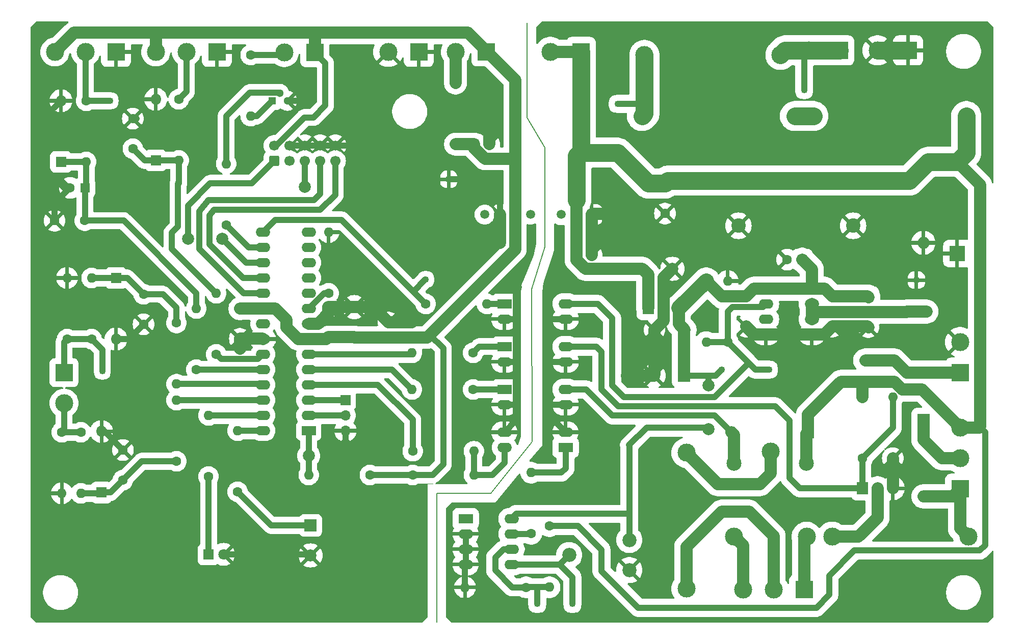
<source format=gbr>
%TF.GenerationSoftware,KiCad,Pcbnew,8.0.4*%
%TF.CreationDate,2024-08-24T16:54:36+02:00*%
%TF.ProjectId,V2.1_board-ecar_isolated,56322e31-5f62-46f6-9172-642d65636172,rev?*%
%TF.SameCoordinates,Original*%
%TF.FileFunction,Copper,L4,Bot*%
%TF.FilePolarity,Positive*%
%FSLAX46Y46*%
G04 Gerber Fmt 4.6, Leading zero omitted, Abs format (unit mm)*
G04 Created by KiCad (PCBNEW 8.0.4) date 2024-08-24 16:54:36*
%MOMM*%
%LPD*%
G01*
G04 APERTURE LIST*
G04 Aperture macros list*
%AMRoundRect*
0 Rectangle with rounded corners*
0 $1 Rounding radius*
0 $2 $3 $4 $5 $6 $7 $8 $9 X,Y pos of 4 corners*
0 Add a 4 corners polygon primitive as box body*
4,1,4,$2,$3,$4,$5,$6,$7,$8,$9,$2,$3,0*
0 Add four circle primitives for the rounded corners*
1,1,$1+$1,$2,$3*
1,1,$1+$1,$4,$5*
1,1,$1+$1,$6,$7*
1,1,$1+$1,$8,$9*
0 Add four rect primitives between the rounded corners*
20,1,$1+$1,$2,$3,$4,$5,0*
20,1,$1+$1,$4,$5,$6,$7,0*
20,1,$1+$1,$6,$7,$8,$9,0*
20,1,$1+$1,$8,$9,$2,$3,0*%
G04 Aperture macros list end*
%TA.AperFunction,NonConductor*%
%ADD10C,0.200000*%
%TD*%
%TA.AperFunction,ComponentPad*%
%ADD11R,0.850000X0.850000*%
%TD*%
%TA.AperFunction,ComponentPad*%
%ADD12C,1.600000*%
%TD*%
%TA.AperFunction,ComponentPad*%
%ADD13O,1.600000X1.600000*%
%TD*%
%TA.AperFunction,ComponentPad*%
%ADD14R,2.600000X2.600000*%
%TD*%
%TA.AperFunction,ComponentPad*%
%ADD15O,2.600000X2.600000*%
%TD*%
%TA.AperFunction,ComponentPad*%
%ADD16R,2.000000X2.000000*%
%TD*%
%TA.AperFunction,ComponentPad*%
%ADD17C,2.000000*%
%TD*%
%TA.AperFunction,ComponentPad*%
%ADD18O,2.000000X2.000000*%
%TD*%
%TA.AperFunction,ComponentPad*%
%ADD19R,1.800000X1.800000*%
%TD*%
%TA.AperFunction,ComponentPad*%
%ADD20C,1.800000*%
%TD*%
%TA.AperFunction,ComponentPad*%
%ADD21R,3.000000X3.000000*%
%TD*%
%TA.AperFunction,ComponentPad*%
%ADD22C,3.000000*%
%TD*%
%TA.AperFunction,ComponentPad*%
%ADD23R,2.400000X1.600000*%
%TD*%
%TA.AperFunction,ComponentPad*%
%ADD24O,2.400000X1.600000*%
%TD*%
%TA.AperFunction,ComponentPad*%
%ADD25R,1.600000X1.600000*%
%TD*%
%TA.AperFunction,ComponentPad*%
%ADD26O,1.800000X1.800000*%
%TD*%
%TA.AperFunction,ComponentPad*%
%ADD27R,2.400000X2.400000*%
%TD*%
%TA.AperFunction,ComponentPad*%
%ADD28C,2.400000*%
%TD*%
%TA.AperFunction,ComponentPad*%
%ADD29R,1.905000X2.000000*%
%TD*%
%TA.AperFunction,ComponentPad*%
%ADD30O,1.905000X2.000000*%
%TD*%
%TA.AperFunction,ComponentPad*%
%ADD31C,2.500000*%
%TD*%
%TA.AperFunction,ComponentPad*%
%ADD32R,1.700000X1.700000*%
%TD*%
%TA.AperFunction,ComponentPad*%
%ADD33O,1.700000X1.700000*%
%TD*%
%TA.AperFunction,ComponentPad*%
%ADD34C,1.700000*%
%TD*%
%TA.AperFunction,ComponentPad*%
%ADD35RoundRect,0.250000X0.600000X-0.600000X0.600000X0.600000X-0.600000X0.600000X-0.600000X-0.600000X0*%
%TD*%
%TA.AperFunction,ComponentPad*%
%ADD36R,1.508000X1.508000*%
%TD*%
%TA.AperFunction,ComponentPad*%
%ADD37C,1.508000*%
%TD*%
%TA.AperFunction,ComponentPad*%
%ADD38C,2.340000*%
%TD*%
%TA.AperFunction,ComponentPad*%
%ADD39R,1.300000X1.300000*%
%TD*%
%TA.AperFunction,ComponentPad*%
%ADD40C,1.300000*%
%TD*%
%TA.AperFunction,ComponentPad*%
%ADD41O,2.400000X2.400000*%
%TD*%
%TA.AperFunction,ViaPad*%
%ADD42C,2.500000*%
%TD*%
%TA.AperFunction,ViaPad*%
%ADD43C,2.000000*%
%TD*%
%TA.AperFunction,Conductor*%
%ADD44C,1.000000*%
%TD*%
%TA.AperFunction,Conductor*%
%ADD45C,3.000000*%
%TD*%
%TA.AperFunction,Conductor*%
%ADD46C,2.000000*%
%TD*%
%TA.AperFunction,Conductor*%
%ADD47C,2.500000*%
%TD*%
G04 APERTURE END LIST*
D10*
X67500000Y-78500000D02*
X67500000Y-99900000D01*
X83250000Y-70000000D02*
X76500000Y-78500000D01*
X85500000Y-37500000D02*
X83250000Y-44500000D01*
X76500000Y-78500000D02*
X67500000Y-78500000D01*
X82500000Y-250000D02*
X82500000Y-16000000D01*
X83250000Y-44500000D02*
X83350000Y-69850000D01*
X85500000Y-21000000D02*
X85500000Y-37500000D01*
X82500000Y-16000000D02*
X85500000Y-21000000D01*
D11*
%TO.P,TP11,1,1*%
%TO.N,Net-(J17-Pin_1)*%
X11938000Y-58166000D03*
%TD*%
%TO.P,TP10,1,1*%
%TO.N,Net-(D12-K)*%
X21844000Y-45466000D03*
%TD*%
%TO.P,TP9,1,1*%
%TO.N,Net-(OC4-Pad1)*%
X88000000Y-75000000D03*
%TD*%
%TO.P,TP8,1,1*%
%TO.N,Net-(U4B-+)*%
X90043000Y-96901000D03*
%TD*%
%TO.P,TP7,1,1*%
%TO.N,Net-(U4B--)*%
X84201000Y-96901000D03*
%TD*%
%TO.P,TP6,1,1*%
%TO.N,Net-(F1-Pad2)*%
X97536000Y-13716000D03*
%TD*%
D12*
%TO.P,R33,1*%
%TO.N,/battery-threshold*%
X63500000Y-71475600D03*
D13*
%TO.P,R33,2*%
%TO.N,Net-(OC4-Pad4)*%
X73660000Y-71475600D03*
%TD*%
D14*
%TO.P,D3,1,A1*%
%TO.N,GNDPWR*%
X153924000Y-38608000D03*
D15*
%TO.P,D3,2,A2*%
%TO.N,+24V filtered*%
X153924000Y-23368000D03*
%TD*%
D11*
%TO.P,J10,1,Pin_1*%
%TO.N,+24V filtered*%
X91440000Y-13716000D03*
%TD*%
%TO.P,TP5,1,1*%
%TO.N,Net-(D5-K)*%
X13563600Y-33121600D03*
%TD*%
D12*
%TO.P,C6,1*%
%TO.N,+5V*%
X34798000Y-47792000D03*
%TO.P,C6,2*%
%TO.N,GND*%
X34798000Y-52792000D03*
%TD*%
%TO.P,R32,1*%
%TO.N,Net-(R32-Pad1)*%
X83185000Y-85217000D03*
D13*
%TO.P,R32,2*%
%TO.N,Net-(OC4-Pad1)*%
X83185000Y-75057000D03*
%TD*%
D11*
%TO.P,J12,1,1*%
%TO.N,+5V*%
X80518000Y-22860000D03*
%TD*%
D16*
%TO.P,BZ1,1,+*%
%TO.N,Net-(BZ1-+)*%
X46532800Y-83820000D03*
D17*
%TO.P,BZ1,2,-*%
%TO.N,GND*%
X46532800Y-88820000D03*
%TD*%
D16*
%TO.P,D11,1,K*%
%TO.N,+24V filtered*%
X129159000Y-68326000D03*
D18*
%TO.P,D11,2,A*%
%TO.N,Net-(D11-A)*%
X116459000Y-68326000D03*
%TD*%
D12*
%TO.P,R28,1*%
%TO.N,Net-(OC2-Pad1)*%
X73533000Y-55118000D03*
D13*
%TO.P,R28,2*%
%TO.N,/Mosfet (fan)*%
X63373000Y-55118000D03*
%TD*%
D19*
%TO.P,D4,1,A*%
%TO.N,Net-(D4-A)*%
X29560600Y-88646000D03*
D20*
%TO.P,D4,2,K*%
%TO.N,GND*%
X32100600Y-88646000D03*
%TD*%
D21*
%TO.P,J24,1,Pin_1*%
%TO.N,Net-(D9-A)*%
X154432000Y-77724000D03*
D22*
%TO.P,J24,2,Pin_2*%
%TO.N,Net-(D9-K)*%
X154432000Y-72644000D03*
%TO.P,J24,3,Pin_3*%
%TO.N,+24V filtered*%
X154432000Y-67564000D03*
%TD*%
D11*
%TO.P,TP3,1,1*%
%TO.N,Net-(U3-INPUT)*%
X122682000Y-57912000D03*
%TD*%
D12*
%TO.P,R23,1*%
%TO.N,Net-(J17-Pin_2)*%
X5207000Y-68326000D03*
D13*
%TO.P,R23,2*%
%TO.N,GND*%
X5207000Y-78486000D03*
%TD*%
D23*
%TO.P,OC4,1*%
%TO.N,Net-(OC4-Pad1)*%
X88895000Y-70871000D03*
D24*
%TO.P,OC4,2*%
%TO.N,GNDPWR*%
X88895000Y-68331000D03*
%TO.P,OC4,3*%
%TO.N,GND*%
X78735000Y-68331000D03*
%TO.P,OC4,4*%
%TO.N,Net-(OC4-Pad4)*%
X78735000Y-70871000D03*
%TD*%
D12*
%TO.P,R24,1*%
%TO.N,Net-(J17-Pin_1)*%
X10160000Y-52832000D03*
D13*
%TO.P,R24,2*%
%TO.N,Net-(D12-K)*%
X10160000Y-42672000D03*
%TD*%
%TO.P,R19,2*%
%TO.N,Net-(Q2-G)*%
X143256000Y-62484000D03*
D12*
%TO.P,R19,1*%
%TO.N,GNDPWR*%
X143256000Y-72644000D03*
%TD*%
%TO.P,C16,2*%
%TO.N,GND*%
X76224888Y-20447000D03*
D25*
%TO.P,C16,1*%
%TO.N,+5V*%
X73724888Y-20447000D03*
%TD*%
D12*
%TO.P,R14,1*%
%TO.N,Net-(J13-Pin_2)*%
X24638000Y-12954000D03*
D13*
%TO.P,R14,2*%
%TO.N,Net-(D6-K)*%
X24638000Y-23114000D03*
%TD*%
D19*
%TO.P,D5,1,K*%
%TO.N,Net-(D5-K)*%
X5080000Y-23368000D03*
D26*
%TO.P,D5,2,A*%
%TO.N,GND*%
X5080000Y-13208000D03*
%TD*%
D25*
%TO.P,C13,1*%
%TO.N,+18V*%
X128205112Y-39624000D03*
D12*
%TO.P,C13,2*%
%TO.N,GNDPWR*%
X125705112Y-39624000D03*
%TD*%
%TO.P,R11,1*%
%TO.N,/analog0 (gas)*%
X27559000Y-57912000D03*
D13*
%TO.P,R11,2*%
%TO.N,Net-(D5-K)*%
X27559000Y-47752000D03*
%TD*%
D12*
%TO.P,C12,1*%
%TO.N,+18V*%
X133197600Y-45749200D03*
%TO.P,C12,2*%
%TO.N,GNDPWR*%
X133197600Y-50749200D03*
%TD*%
%TO.P,R9,1*%
%TO.N,+18V*%
X112268000Y-43180000D03*
D13*
%TO.P,R9,2*%
%TO.N,Net-(U3-INPUT)*%
X112268000Y-53340000D03*
%TD*%
D19*
%TO.P,D6,1,K*%
%TO.N,Net-(D6-K)*%
X20828000Y-23114000D03*
D26*
%TO.P,D6,2,A*%
%TO.N,GND*%
X20828000Y-12954000D03*
%TD*%
D17*
%TO.P,C2,1*%
%TO.N,+24V filtered*%
X101640000Y-41148000D03*
%TO.P,C2,2*%
%TO.N,GNDPWR*%
X106640000Y-41148000D03*
%TD*%
D12*
%TO.P,R30,1*%
%TO.N,+24V filtered*%
X86233000Y-83947000D03*
D13*
%TO.P,R30,2*%
%TO.N,Net-(U4B--)*%
X86233000Y-94107000D03*
%TD*%
D23*
%TO.P,OC1,1*%
%TO.N,Net-(OC1-Pad1)*%
X78745000Y-46985000D03*
D24*
%TO.P,OC1,2*%
%TO.N,GND*%
X78745000Y-49525000D03*
%TO.P,OC1,3*%
%TO.N,GNDPWR*%
X88905000Y-49525000D03*
%TO.P,OC1,4*%
%TO.N,Net-(U3-INPUT)*%
X88905000Y-46985000D03*
%TD*%
D12*
%TO.P,C18,1*%
%TO.N,Net-(D13-K)*%
X15367000Y-76287000D03*
%TO.P,C18,2*%
%TO.N,GND*%
X15367000Y-71287000D03*
%TD*%
D27*
%TO.P,C9,1*%
%TO.N,+24V filtered*%
X136652000Y-26494220D03*
D28*
%TO.P,C9,2*%
%TO.N,GNDPWR*%
X136652000Y-33994220D03*
%TD*%
D12*
%TO.P,R4,1*%
%TO.N,+5V*%
X56388000Y-75438000D03*
D13*
%TO.P,R4,2*%
%TO.N,/RESET*%
X46228000Y-75438000D03*
%TD*%
D21*
%TO.P,J18,1,Pin_1*%
%TO.N,Net-(J18-Pin_1)*%
X128524000Y-94488000D03*
D22*
%TO.P,J18,2,Pin_2*%
%TO.N,Net-(J18-Pin_2)*%
X123444000Y-94488000D03*
%TO.P,J18,3,Pin_3*%
%TO.N,Net-(J18-Pin_3)*%
X118364000Y-94488000D03*
%TD*%
D27*
%TO.P,C4,1*%
%TO.N,+24V filtered*%
X117602000Y-26494220D03*
D28*
%TO.P,C4,2*%
%TO.N,GNDPWR*%
X117602000Y-33994220D03*
%TD*%
D12*
%TO.P,C17,1*%
%TO.N,Net-(D12-K)*%
X18796000Y-45379000D03*
%TO.P,C17,2*%
%TO.N,GND*%
X18796000Y-50379000D03*
%TD*%
%TO.P,R7,1*%
%TO.N,Net-(D4-A)*%
X29591000Y-75692000D03*
D13*
%TO.P,R7,2*%
%TO.N,/LED*%
X29591000Y-65532000D03*
%TD*%
D22*
%TO.P,J2,2,Pin_2*%
%TO.N,GNDPWR*%
X140716000Y-4826000D03*
D21*
%TO.P,J2,1,Pin_1*%
X145796000Y-4826000D03*
%TD*%
D12*
%TO.P,R18,1*%
%TO.N,Net-(Q2-G)*%
X138176000Y-72644000D03*
D13*
%TO.P,R18,2*%
%TO.N,+24V filtered*%
X138176000Y-62484000D03*
%TD*%
D16*
%TO.P,C19,1*%
%TO.N,+18V*%
X108539677Y-58928000D03*
D17*
%TO.P,C19,2*%
%TO.N,GNDPWR*%
X103539677Y-58928000D03*
%TD*%
D12*
%TO.P,C15,1*%
%TO.N,Net-(D6-K)*%
X17018000Y-21169000D03*
%TO.P,C15,2*%
%TO.N,GND*%
X17018000Y-16169000D03*
%TD*%
D22*
%TO.P,F4,1*%
%TO.N,Net-(Q2-D)*%
X133175200Y-85699600D03*
%TO.P,F4,2*%
%TO.N,Net-(D9-A)*%
X155775200Y-85699600D03*
%TD*%
D29*
%TO.P,U1,1,IN*%
%TO.N,+24V filtered*%
X102616000Y-47681000D03*
D30*
%TO.P,U1,2,GND*%
%TO.N,GNDPWR*%
X105156000Y-47681000D03*
%TO.P,U1,3,OUT*%
%TO.N,+18V*%
X107696000Y-47681000D03*
%TD*%
D23*
%TO.P,OC3,1*%
%TO.N,Net-(OC3-Pad1)*%
X78745000Y-61209000D03*
D24*
%TO.P,OC3,2*%
%TO.N,GND*%
X78745000Y-63749000D03*
%TO.P,OC3,3*%
%TO.N,GNDPWR*%
X88905000Y-63749000D03*
%TO.P,OC3,4*%
%TO.N,Net-(D11-A)*%
X88905000Y-61209000D03*
%TD*%
D21*
%TO.P,J6,1,Pin_1*%
%TO.N,+5V*%
X47244000Y-5207000D03*
D22*
%TO.P,J6,2,Pin_2*%
%TO.N,Net-(J6-Pin_2)*%
X42164000Y-5207000D03*
%TD*%
D23*
%TO.P,OC2,1*%
%TO.N,Net-(OC2-Pad1)*%
X78745000Y-54097000D03*
D24*
%TO.P,OC2,2*%
%TO.N,GND*%
X78745000Y-56637000D03*
%TO.P,OC2,3*%
%TO.N,GNDPWR*%
X88905000Y-56637000D03*
%TO.P,OC2,4*%
%TO.N,Net-(Q2-G)*%
X88905000Y-54097000D03*
%TD*%
D29*
%TO.P,Q2,1,G*%
%TO.N,Net-(Q2-G)*%
X138176000Y-77653000D03*
D30*
%TO.P,Q2,2,D*%
%TO.N,Net-(Q2-D)*%
X140716000Y-77653000D03*
%TO.P,Q2,3,S*%
%TO.N,GNDPWR*%
X143256000Y-77653000D03*
%TD*%
D23*
%TO.P,U4,1*%
%TO.N,unconnected-(U4-Pad1)*%
X72295000Y-82704000D03*
D24*
%TO.P,U4,2,-*%
%TO.N,GNDPWR*%
X72295000Y-85244000D03*
%TO.P,U4,3,+*%
X72295000Y-87784000D03*
%TO.P,U4,4,V-*%
X72295000Y-90324000D03*
%TO.P,U4,5,+*%
%TO.N,Net-(U4B-+)*%
X79915000Y-90324000D03*
%TO.P,U4,6,-*%
%TO.N,Net-(U4B--)*%
X79915000Y-87784000D03*
%TO.P,U4,7*%
%TO.N,Net-(R32-Pad1)*%
X79915000Y-85244000D03*
%TO.P,U4,8,V+*%
%TO.N,+18V*%
X79915000Y-82704000D03*
%TD*%
D16*
%TO.P,D1,1,K*%
%TO.N,+24V filtered*%
X148336000Y-24130000D03*
D18*
%TO.P,D1,2,A*%
%TO.N,GNDPWR*%
X148336000Y-36830000D03*
%TD*%
D22*
%TO.P,F1,1*%
%TO.N,+BATT*%
X124584000Y-5588000D03*
%TO.P,F1,2*%
%TO.N,Net-(F1-Pad2)*%
X101984000Y-5588000D03*
%TD*%
D21*
%TO.P,J14,1,Pin_1*%
%TO.N,Net-(J14-Pin_1)*%
X154432000Y-58420000D03*
D22*
%TO.P,J14,2,Pin_2*%
%TO.N,GNDPWR*%
X154432000Y-53340000D03*
%TD*%
D12*
%TO.P,R10,1*%
%TO.N,Net-(U3-INPUT)*%
X115824000Y-53340000D03*
D13*
%TO.P,R10,2*%
%TO.N,GNDPWR*%
X115824000Y-43180000D03*
%TD*%
D12*
%TO.P,C10,1*%
%TO.N,+24V filtered*%
X105410000Y-26964000D03*
%TO.P,C10,2*%
%TO.N,GNDPWR*%
X105410000Y-31964000D03*
%TD*%
%TO.P,R5,1*%
%TO.N,/LED-ext*%
X32512000Y-33832800D03*
D13*
%TO.P,R5,2*%
%TO.N,Net-(Q1-B)*%
X32512000Y-23672800D03*
%TD*%
D12*
%TO.P,R8,1*%
%TO.N,Net-(J6-Pin_2)*%
X36576000Y-5588000D03*
D13*
%TO.P,R8,2*%
%TO.N,Net-(Q1-C)*%
X36576000Y-15748000D03*
%TD*%
D19*
%TO.P,D13,1,K*%
%TO.N,Net-(D13-K)*%
X11811000Y-78359000D03*
D26*
%TO.P,D13,2,A*%
%TO.N,GND*%
X11811000Y-68199000D03*
%TD*%
D11*
%TO.P,TP4,1,1*%
%TO.N,Net-(J7-Pin_2)*%
X13258800Y-13208000D03*
%TD*%
D16*
%TO.P,D9,1,K*%
%TO.N,Net-(D9-K)*%
X148336000Y-66294000D03*
D18*
%TO.P,D9,2,A*%
%TO.N,Net-(D9-A)*%
X148336000Y-78994000D03*
%TD*%
D17*
%TO.P,C20,1*%
%TO.N,+5V*%
X53785887Y-52515887D03*
%TO.P,C20,2*%
%TO.N,GND*%
X53785887Y-47515887D03*
%TD*%
D21*
%TO.P,J1,1,Pin_1*%
%TO.N,+BATT*%
X134366000Y-4826000D03*
D22*
%TO.P,J1,2,Pin_2*%
X129286000Y-4826000D03*
%TD*%
D12*
%TO.P,R16,1*%
%TO.N,+5V*%
X63500000Y-75438000D03*
D13*
%TO.P,R16,2*%
%TO.N,Net-(OC4-Pad4)*%
X73660000Y-75438000D03*
%TD*%
D22*
%TO.P,K1,1*%
%TO.N,Net-(F3-Pad1)*%
X122936000Y-71510000D03*
D31*
%TO.P,K1,2*%
%TO.N,Net-(D11-A)*%
X116886000Y-73460000D03*
D22*
%TO.P,K1,3*%
%TO.N,Net-(J18-Pin_3)*%
X116886000Y-85660000D03*
%TO.P,K1,4*%
%TO.N,Net-(J18-Pin_1)*%
X128936000Y-85710000D03*
D31*
%TO.P,K1,5*%
%TO.N,+24V filtered*%
X128886000Y-73460000D03*
%TD*%
D25*
%TO.P,C14,1*%
%TO.N,+18V*%
X139192000Y-45857349D03*
D12*
%TO.P,C14,2*%
%TO.N,GNDPWR*%
X139192000Y-50857349D03*
%TD*%
D32*
%TO.P,J16,1,Pin_1*%
%TO.N,/UART_TX*%
X52324000Y-62992000D03*
D33*
%TO.P,J16,2,Pin_2*%
%TO.N,/UART_RX*%
X52324000Y-65532000D03*
%TO.P,J16,3,Pin_3*%
%TO.N,GND*%
X52324000Y-68072000D03*
%TD*%
D11*
%TO.P,J11,1,Pin_1*%
%TO.N,+18V*%
X114808000Y-57912000D03*
%TD*%
D21*
%TO.P,J13,1,Pin_1*%
%TO.N,GND*%
X30988000Y-5080000D03*
D22*
%TO.P,J13,2,Pin_2*%
%TO.N,Net-(J13-Pin_2)*%
X25908000Y-5080000D03*
%TO.P,J13,3,Pin_3*%
%TO.N,+5V*%
X20828000Y-5080000D03*
%TD*%
D12*
%TO.P,R6,1*%
%TO.N,/PWM_0*%
X65659000Y-46990000D03*
D13*
%TO.P,R6,2*%
%TO.N,Net-(OC1-Pad1)*%
X75819000Y-46990000D03*
%TD*%
D34*
%TO.P,P1,10*%
%TO.N,GND*%
X50647600Y-20675600D03*
%TO.P,P1,9*%
%TO.N,/MISO*%
X50647600Y-23215600D03*
%TO.P,P1,8*%
%TO.N,GND*%
X48107600Y-20675600D03*
%TO.P,P1,7*%
%TO.N,/SCK*%
X48107600Y-23215600D03*
%TO.P,P1,6*%
%TO.N,GND*%
X45567600Y-20675600D03*
%TO.P,P1,5*%
%TO.N,/RESET*%
X45567600Y-23215600D03*
%TO.P,P1,4*%
%TO.N,GND*%
X43027600Y-20675600D03*
%TO.P,P1,3*%
%TO.N,unconnected-(P1-Pad3)*%
X43027600Y-23215600D03*
%TO.P,P1,2*%
%TO.N,+5V*%
X40487600Y-20675600D03*
D35*
%TO.P,P1,1*%
%TO.N,/MOSI*%
X40487600Y-23215600D03*
%TD*%
D12*
%TO.P,C3,1*%
%TO.N,+18V*%
X108672000Y-51308000D03*
%TO.P,C3,2*%
%TO.N,GNDPWR*%
X103672000Y-51308000D03*
%TD*%
%TO.P,R27,1*%
%TO.N,Net-(D13-K)*%
X24257000Y-73152000D03*
D13*
%TO.P,R27,2*%
%TO.N,/Switch2*%
X24257000Y-62992000D03*
%TD*%
D23*
%TO.P,IC1,1,PC6(~{RESET})*%
%TO.N,/RESET*%
X46228000Y-68072000D03*
D24*
%TO.P,IC1,2,(RXD)PD0*%
%TO.N,/UART_RX*%
X46228000Y-65532000D03*
%TO.P,IC1,3,(TXD)PD1*%
%TO.N,/UART_TX*%
X46228000Y-62992000D03*
%TO.P,IC1,4,(INT0)PD2*%
%TO.N,/battery-threshold*%
X46228000Y-60452000D03*
%TO.P,IC1,5,(INT1)PD3*%
%TO.N,/Relay (light)*%
X46228000Y-57912000D03*
%TO.P,IC1,6,(XCK/T0)PD4*%
%TO.N,/Mosfet (fan)*%
X46228000Y-55372000D03*
%TO.P,IC1,7,VCC*%
%TO.N,+5V*%
X46228000Y-52832000D03*
%TO.P,IC1,8,GND*%
%TO.N,GND*%
X46228000Y-50292000D03*
%TO.P,IC1,9,PB6(XTAL1/TOSC1)*%
%TO.N,Net-(IC1-PB6(XTAL1{slash}TOSC1))*%
X46228000Y-47752000D03*
%TO.P,IC1,10,PB7(XTAL2/TOSC2)*%
%TO.N,unconnected-(IC1-PB7(XTAL2{slash}TOSC2)-Pad10)*%
X46228000Y-45212000D03*
%TO.P,IC1,11,(T1)PD5*%
%TO.N,unconnected-(IC1-(T1)PD5-Pad11)*%
X46228000Y-42672000D03*
%TO.P,IC1,12,(AIN0)PD6*%
%TO.N,unconnected-(IC1-(AIN0)PD6-Pad12)*%
X46228000Y-40132000D03*
%TO.P,IC1,13,(AIN1)PD7*%
%TO.N,unconnected-(IC1-(AIN1)PD7-Pad13)*%
X46228000Y-37592000D03*
%TO.P,IC1,14,(ICP)PB0*%
%TO.N,unconnected-(IC1-(ICP)PB0-Pad14)*%
X46228000Y-35052000D03*
%TO.P,IC1,15,(OC1A)PB1*%
%TO.N,/PWM_0*%
X38608000Y-35052000D03*
%TO.P,IC1,16,(~{SS}/OC1B)PB2*%
%TO.N,/LED-ext*%
X38608000Y-37592000D03*
%TO.P,IC1,17,(MOSI/OC2)PB3*%
%TO.N,/MOSI*%
X38608000Y-40132000D03*
%TO.P,IC1,18,(MISO)PB4*%
%TO.N,/MISO*%
X38608000Y-42672000D03*
%TO.P,IC1,19,(SCK)PB5*%
%TO.N,/SCK*%
X38608000Y-45212000D03*
%TO.P,IC1,20,AVCC*%
%TO.N,+5V*%
X38608000Y-47752000D03*
%TO.P,IC1,21,AREF*%
%TO.N,unconnected-(IC1-AREF-Pad21)*%
X38608000Y-50292000D03*
%TO.P,IC1,22,AGND*%
%TO.N,GND*%
X38608000Y-52832000D03*
%TO.P,IC1,23,(ADC0)PC0*%
%TO.N,/analog1*%
X38608000Y-55372000D03*
%TO.P,IC1,24,(ADC1)PC1*%
%TO.N,/analog0 (gas)*%
X38608000Y-57912000D03*
%TO.P,IC1,25,(ADC2)PC2*%
%TO.N,/Switch1*%
X38608000Y-60452000D03*
%TO.P,IC1,26,(ADC3)PC3*%
%TO.N,/Switch2*%
X38608000Y-62992000D03*
%TO.P,IC1,27,(ADC4/SDA)PC4*%
%TO.N,/LED*%
X38608000Y-65532000D03*
%TO.P,IC1,28,(ADC5/SCL)PC5*%
%TO.N,/BUZZER*%
X38608000Y-68072000D03*
%TD*%
D25*
%TO.P,C8,1*%
%TO.N,+5V*%
X59500887Y-52578000D03*
D12*
%TO.P,C8,2*%
%TO.N,GND*%
X59500887Y-50078000D03*
%TD*%
D25*
%TO.P,C11,1*%
%TO.N,Net-(D5-K)*%
X9079112Y-27686000D03*
D12*
%TO.P,C11,2*%
%TO.N,GND*%
X6579112Y-27686000D03*
%TD*%
D11*
%TO.P,J9,1,Pin_1*%
%TO.N,+BATT*%
X128524000Y-11430000D03*
%TD*%
D23*
%TO.P,U3,1,Vdd*%
%TO.N,+18V*%
X122184000Y-44460000D03*
D24*
%TO.P,U3,2,INPUT*%
%TO.N,Net-(U3-INPUT)*%
X122184000Y-47000000D03*
%TO.P,U3,3,NC*%
%TO.N,unconnected-(U3-NC-Pad3)*%
X122184000Y-49540000D03*
%TO.P,U3,4,GND*%
%TO.N,GNDPWR*%
X122184000Y-52080000D03*
%TO.P,U3,5,GND*%
X129804000Y-52080000D03*
%TO.P,U3,6,OUT*%
%TO.N,Net-(R17-Pad2)*%
X129804000Y-49540000D03*
%TO.P,U3,7,OUT*%
X129804000Y-47000000D03*
%TO.P,U3,8,Vdd*%
%TO.N,+18V*%
X129804000Y-44460000D03*
%TD*%
D12*
%TO.P,R26,1*%
%TO.N,Net-(D12-K)*%
X24257000Y-50165000D03*
D13*
%TO.P,R26,2*%
%TO.N,/Switch1*%
X24257000Y-60325000D03*
%TD*%
D12*
%TO.P,C21,1*%
%TO.N,+18V*%
X118872000Y-45760000D03*
%TO.P,C21,2*%
%TO.N,GNDPWR*%
X118872000Y-50760000D03*
%TD*%
D36*
%TO.P,PS1,1,-VIN*%
%TO.N,GNDPWR*%
X93228000Y-32134000D03*
D37*
%TO.P,PS1,2,+VIN*%
%TO.N,+24V filtered*%
X90688000Y-32134000D03*
%TO.P,PS1,3,CTRL*%
%TO.N,unconnected-(PS1-CTRL-Pad3)*%
X88148000Y-32134000D03*
%TO.P,PS1,5,NC*%
%TO.N,unconnected-(PS1-NC-Pad5)*%
X83068000Y-32134000D03*
%TO.P,PS1,6,+VOUT*%
%TO.N,+5V*%
X80528000Y-32134000D03*
%TO.P,PS1,7,-VOUT*%
%TO.N,GND*%
X77988000Y-32134000D03*
%TO.P,PS1,8,NC1*%
%TO.N,unconnected-(PS1-NC1-Pad8)*%
X75448000Y-32134000D03*
%TD*%
D11*
%TO.P,TP2,1,1*%
%TO.N,GNDPWR*%
X147167600Y-43027600D03*
%TD*%
D21*
%TO.P,J7,1,Pin_1*%
%TO.N,GND*%
X14224000Y-5080000D03*
D22*
%TO.P,J7,2,Pin_2*%
%TO.N,Net-(J7-Pin_2)*%
X9144000Y-5080000D03*
%TO.P,J7,3,Pin_3*%
%TO.N,+5V*%
X4064000Y-5080000D03*
%TD*%
D12*
%TO.P,C1,1*%
%TO.N,Net-(D5-K)*%
X9017000Y-33147000D03*
%TO.P,C1,2*%
%TO.N,GND*%
X4017000Y-33147000D03*
%TD*%
D11*
%TO.P,TP1,1,1*%
%TO.N,GND*%
X69494400Y-26263600D03*
%TD*%
D12*
%TO.P,R12,1*%
%TO.N,/analog1*%
X30861000Y-55372000D03*
D13*
%TO.P,R12,2*%
%TO.N,Net-(D6-K)*%
X30861000Y-45212000D03*
%TD*%
D21*
%TO.P,J23,1,Pin_1*%
%TO.N,+24V filtered*%
X91440000Y-5080000D03*
D22*
%TO.P,J23,2,Pin_2*%
X86360000Y-5080000D03*
%TD*%
D11*
%TO.P,J8,1,Pin_1*%
%TO.N,Net-(J14-Pin_1)*%
X138684000Y-56388000D03*
%TD*%
D12*
%TO.P,R31,1*%
%TO.N,Net-(U4B--)*%
X82343000Y-94124000D03*
D13*
%TO.P,R31,2*%
%TO.N,GNDPWR*%
X72183000Y-94124000D03*
%TD*%
D21*
%TO.P,J4,1,Pin_1*%
%TO.N,GND*%
X64516000Y-5080000D03*
D22*
%TO.P,J4,2,Pin_2*%
X59436000Y-5080000D03*
%TD*%
D38*
%TO.P,RV1,1,1*%
%TO.N,+18V*%
X99488000Y-86250000D03*
%TO.P,RV1,2,2*%
%TO.N,Net-(U4B-+)*%
X89488000Y-88750000D03*
%TO.P,RV1,3,3*%
%TO.N,GNDPWR*%
X99488000Y-91250000D03*
%TD*%
D12*
%TO.P,R17,1*%
%TO.N,Net-(J14-Pin_1)*%
X148844000Y-58420000D03*
D13*
%TO.P,R17,2*%
%TO.N,Net-(R17-Pad2)*%
X148844000Y-48260000D03*
%TD*%
D12*
%TO.P,R22,1*%
%TO.N,Net-(J17-Pin_1)*%
X6096000Y-52832000D03*
D13*
%TO.P,R22,2*%
%TO.N,GND*%
X6096000Y-42672000D03*
%TD*%
D11*
%TO.P,J5,1,Pin_1*%
%TO.N,/PWM_0*%
X65684400Y-42926000D03*
%TD*%
D12*
%TO.P,C7,1*%
%TO.N,+5V*%
X49467887Y-52515887D03*
%TO.P,C7,2*%
%TO.N,GND*%
X49467887Y-47515887D03*
%TD*%
D19*
%TO.P,D12,1,K*%
%TO.N,Net-(D12-K)*%
X14224000Y-42672000D03*
D26*
%TO.P,D12,2,A*%
%TO.N,GND*%
X14224000Y-52832000D03*
%TD*%
D11*
%TO.P,J21,1,Pin_1*%
%TO.N,Net-(D6-K)*%
X24511000Y-27051000D03*
%TD*%
D12*
%TO.P,R13,1*%
%TO.N,Net-(J7-Pin_2)*%
X9271000Y-13208000D03*
D13*
%TO.P,R13,2*%
%TO.N,Net-(D5-K)*%
X9271000Y-23368000D03*
%TD*%
D12*
%TO.P,R20,1*%
%TO.N,Net-(J14-Pin_1)*%
X145542000Y-58420000D03*
D13*
%TO.P,R20,2*%
%TO.N,Net-(R17-Pad2)*%
X145542000Y-48260000D03*
%TD*%
D39*
%TO.P,Q1,1,C*%
%TO.N,Net-(Q1-C)*%
X40132000Y-13208000D03*
D40*
%TO.P,Q1,2,B*%
%TO.N,Net-(Q1-B)*%
X41412000Y-11938000D03*
%TO.P,Q1,3,E*%
%TO.N,GND*%
X42672000Y-13208000D03*
%TD*%
D28*
%TO.P,R1,1*%
%TO.N,Net-(F1-Pad2)*%
X101600000Y-15748000D03*
D41*
%TO.P,R1,2*%
%TO.N,Net-(R1-Pad2)*%
X127000000Y-15748000D03*
%TD*%
D28*
%TO.P,R3,1*%
%TO.N,Net-(R1-Pad2)*%
X130048000Y-15748000D03*
D41*
%TO.P,R3,2*%
%TO.N,+24V filtered*%
X155448000Y-15748000D03*
%TD*%
D22*
%TO.P,F3,1*%
%TO.N,Net-(F3-Pad1)*%
X108966000Y-71758000D03*
%TO.P,F3,2*%
%TO.N,Net-(J18-Pin_2)*%
X108966000Y-94358000D03*
%TD*%
D25*
%TO.P,C5,1*%
%TO.N,+24V filtered*%
X90742888Y-38862000D03*
D12*
%TO.P,C5,2*%
%TO.N,GNDPWR*%
X93242888Y-38862000D03*
%TD*%
D21*
%TO.P,J17,1,Pin_1*%
%TO.N,Net-(J17-Pin_1)*%
X5588000Y-58420000D03*
D22*
%TO.P,J17,2,Pin_2*%
%TO.N,Net-(J17-Pin_2)*%
X5588000Y-63500000D03*
%TD*%
D12*
%TO.P,R25,1*%
%TO.N,Net-(J17-Pin_2)*%
X8382000Y-68326000D03*
D13*
%TO.P,R25,2*%
%TO.N,Net-(D13-K)*%
X8382000Y-78486000D03*
%TD*%
D12*
%TO.P,R21,1*%
%TO.N,Net-(OC3-Pad1)*%
X73533000Y-61214000D03*
D13*
%TO.P,R21,2*%
%TO.N,/Relay (light)*%
X63373000Y-61214000D03*
%TD*%
D12*
%TO.P,R2,1*%
%TO.N,Net-(BZ1-+)*%
X34417000Y-78232000D03*
D13*
%TO.P,R2,2*%
%TO.N,/BUZZER*%
X34417000Y-68072000D03*
%TD*%
D22*
%TO.P,J19,2,Pin_2*%
%TO.N,Net-(J19-Pin_2)*%
X70612000Y-5080000D03*
D21*
%TO.P,J19,1,Pin_1*%
%TO.N,+5V*%
X75692000Y-5080000D03*
%TD*%
D12*
%TO.P,R29,1*%
%TO.N,+5V*%
X70612000Y-20421600D03*
D13*
%TO.P,R29,2*%
%TO.N,Net-(J19-Pin_2)*%
X70612000Y-10261600D03*
%TD*%
D12*
%TO.P,R15,1*%
%TO.N,Net-(IC1-PB6(XTAL1{slash}TOSC1))*%
X49530000Y-45212000D03*
D13*
%TO.P,R15,2*%
%TO.N,GND*%
X49530000Y-35052000D03*
%TD*%
D42*
%TO.N,GNDPWR*%
X143256000Y-10160000D03*
D43*
X113000000Y-48000000D03*
%TO.N,GND*%
X76301600Y-14173200D03*
%TO.N,/RESET*%
X46228000Y-72237600D03*
%TO.N,/MOSI*%
X26162000Y-36169600D03*
X31851600Y-36169600D03*
%TO.N,/RESET*%
X45567600Y-27482800D03*
%TO.N,GND*%
X57810400Y-20675600D03*
X34798000Y-54457600D03*
X36677600Y-88646000D03*
X52324000Y-70485000D03*
X80645000Y-44196000D03*
X63373000Y-50038000D03*
X45720000Y-13208000D03*
X77978000Y-36830000D03*
%TO.N,GNDPWR*%
X86106000Y-44069000D03*
%TO.N,+18V*%
X112649000Y-67818000D03*
X112649000Y-60579000D03*
%TO.N,GNDPWR*%
X101600000Y-32004000D03*
X126238000Y-55626000D03*
X99060000Y-58928000D03*
%TD*%
D44*
%TO.N,Net-(J17-Pin_1)*%
X11938000Y-58166000D02*
X11938000Y-54610000D01*
X11938000Y-54610000D02*
X10160000Y-52832000D01*
%TO.N,Net-(U4B--)*%
X86233000Y-94107000D02*
X84201000Y-94107000D01*
X84201000Y-94107000D02*
X82360000Y-94107000D01*
X84201000Y-96901000D02*
X84201000Y-94107000D01*
%TO.N,Net-(U4B-+)*%
X90043000Y-96901000D02*
X90043000Y-92453000D01*
X90043000Y-92453000D02*
X87914000Y-90324000D01*
D45*
%TO.N,+BATT*%
X129286000Y-4826000D02*
X125346000Y-4826000D01*
X125346000Y-4826000D02*
X124584000Y-5588000D01*
D44*
X128524000Y-11430000D02*
X128524000Y-5588000D01*
X128524000Y-5588000D02*
X129286000Y-4826000D01*
D45*
%TO.N,Net-(F1-Pad2)*%
X101984000Y-5588000D02*
X101984000Y-13716000D01*
X101984000Y-13716000D02*
X101984000Y-15364000D01*
D44*
X97536000Y-13716000D02*
X101984000Y-13716000D01*
%TO.N,+24V filtered*%
X94869000Y-91440000D02*
X94869000Y-87884000D01*
X130556000Y-97536000D02*
X100965000Y-97536000D01*
X90932000Y-83947000D02*
X86233000Y-83947000D01*
X132715000Y-95377000D02*
X130556000Y-97536000D01*
X94869000Y-87884000D02*
X90932000Y-83947000D01*
X136891600Y-88000000D02*
X132715000Y-92176600D01*
X100965000Y-97536000D02*
X94869000Y-91440000D01*
X158597600Y-87122000D02*
X157719600Y-88000000D01*
X157719600Y-88000000D02*
X136891600Y-88000000D01*
X158597600Y-85988470D02*
X158597600Y-87122000D01*
X158623000Y-68326000D02*
X158623000Y-85963070D01*
X132715000Y-92176600D02*
X132715000Y-95377000D01*
X158623000Y-85963070D02*
X158597600Y-85988470D01*
X157734000Y-67437000D02*
X158623000Y-68326000D01*
%TO.N,Net-(U3-INPUT)*%
X119316500Y-56832500D02*
X113649000Y-62500000D01*
X113649000Y-62500000D02*
X98568000Y-62500000D01*
X96647000Y-49403000D02*
X94229000Y-46985000D01*
X98568000Y-62500000D02*
X96647000Y-60579000D01*
X96647000Y-60579000D02*
X96647000Y-49403000D01*
X94229000Y-46985000D02*
X88905000Y-46985000D01*
%TO.N,Net-(Q2-G)*%
X138176000Y-77653000D02*
X127818000Y-77653000D01*
X127818000Y-77653000D02*
X126111000Y-75946000D01*
X93975000Y-54097000D02*
X88905000Y-54097000D01*
X126111000Y-75946000D02*
X126111000Y-66421000D01*
X94869000Y-61214000D02*
X94869000Y-54991000D01*
X126111000Y-66421000D02*
X123690000Y-64000000D01*
X123690000Y-64000000D02*
X97655000Y-64000000D01*
X97655000Y-64000000D02*
X94869000Y-61214000D01*
X94869000Y-54991000D02*
X93975000Y-54097000D01*
D46*
%TO.N,Net-(Q2-D)*%
X133175200Y-85699600D02*
X137566400Y-85699600D01*
X137566400Y-85699600D02*
X140716000Y-82550000D01*
X140716000Y-82550000D02*
X140716000Y-77653000D01*
%TO.N,Net-(D9-A)*%
X155775200Y-85699600D02*
X154432000Y-84356400D01*
X154432000Y-84356400D02*
X154432000Y-77724000D01*
%TO.N,+5V*%
X80518000Y-22860000D02*
X75526618Y-22860000D01*
X75526618Y-22860000D02*
X73724888Y-21058270D01*
X73724888Y-21058270D02*
X73724888Y-20447000D01*
%TO.N,GND*%
X76224888Y-20447000D02*
X76224888Y-18491200D01*
X76224888Y-18491200D02*
X76326488Y-18389600D01*
%TO.N,+5V*%
X70612000Y-20421600D02*
X73699488Y-20421600D01*
X73699488Y-20421600D02*
X73724888Y-20447000D01*
D44*
%TO.N,/SCK*%
X48107600Y-23215600D02*
X48107600Y-28727400D01*
X29565600Y-29718000D02*
X28067000Y-31623000D01*
X35407600Y-45212000D02*
X38608000Y-45212000D01*
X48107600Y-28727400D02*
X47117000Y-29718000D01*
X28067000Y-31623000D02*
X28067000Y-37846000D01*
X47117000Y-29718000D02*
X29565600Y-29718000D01*
X28067000Y-37846000D02*
X35407600Y-45212000D01*
%TO.N,/MISO*%
X50647600Y-23215600D02*
X50647600Y-28854400D01*
X50647600Y-28854400D02*
X48133000Y-31369000D01*
X48133000Y-31369000D02*
X30480000Y-31369000D01*
X30480000Y-31369000D02*
X29718000Y-32258000D01*
X29718000Y-32258000D02*
X29718000Y-37084000D01*
X29718000Y-37084000D02*
X35306000Y-42672000D01*
X35306000Y-42672000D02*
X38608000Y-42672000D01*
%TO.N,Net-(D6-K)*%
X23495000Y-35179000D02*
X24511000Y-34163000D01*
X23495000Y-37846000D02*
X23495000Y-35179000D01*
X24511000Y-34163000D02*
X24511000Y-27051000D01*
X30861000Y-45212000D02*
X23495000Y-37846000D01*
%TO.N,/PWM_0*%
X63588900Y-44919900D02*
X51669000Y-33000000D01*
X40660000Y-33000000D02*
X38608000Y-35052000D01*
X51669000Y-33000000D02*
X40660000Y-33000000D01*
%TO.N,+5V*%
X40487600Y-20675600D02*
X40835568Y-20675600D01*
X40835568Y-20675600D02*
X45511168Y-16000000D01*
X49000000Y-14000000D02*
X49000000Y-6963000D01*
X45511168Y-16000000D02*
X47000000Y-16000000D01*
X47000000Y-16000000D02*
X49000000Y-14000000D01*
X49000000Y-6963000D02*
X47244000Y-5207000D01*
%TO.N,/PWM_0*%
X63588900Y-44919900D02*
X65659000Y-46990000D01*
X65684400Y-42926000D02*
X65582800Y-42926000D01*
X65582800Y-42926000D02*
X63588900Y-44919900D01*
%TO.N,Net-(J7-Pin_2)*%
X13258800Y-13208000D02*
X9271000Y-13208000D01*
D46*
%TO.N,+24V filtered*%
X86360000Y-5080000D02*
X91440000Y-5080000D01*
%TO.N,+5V*%
X47752000Y-1905000D02*
X20929600Y-1905000D01*
X20929600Y-1905000D02*
X7239000Y-1905000D01*
X20828000Y-5080000D02*
X20828000Y-2006600D01*
X20828000Y-2006600D02*
X20929600Y-1905000D01*
X47244000Y-5207000D02*
X47244000Y-2413000D01*
X47244000Y-2413000D02*
X47752000Y-1905000D01*
%TO.N,Net-(J19-Pin_2)*%
X70612000Y-10261600D02*
X70612000Y-5080000D01*
D44*
%TO.N,GND*%
X76326488Y-14198088D02*
X76301600Y-14173200D01*
D46*
X76326488Y-18389600D02*
X76326488Y-14198088D01*
D44*
X69494400Y-26263600D02*
X75082400Y-26263600D01*
X75082400Y-26263600D02*
X77988000Y-29169200D01*
X77988000Y-29169200D02*
X77988000Y-32134000D01*
D45*
%TO.N,+24V filtered*%
X102656000Y-26964000D02*
X97536000Y-21844000D01*
D44*
%TO.N,/battery-threshold*%
X63500000Y-71475600D02*
X63500000Y-66243200D01*
X63500000Y-66243200D02*
X57708800Y-60452000D01*
X57708800Y-60452000D02*
X46228000Y-60452000D01*
%TO.N,Net-(OC4-Pad4)*%
X73660000Y-75438000D02*
X73660000Y-71475600D01*
X78735000Y-73411000D02*
X76708000Y-75438000D01*
X78735000Y-70871000D02*
X78735000Y-73411000D01*
X76708000Y-75438000D02*
X73660000Y-75438000D01*
%TO.N,GND*%
X17018000Y-16169000D02*
X17613000Y-16169000D01*
%TO.N,Net-(Q1-B)*%
X32512000Y-23672800D02*
X32512000Y-15748000D01*
X32512000Y-15748000D02*
X36402000Y-11858000D01*
%TO.N,/RESET*%
X46228000Y-75438000D02*
X46228000Y-72237600D01*
X46228000Y-72237600D02*
X46228000Y-68072000D01*
%TO.N,/MOSI*%
X40487600Y-23215600D02*
X36779200Y-26924000D01*
X36779200Y-26924000D02*
X29870400Y-26924000D01*
X29870400Y-26924000D02*
X26162000Y-30632400D01*
X26162000Y-30632400D02*
X26162000Y-36169600D01*
X35814000Y-40132000D02*
X31851600Y-36169600D01*
X38608000Y-40132000D02*
X35814000Y-40132000D01*
%TO.N,/LED-ext*%
X32512000Y-33832800D02*
X36271200Y-37592000D01*
X36271200Y-37592000D02*
X38608000Y-37592000D01*
%TO.N,/RESET*%
X45567600Y-23215600D02*
X45567600Y-27482800D01*
%TO.N,GND*%
X43027600Y-20675600D02*
X57810400Y-20675600D01*
%TO.N,Net-(BZ1-+)*%
X34417000Y-78232000D02*
X40005000Y-83820000D01*
X40005000Y-83820000D02*
X46532800Y-83820000D01*
%TO.N,/analog1*%
X30861000Y-55372000D02*
X31660999Y-56171999D01*
X31660999Y-56171999D02*
X37808001Y-56171999D01*
X37808001Y-56171999D02*
X38608000Y-55372000D01*
D46*
%TO.N,GND*%
X34798000Y-52792000D02*
X34798000Y-54457600D01*
X34798000Y-52792000D02*
X38568000Y-52792000D01*
X38568000Y-52792000D02*
X38608000Y-52832000D01*
D44*
%TO.N,/analog0 (gas)*%
X27559000Y-57912000D02*
X38608000Y-57912000D01*
%TO.N,/Switch1*%
X24257000Y-60325000D02*
X38481000Y-60325000D01*
X38481000Y-60325000D02*
X38608000Y-60452000D01*
%TO.N,/Switch2*%
X24257000Y-62992000D02*
X38608000Y-62992000D01*
%TO.N,/LED*%
X29591000Y-65532000D02*
X38608000Y-65532000D01*
%TO.N,/BUZZER*%
X34417000Y-68072000D02*
X38608000Y-68072000D01*
%TO.N,GND*%
X36677600Y-88646000D02*
X46358800Y-88646000D01*
X46358800Y-88646000D02*
X46532800Y-88820000D01*
X32100600Y-88646000D02*
X36677600Y-88646000D01*
%TO.N,Net-(D4-A)*%
X29591000Y-75692000D02*
X29591000Y-88615600D01*
X29591000Y-88615600D02*
X29560600Y-88646000D01*
%TO.N,GND*%
X15367000Y-71287000D02*
X12279000Y-68199000D01*
X12279000Y-68199000D02*
X11811000Y-68199000D01*
%TO.N,Net-(D13-K)*%
X15367000Y-76287000D02*
X18502000Y-73152000D01*
X18502000Y-73152000D02*
X24257000Y-73152000D01*
X11811000Y-78359000D02*
X13295000Y-78359000D01*
X13295000Y-78359000D02*
X15367000Y-76287000D01*
X8382000Y-78486000D02*
X11684000Y-78486000D01*
X11684000Y-78486000D02*
X11811000Y-78359000D01*
%TO.N,Net-(J17-Pin_2)*%
X5207000Y-68326000D02*
X8382000Y-68326000D01*
%TO.N,Net-(J17-Pin_1)*%
X5588000Y-58420000D02*
X5588000Y-53340000D01*
X5588000Y-53340000D02*
X6096000Y-52832000D01*
%TO.N,Net-(J17-Pin_2)*%
X5588000Y-63500000D02*
X5588000Y-67945000D01*
X5588000Y-67945000D02*
X5207000Y-68326000D01*
%TO.N,Net-(D12-K)*%
X10160000Y-42672000D02*
X14224000Y-42672000D01*
X18796000Y-45379000D02*
X22011000Y-45379000D01*
X24257000Y-47625000D02*
X24257000Y-50165000D01*
X22011000Y-45379000D02*
X24257000Y-47625000D01*
%TO.N,Net-(D5-K)*%
X9017000Y-33147000D02*
X15494000Y-33147000D01*
X15494000Y-33147000D02*
X27559000Y-45212000D01*
X27559000Y-45212000D02*
X27559000Y-47752000D01*
X9079112Y-27686000D02*
X9079112Y-33084888D01*
X9079112Y-33084888D02*
X9017000Y-33147000D01*
X9271000Y-23368000D02*
X9271000Y-27494112D01*
X9271000Y-27494112D02*
X9079112Y-27686000D01*
%TO.N,GND*%
X5588000Y-27686000D02*
X2413000Y-24511000D01*
X6579112Y-27686000D02*
X5588000Y-27686000D01*
X2413000Y-24511000D02*
X2413000Y-15875000D01*
X2413000Y-15875000D02*
X5080000Y-13208000D01*
X4017000Y-33147000D02*
X4017000Y-30248112D01*
X4017000Y-30248112D02*
X6579112Y-27686000D01*
%TO.N,Net-(D12-K)*%
X14224000Y-42672000D02*
X16089000Y-42672000D01*
X16089000Y-42672000D02*
X18796000Y-45379000D01*
%TO.N,GND*%
X18796000Y-50379000D02*
X16343000Y-52832000D01*
X16343000Y-52832000D02*
X14224000Y-52832000D01*
%TO.N,Net-(D6-K)*%
X24638000Y-26924000D02*
X24511000Y-27051000D01*
X24638000Y-23114000D02*
X24638000Y-26924000D01*
X20828000Y-23114000D02*
X18963000Y-23114000D01*
X18963000Y-23114000D02*
X17018000Y-21169000D01*
X24638000Y-23114000D02*
X20828000Y-23114000D01*
%TO.N,Net-(J13-Pin_2)*%
X25908000Y-5080000D02*
X25908000Y-11684000D01*
X25908000Y-11684000D02*
X24638000Y-12954000D01*
%TO.N,Net-(J7-Pin_2)*%
X9144000Y-5080000D02*
X9144000Y-13081000D01*
X9144000Y-13081000D02*
X9271000Y-13208000D01*
%TO.N,Net-(J17-Pin_1)*%
X6096000Y-52832000D02*
X10160000Y-52832000D01*
%TO.N,Net-(D5-K)*%
X5080000Y-23368000D02*
X9271000Y-23368000D01*
%TO.N,GND*%
X52324000Y-68072000D02*
X52324000Y-70485000D01*
%TO.N,/UART_TX*%
X52324000Y-62992000D02*
X46228000Y-62992000D01*
%TO.N,/UART_RX*%
X52324000Y-65532000D02*
X46228000Y-65532000D01*
%TO.N,Net-(OC1-Pad1)*%
X75819000Y-46990000D02*
X78740000Y-46990000D01*
X78740000Y-46990000D02*
X78745000Y-46985000D01*
%TO.N,GND*%
X80645000Y-66421000D02*
X80645000Y-63754000D01*
X80645000Y-63754000D02*
X80645000Y-56769000D01*
X78745000Y-63749000D02*
X78750000Y-63754000D01*
X78750000Y-63754000D02*
X80645000Y-63754000D01*
X80645000Y-56769000D02*
X80645000Y-49403000D01*
X78745000Y-56637000D02*
X80513000Y-56637000D01*
X80513000Y-56637000D02*
X80645000Y-56769000D01*
X80645000Y-49403000D02*
X80645000Y-44196000D01*
X78745000Y-49525000D02*
X80523000Y-49525000D01*
X80523000Y-49525000D02*
X80645000Y-49403000D01*
X78735000Y-68331000D02*
X80645000Y-66421000D01*
D46*
X63333000Y-50078000D02*
X63373000Y-50038000D01*
X59500887Y-50078000D02*
X63333000Y-50078000D01*
X49467887Y-47515887D02*
X49467887Y-48647257D01*
X49467887Y-48647257D02*
X47823144Y-50292000D01*
X47823144Y-50292000D02*
X46228000Y-50292000D01*
X53785887Y-47515887D02*
X49467887Y-47515887D01*
X59500887Y-50078000D02*
X56938774Y-47515887D01*
X56938774Y-47515887D02*
X53785887Y-47515887D01*
D44*
%TO.N,Net-(OC3-Pad1)*%
X73533000Y-61214000D02*
X78740000Y-61214000D01*
X78740000Y-61214000D02*
X78745000Y-61209000D01*
%TO.N,/Relay (light)*%
X63373000Y-61214000D02*
X60071000Y-57912000D01*
X60071000Y-57912000D02*
X46228000Y-57912000D01*
%TO.N,Net-(OC2-Pad1)*%
X73533000Y-55118000D02*
X74554000Y-54097000D01*
X74554000Y-54097000D02*
X78745000Y-54097000D01*
%TO.N,/Mosfet (fan)*%
X63373000Y-55118000D02*
X63119000Y-55372000D01*
X63119000Y-55372000D02*
X46228000Y-55372000D01*
D46*
%TO.N,+5V*%
X60770887Y-52578000D02*
X65913000Y-52578000D01*
X65913000Y-52578000D02*
X66357500Y-52133500D01*
X46228000Y-52832000D02*
X49151774Y-52832000D01*
X49151774Y-52832000D02*
X49467887Y-52515887D01*
D44*
%TO.N,Net-(IC1-PB6(XTAL1{slash}TOSC1))*%
X46228000Y-47752000D02*
X48768000Y-45212000D01*
X48768000Y-45212000D02*
X49530000Y-45212000D01*
%TO.N,Net-(OC4-Pad4)*%
X78227000Y-70871000D02*
X78735000Y-70871000D01*
%TO.N,+5V*%
X63500000Y-75438000D02*
X56388000Y-75438000D01*
D46*
X80518000Y-37973000D02*
X66357500Y-52133500D01*
D44*
X66357500Y-52133500D02*
X68580000Y-54356000D01*
X68580000Y-73660000D02*
X66802000Y-75438000D01*
X68580000Y-54356000D02*
X68580000Y-73660000D01*
X66802000Y-75438000D02*
X63500000Y-75438000D01*
D46*
X60770887Y-52578000D02*
X59500887Y-52578000D01*
D44*
X60516887Y-52832000D02*
X60770887Y-52578000D01*
D46*
X72644000Y-1905000D02*
X47752000Y-1905000D01*
D44*
%TO.N,GND*%
X42672000Y-13208000D02*
X45720000Y-13208000D01*
%TO.N,Net-(Q1-B)*%
X36402000Y-11858000D02*
X41332000Y-11858000D01*
X41332000Y-11858000D02*
X41412000Y-11938000D01*
%TO.N,Net-(J6-Pin_2)*%
X36576000Y-5588000D02*
X41783000Y-5588000D01*
X41783000Y-5588000D02*
X42164000Y-5207000D01*
%TO.N,Net-(Q1-C)*%
X36576000Y-15748000D02*
X37592000Y-15748000D01*
X37592000Y-15748000D02*
X40132000Y-13208000D01*
D46*
%TO.N,+5V*%
X80518000Y-22860000D02*
X80518000Y-9779000D01*
X80518000Y-9779000D02*
X72644000Y-1905000D01*
X7239000Y-1905000D02*
X4064000Y-5080000D01*
X80528000Y-32134000D02*
X80528000Y-22870000D01*
X80528000Y-22870000D02*
X80518000Y-22860000D01*
X38608000Y-47752000D02*
X34838000Y-47752000D01*
X34838000Y-47752000D02*
X34798000Y-47792000D01*
X42545000Y-50927000D02*
X42545000Y-49657000D01*
X46228000Y-52832000D02*
X44450000Y-52832000D01*
X44450000Y-52832000D02*
X42545000Y-50927000D01*
X42545000Y-49657000D02*
X40640000Y-47752000D01*
X40640000Y-47752000D02*
X38608000Y-47752000D01*
X53785887Y-52515887D02*
X49467887Y-52515887D01*
X59500887Y-52578000D02*
X53848000Y-52578000D01*
X53848000Y-52578000D02*
X53785887Y-52515887D01*
X80528000Y-32134000D02*
X80528000Y-37391270D01*
X80528000Y-37391270D02*
X80518000Y-37401270D01*
X80518000Y-37401270D02*
X80518000Y-37973000D01*
%TO.N,GND*%
X77988000Y-36820000D02*
X77978000Y-36830000D01*
X77988000Y-32134000D02*
X77988000Y-36820000D01*
D44*
%TO.N,+18V*%
X99488000Y-70532000D02*
X99488000Y-81915000D01*
X99488000Y-81915000D02*
X99488000Y-86250000D01*
X79915000Y-82704000D02*
X80704000Y-81915000D01*
X80704000Y-81915000D02*
X99488000Y-81915000D01*
%TO.N,GNDPWR*%
X86106000Y-65542000D02*
X86106000Y-63754000D01*
X86106000Y-63754000D02*
X86106000Y-56642000D01*
X88905000Y-63749000D02*
X86111000Y-63749000D01*
X86111000Y-63749000D02*
X86106000Y-63754000D01*
X86106000Y-56642000D02*
X86106000Y-49530000D01*
X88905000Y-56637000D02*
X86111000Y-56637000D01*
X86111000Y-56637000D02*
X86106000Y-56642000D01*
X86106000Y-49530000D02*
X86106000Y-44069000D01*
X86111000Y-49525000D02*
X86106000Y-49530000D01*
X88905000Y-49525000D02*
X86111000Y-49525000D01*
X88895000Y-68331000D02*
X86106000Y-65542000D01*
%TO.N,Net-(U4B--)*%
X82343000Y-94124000D02*
X80027000Y-94124000D01*
X77216000Y-91313000D02*
X77216000Y-89154000D01*
X80027000Y-94124000D02*
X77216000Y-91313000D01*
X77216000Y-89154000D02*
X78586000Y-87784000D01*
X78586000Y-87784000D02*
X79915000Y-87784000D01*
%TO.N,GNDPWR*%
X72295000Y-87784000D02*
X72295000Y-85244000D01*
X72295000Y-90324000D02*
X72295000Y-87784000D01*
X72183000Y-94124000D02*
X72183000Y-90436000D01*
X72183000Y-90436000D02*
X72295000Y-90324000D01*
%TO.N,Net-(U4B--)*%
X82360000Y-94107000D02*
X82343000Y-94124000D01*
%TO.N,Net-(U4B-+)*%
X89488000Y-88750000D02*
X87914000Y-90324000D01*
X87914000Y-90324000D02*
X79915000Y-90324000D01*
%TO.N,Net-(OC4-Pad1)*%
X83185000Y-75057000D02*
X88138000Y-75057000D01*
X88138000Y-75057000D02*
X88895000Y-74300000D01*
X88895000Y-74300000D02*
X88895000Y-70871000D01*
%TO.N,Net-(R32-Pad1)*%
X79915000Y-85244000D02*
X83158000Y-85244000D01*
X83158000Y-85244000D02*
X83185000Y-85217000D01*
D46*
%TO.N,+24V filtered*%
X153924000Y-23368000D02*
X157734000Y-27178000D01*
X157734000Y-27178000D02*
X157734000Y-67437000D01*
X157734000Y-67437000D02*
X157607000Y-67564000D01*
X157607000Y-67564000D02*
X154432000Y-67564000D01*
D44*
%TO.N,+18V*%
X112649000Y-67818000D02*
X112395000Y-67564000D01*
X112395000Y-67564000D02*
X102362000Y-67564000D01*
X99441000Y-70485000D02*
X99488000Y-70532000D01*
X102362000Y-67564000D02*
X99441000Y-70485000D01*
X112649000Y-58928000D02*
X112649000Y-60706000D01*
X108539677Y-58928000D02*
X112649000Y-58928000D01*
X112649000Y-58928000D02*
X113792000Y-58928000D01*
%TO.N,Net-(D11-A)*%
X88905000Y-61209000D02*
X92324000Y-61209000D01*
X92324000Y-61209000D02*
X96647000Y-65532000D01*
X96647000Y-65532000D02*
X113665000Y-65532000D01*
X113665000Y-65532000D02*
X116459000Y-68326000D01*
%TO.N,Net-(U3-INPUT)*%
X115824000Y-53340000D02*
X119316500Y-56832500D01*
X119316500Y-56832500D02*
X120396000Y-57912000D01*
D46*
%TO.N,+24V filtered*%
X143544428Y-59944000D02*
X138176000Y-59944000D01*
X138176000Y-59944000D02*
X134620000Y-59944000D01*
X138176000Y-62484000D02*
X138176000Y-59944000D01*
X134620000Y-59944000D02*
X129159000Y-65405000D01*
X129159000Y-65405000D02*
X129159000Y-68326000D01*
X144814428Y-61214000D02*
X143544428Y-59944000D01*
X148082000Y-61214000D02*
X144814428Y-61214000D01*
X154432000Y-67564000D02*
X148082000Y-61214000D01*
%TO.N,GNDPWR*%
X93242888Y-38862000D02*
X93242888Y-32148888D01*
X93242888Y-32148888D02*
X93228000Y-32134000D01*
X101600000Y-32004000D02*
X93358000Y-32004000D01*
X93358000Y-32004000D02*
X93228000Y-32134000D01*
%TO.N,+24V filtered*%
X90742888Y-38862000D02*
X90742888Y-32188888D01*
X90742888Y-32188888D02*
X90688000Y-32134000D01*
X101640000Y-41148000D02*
X92202000Y-41148000D01*
X92202000Y-41148000D02*
X90742888Y-39688888D01*
X90742888Y-39688888D02*
X90742888Y-38862000D01*
X102616000Y-47681000D02*
X102616000Y-42124000D01*
X102616000Y-42124000D02*
X101640000Y-41148000D01*
D44*
%TO.N,Net-(Q2-G)*%
X143256000Y-62484000D02*
X143256000Y-67564000D01*
X143256000Y-67564000D02*
X138176000Y-72644000D01*
X138176000Y-72644000D02*
X138176000Y-77653000D01*
D46*
%TO.N,+24V filtered*%
X128886000Y-73460000D02*
X128886000Y-68599000D01*
X128886000Y-68599000D02*
X129159000Y-68326000D01*
%TO.N,Net-(D11-A)*%
X116886000Y-73460000D02*
X116886000Y-68753000D01*
X116886000Y-68753000D02*
X116459000Y-68326000D01*
%TO.N,Net-(J18-Pin_2)*%
X108966000Y-94358000D02*
X108966000Y-87376000D01*
X108966000Y-87376000D02*
X114808000Y-81534000D01*
X114808000Y-81534000D02*
X119380000Y-81534000D01*
X119380000Y-81534000D02*
X123444000Y-85598000D01*
X123444000Y-85598000D02*
X123444000Y-94488000D01*
%TO.N,Net-(F3-Pad1)*%
X122936000Y-71510000D02*
X122936000Y-75184000D01*
X122936000Y-75184000D02*
X121158000Y-76962000D01*
X121158000Y-76962000D02*
X114170000Y-76962000D01*
X114170000Y-76962000D02*
X108966000Y-71758000D01*
%TO.N,Net-(J18-Pin_3)*%
X118364000Y-94488000D02*
X118364000Y-87138000D01*
X118364000Y-87138000D02*
X116886000Y-85660000D01*
%TO.N,Net-(J18-Pin_1)*%
X128524000Y-94488000D02*
X128524000Y-86122000D01*
X128524000Y-86122000D02*
X128936000Y-85710000D01*
%TO.N,Net-(D9-K)*%
X154432000Y-72644000D02*
X151384000Y-72644000D01*
X151384000Y-72644000D02*
X148336000Y-69596000D01*
X148336000Y-69596000D02*
X148336000Y-66294000D01*
%TO.N,GNDPWR*%
X143256000Y-77653000D02*
X143256000Y-72644000D01*
%TO.N,Net-(D9-A)*%
X148336000Y-78994000D02*
X153162000Y-78994000D01*
X153162000Y-78994000D02*
X154432000Y-77724000D01*
D45*
%TO.N,+24V filtered*%
X105410000Y-26964000D02*
X102656000Y-26964000D01*
X97536000Y-21844000D02*
X91694000Y-21844000D01*
X105879780Y-26494220D02*
X105410000Y-26964000D01*
X148336000Y-24130000D02*
X145971780Y-26494220D01*
D46*
X90688000Y-32134000D02*
X90688000Y-29728000D01*
D45*
X91440000Y-5080000D02*
X91440000Y-21590000D01*
X155448000Y-21844000D02*
X153924000Y-23368000D01*
X153924000Y-23368000D02*
X149098000Y-23368000D01*
X155448000Y-15748000D02*
X155448000Y-21844000D01*
X91440000Y-21590000D02*
X90688000Y-22342000D01*
X90688000Y-22342000D02*
X90688000Y-29728000D01*
X136652000Y-26494220D02*
X117602000Y-26494220D01*
X145971780Y-26494220D02*
X136652000Y-26494220D01*
X149098000Y-23368000D02*
X148336000Y-24130000D01*
X117602000Y-26494220D02*
X105879780Y-26494220D01*
X91694000Y-21844000D02*
X91440000Y-21590000D01*
D46*
%TO.N,+18V*%
X107696000Y-47681000D02*
X107696000Y-50332000D01*
X139083851Y-45749200D02*
X139192000Y-45857349D01*
X129804000Y-41222888D02*
X129804000Y-44460000D01*
X129804000Y-44460000D02*
X131908400Y-44460000D01*
X133197600Y-45749200D02*
X139083851Y-45749200D01*
X114848000Y-45760000D02*
X112268000Y-43180000D01*
D47*
X107767000Y-47681000D02*
X112268000Y-43180000D01*
D46*
X128205112Y-39624000D02*
X129804000Y-41222888D01*
X120172000Y-44460000D02*
X122184000Y-44460000D01*
X118872000Y-45760000D02*
X120172000Y-44460000D01*
X131908400Y-44460000D02*
X133197600Y-45749200D01*
D44*
X113792000Y-58928000D02*
X114808000Y-57912000D01*
D46*
X108539677Y-58928000D02*
X108539677Y-51440323D01*
X118872000Y-45760000D02*
X114848000Y-45760000D01*
D47*
X107696000Y-47681000D02*
X107767000Y-47681000D01*
D46*
X122184000Y-44460000D02*
X129804000Y-44460000D01*
X107696000Y-50332000D02*
X108672000Y-51308000D01*
X108539677Y-51440323D02*
X108672000Y-51308000D01*
D45*
%TO.N,GNDPWR*%
X140716000Y-4826000D02*
X145796000Y-4826000D01*
D46*
X129804000Y-52080000D02*
X131866800Y-52080000D01*
X126238000Y-52080000D02*
X129804000Y-52080000D01*
X139083851Y-50749200D02*
X139192000Y-50857349D01*
D45*
X101640000Y-31964000D02*
X101600000Y-32004000D01*
D46*
X126238000Y-52080000D02*
X126238000Y-55626000D01*
X131866800Y-52080000D02*
X133197600Y-50749200D01*
X105156000Y-42632000D02*
X106640000Y-41148000D01*
X103539677Y-58928000D02*
X99060000Y-58928000D01*
X133197600Y-50749200D02*
X139083851Y-50749200D01*
X122184000Y-52080000D02*
X120192000Y-52080000D01*
X122184000Y-52080000D02*
X126238000Y-52080000D01*
X103672000Y-51308000D02*
X103672000Y-58795677D01*
X105156000Y-47681000D02*
X105156000Y-42632000D01*
X120192000Y-52080000D02*
X118872000Y-50760000D01*
X105156000Y-49824000D02*
X105156000Y-47681000D01*
X103672000Y-58795677D02*
X103539677Y-58928000D01*
X103672000Y-51308000D02*
X105156000Y-49824000D01*
D45*
%TO.N,+BATT*%
X134366000Y-4826000D02*
X129286000Y-4826000D01*
%TO.N,Net-(F1-Pad2)*%
X101984000Y-15364000D02*
X101600000Y-15748000D01*
D44*
%TO.N,Net-(U3-INPUT)*%
X121724000Y-47460000D02*
X116624000Y-47460000D01*
X115824000Y-53340000D02*
X112268000Y-53340000D01*
X120396000Y-57912000D02*
X122682000Y-57912000D01*
X116624000Y-47460000D02*
X115824000Y-48260000D01*
X115824000Y-48260000D02*
X115824000Y-53340000D01*
X122184000Y-47000000D02*
X121724000Y-47460000D01*
D45*
%TO.N,Net-(R1-Pad2)*%
X127000000Y-15748000D02*
X130048000Y-15748000D01*
D46*
%TO.N,Net-(J14-Pin_1)*%
X145542000Y-58420000D02*
X148844000Y-58420000D01*
X148844000Y-58420000D02*
X154432000Y-58420000D01*
X143510000Y-56388000D02*
X138684000Y-56388000D01*
X145542000Y-58420000D02*
X143510000Y-56388000D01*
%TO.N,Net-(R17-Pad2)*%
X129804000Y-47000000D02*
X129804000Y-48260000D01*
X129804000Y-48260000D02*
X129804000Y-49540000D01*
X129804000Y-48260000D02*
X129851349Y-48307349D01*
X129851349Y-48307349D02*
X145494651Y-48307349D01*
X145542000Y-48260000D02*
X148844000Y-48260000D01*
X145494651Y-48307349D02*
X145542000Y-48260000D01*
%TD*%
%TA.AperFunction,Conductor*%
%TO.N,GND*%
G36*
X6255980Y-19962D02*
G01*
X6310518Y-74500D01*
X6330480Y-149000D01*
X6310518Y-223500D01*
X6255980Y-278038D01*
X6180874Y-321400D01*
X5983222Y-473063D01*
X5807058Y-649228D01*
X3793165Y-2663120D01*
X3726370Y-2701684D01*
X3706482Y-2705586D01*
X3613309Y-2717357D01*
X3613306Y-2717357D01*
X3613302Y-2717358D01*
X3613300Y-2717358D01*
X3613297Y-2717359D01*
X3320744Y-2792473D01*
X3320732Y-2792477D01*
X3039905Y-2903664D01*
X3039893Y-2903669D01*
X2775206Y-3049182D01*
X2530833Y-3226729D01*
X2310652Y-3433494D01*
X2118111Y-3666237D01*
X1956267Y-3921261D01*
X1956262Y-3921271D01*
X1827664Y-4194557D01*
X1827656Y-4194578D01*
X1742376Y-4457042D01*
X1734319Y-4481840D01*
X1712634Y-4595513D01*
X1677720Y-4778541D01*
X1677719Y-4778551D01*
X1658754Y-5080000D01*
X1677099Y-5371596D01*
X1677720Y-5381457D01*
X1732864Y-5670534D01*
X1734320Y-5678163D01*
X1827656Y-5965421D01*
X1827664Y-5965442D01*
X1956262Y-6238728D01*
X1956267Y-6238738D01*
X2118111Y-6493762D01*
X2118115Y-6493768D01*
X2241579Y-6643010D01*
X2310652Y-6726505D01*
X2530833Y-6933270D01*
X2530836Y-6933272D01*
X2530838Y-6933274D01*
X2634326Y-7008462D01*
X2775206Y-7110817D01*
X2923992Y-7192613D01*
X3039896Y-7256332D01*
X3320738Y-7367525D01*
X3613302Y-7442642D01*
X3912973Y-7480500D01*
X4215027Y-7480500D01*
X4514698Y-7442642D01*
X4807262Y-7367525D01*
X5088104Y-7256332D01*
X5352795Y-7110816D01*
X5597162Y-6933274D01*
X5817349Y-6726504D01*
X6009885Y-6493768D01*
X6171733Y-6238736D01*
X6300341Y-5965430D01*
X6393681Y-5678160D01*
X6441697Y-5426449D01*
X6475265Y-5357012D01*
X6482684Y-5349027D01*
X6509477Y-5322234D01*
X6576270Y-5283672D01*
X6653398Y-5283672D01*
X6720193Y-5322236D01*
X6758757Y-5389031D01*
X6761195Y-5399675D01*
X6812864Y-5670534D01*
X6814320Y-5678163D01*
X6907656Y-5965421D01*
X6907664Y-5965442D01*
X7036262Y-6238728D01*
X7036267Y-6238738D01*
X7198111Y-6493762D01*
X7198115Y-6493768D01*
X7390651Y-6726504D01*
X7610838Y-6933274D01*
X7682079Y-6985033D01*
X7730618Y-7044973D01*
X7743500Y-7105577D01*
X7743500Y-12417259D01*
X7733200Y-12471695D01*
X7641491Y-12705363D01*
X7641490Y-12705367D01*
X7584779Y-12953835D01*
X7584776Y-12953855D01*
X7565732Y-13207994D01*
X7565732Y-13208005D01*
X7584776Y-13462144D01*
X7584779Y-13462164D01*
X7641490Y-13710632D01*
X7641491Y-13710636D01*
X7734605Y-13947884D01*
X7734608Y-13947891D01*
X7798324Y-14058250D01*
X7862041Y-14168612D01*
X7862045Y-14168617D01*
X8020946Y-14367873D01*
X8020949Y-14367875D01*
X8020950Y-14367877D01*
X8207783Y-14541232D01*
X8418366Y-14684805D01*
X8647996Y-14795389D01*
X8867513Y-14863101D01*
X8891536Y-14870511D01*
X8891538Y-14870512D01*
X8891539Y-14870512D01*
X8891542Y-14870513D01*
X9143565Y-14908500D01*
X9143567Y-14908500D01*
X9398433Y-14908500D01*
X9398435Y-14908500D01*
X9650458Y-14870513D01*
X9894004Y-14795389D01*
X10088699Y-14701629D01*
X15974894Y-14701629D01*
X15974894Y-14701630D01*
X17017999Y-15744735D01*
X18061104Y-14701630D01*
X17920521Y-14605782D01*
X17677453Y-14488727D01*
X17677449Y-14488726D01*
X17419666Y-14409210D01*
X17419662Y-14409209D01*
X17152894Y-14369000D01*
X16883105Y-14369000D01*
X16616337Y-14409209D01*
X16616333Y-14409210D01*
X16358553Y-14488725D01*
X16358532Y-14488733D01*
X16115478Y-14605782D01*
X15974894Y-14701629D01*
X10088699Y-14701629D01*
X10123634Y-14684805D01*
X10178479Y-14647411D01*
X10197580Y-14634390D01*
X10270380Y-14608917D01*
X10281514Y-14608500D01*
X13369018Y-14608500D01*
X13369022Y-14608500D01*
X13586751Y-14574015D01*
X13689005Y-14540790D01*
X13735048Y-14533499D01*
X13746811Y-14533499D01*
X13746820Y-14533499D01*
X13825445Y-14527312D01*
X14008288Y-14478320D01*
X14176949Y-14392383D01*
X14324057Y-14273257D01*
X14443183Y-14126149D01*
X14529120Y-13957488D01*
X14578112Y-13774645D01*
X14584300Y-13696021D01*
X14584299Y-13684246D01*
X14591590Y-13638203D01*
X14624815Y-13535951D01*
X14659300Y-13318222D01*
X14659300Y-13097778D01*
X14624815Y-12880049D01*
X14595124Y-12788667D01*
X14591591Y-12777792D01*
X14584299Y-12731750D01*
X14584299Y-12719989D01*
X14584298Y-12719971D01*
X14582454Y-12696542D01*
X14578112Y-12641355D01*
X14529120Y-12458512D01*
X14443183Y-12289851D01*
X14443181Y-12289848D01*
X14443178Y-12289844D01*
X14324060Y-12142747D01*
X14324057Y-12142743D01*
X14307805Y-12129582D01*
X14176955Y-12023621D01*
X14176946Y-12023615D01*
X14008288Y-11937680D01*
X14008286Y-11937679D01*
X13825444Y-11888687D01*
X13773460Y-11884596D01*
X13746821Y-11882500D01*
X13746815Y-11882500D01*
X13735045Y-11882500D01*
X13689002Y-11875208D01*
X13586751Y-11841985D01*
X13369022Y-11807500D01*
X13369018Y-11807500D01*
X10693500Y-11807500D01*
X10619000Y-11787538D01*
X10564462Y-11733000D01*
X10544500Y-11658500D01*
X10544500Y-7105577D01*
X10564462Y-7031077D01*
X10605921Y-6985033D01*
X10677162Y-6933274D01*
X10897349Y-6726504D01*
X11089885Y-6493768D01*
X11251733Y-6238736D01*
X11380341Y-5965430D01*
X11433293Y-5802458D01*
X11475300Y-5737775D01*
X11544021Y-5702760D01*
X11621044Y-5706797D01*
X11685729Y-5748804D01*
X11720744Y-5817525D01*
X11724000Y-5848504D01*
X11724000Y-6637998D01*
X11734610Y-6757333D01*
X11790558Y-6952864D01*
X11884721Y-7133129D01*
X12013247Y-7290752D01*
X12170870Y-7419278D01*
X12351135Y-7513441D01*
X12546666Y-7569389D01*
X12666002Y-7580000D01*
X13924000Y-7580000D01*
X13924000Y-5778353D01*
X14002316Y-5810793D01*
X14149147Y-5840000D01*
X14298853Y-5840000D01*
X14445684Y-5810793D01*
X14524000Y-5778353D01*
X14524000Y-7580000D01*
X15781998Y-7580000D01*
X15901333Y-7569389D01*
X16096864Y-7513441D01*
X16277129Y-7419278D01*
X16434752Y-7290752D01*
X16563278Y-7133129D01*
X16657441Y-6952864D01*
X16713389Y-6757333D01*
X16724000Y-6637998D01*
X16724000Y-5380000D01*
X14922354Y-5380000D01*
X14954793Y-5301684D01*
X14984000Y-5154853D01*
X14984000Y-5005147D01*
X14954793Y-4858316D01*
X14922354Y-4780000D01*
X16724000Y-4780000D01*
X16724000Y-3954500D01*
X16743962Y-3880000D01*
X16798500Y-3825462D01*
X16873000Y-3805500D01*
X18539955Y-3805500D01*
X18614455Y-3825462D01*
X18668993Y-3880000D01*
X18688955Y-3954500D01*
X18674774Y-4017941D01*
X18591664Y-4194557D01*
X18591656Y-4194578D01*
X18506376Y-4457042D01*
X18498319Y-4481840D01*
X18476634Y-4595513D01*
X18441720Y-4778541D01*
X18441719Y-4778551D01*
X18422754Y-5080000D01*
X18441099Y-5371596D01*
X18441720Y-5381457D01*
X18496864Y-5670534D01*
X18498320Y-5678163D01*
X18591656Y-5965421D01*
X18591664Y-5965442D01*
X18720262Y-6238728D01*
X18720267Y-6238738D01*
X18882111Y-6493762D01*
X18882115Y-6493768D01*
X19005579Y-6643010D01*
X19074652Y-6726505D01*
X19294833Y-6933270D01*
X19294836Y-6933272D01*
X19294838Y-6933274D01*
X19398326Y-7008462D01*
X19539206Y-7110817D01*
X19687992Y-7192613D01*
X19803896Y-7256332D01*
X20084738Y-7367525D01*
X20377302Y-7442642D01*
X20676973Y-7480500D01*
X20979027Y-7480500D01*
X21278698Y-7442642D01*
X21571262Y-7367525D01*
X21852104Y-7256332D01*
X22116795Y-7110816D01*
X22361162Y-6933274D01*
X22581349Y-6726504D01*
X22773885Y-6493768D01*
X22935733Y-6238736D01*
X23064341Y-5965430D01*
X23157681Y-5678160D01*
X23214280Y-5381457D01*
X23219294Y-5301760D01*
X23243895Y-5228662D01*
X23301749Y-5177656D01*
X23377356Y-5162411D01*
X23450455Y-5187012D01*
X23501461Y-5244866D01*
X23516706Y-5301761D01*
X23521099Y-5371596D01*
X23521720Y-5381457D01*
X23576864Y-5670534D01*
X23578320Y-5678163D01*
X23671656Y-5965421D01*
X23671664Y-5965442D01*
X23800262Y-6238728D01*
X23800267Y-6238738D01*
X23962111Y-6493762D01*
X23962115Y-6493768D01*
X24154651Y-6726504D01*
X24374838Y-6933274D01*
X24446079Y-6985033D01*
X24494618Y-7044973D01*
X24507500Y-7105577D01*
X24507500Y-11042175D01*
X24487538Y-11116675D01*
X24463858Y-11147534D01*
X24365465Y-11245926D01*
X24298670Y-11284490D01*
X24282318Y-11287902D01*
X24258545Y-11291485D01*
X24015010Y-11366605D01*
X24014986Y-11366615D01*
X23785370Y-11477192D01*
X23574780Y-11620770D01*
X23387946Y-11794126D01*
X23229045Y-11993382D01*
X23229040Y-11993390D01*
X23101608Y-12214108D01*
X23101605Y-12214115D01*
X23008491Y-12451363D01*
X23008491Y-12451365D01*
X22980401Y-12574432D01*
X22944361Y-12642622D01*
X22879054Y-12683656D01*
X22801980Y-12686539D01*
X22733790Y-12650499D01*
X22692756Y-12585192D01*
X22689542Y-12572946D01*
X22655695Y-12417349D01*
X22655694Y-12417346D01*
X22560713Y-12162693D01*
X22430466Y-11924161D01*
X22267592Y-11706588D01*
X22267591Y-11706586D01*
X22075414Y-11514409D01*
X22075411Y-11514407D01*
X21857838Y-11351533D01*
X21619306Y-11221286D01*
X21364653Y-11126305D01*
X21128000Y-11074825D01*
X21128000Y-12617604D01*
X21104306Y-12593910D01*
X21001694Y-12534667D01*
X20887244Y-12504000D01*
X20768756Y-12504000D01*
X20654306Y-12534667D01*
X20551694Y-12593910D01*
X20528000Y-12617604D01*
X20528000Y-11074825D01*
X20291346Y-11126305D01*
X20036693Y-11221286D01*
X19798161Y-11351533D01*
X19580588Y-11514407D01*
X19388407Y-11706588D01*
X19225533Y-11924161D01*
X19095286Y-12162693D01*
X19000305Y-12417346D01*
X18948824Y-12654000D01*
X20491604Y-12654000D01*
X20467910Y-12677694D01*
X20408667Y-12780306D01*
X20378000Y-12894756D01*
X20378000Y-13013244D01*
X20408667Y-13127694D01*
X20467910Y-13230306D01*
X20491604Y-13254000D01*
X18948825Y-13254000D01*
X19000305Y-13490653D01*
X19095286Y-13745306D01*
X19225533Y-13983838D01*
X19388407Y-14201411D01*
X19388409Y-14201414D01*
X19580586Y-14393591D01*
X19580588Y-14393592D01*
X19798161Y-14556466D01*
X20036693Y-14686713D01*
X20291346Y-14781694D01*
X20528000Y-14833174D01*
X20528000Y-13290396D01*
X20551694Y-13314090D01*
X20654306Y-13373333D01*
X20768756Y-13404000D01*
X20887244Y-13404000D01*
X21001694Y-13373333D01*
X21104306Y-13314090D01*
X21128000Y-13290396D01*
X21128000Y-14833173D01*
X21364653Y-14781694D01*
X21619306Y-14686713D01*
X21857838Y-14556466D01*
X22075411Y-14393592D01*
X22075414Y-14393591D01*
X22267591Y-14201414D01*
X22267592Y-14201411D01*
X22430466Y-13983838D01*
X22560713Y-13745306D01*
X22655694Y-13490653D01*
X22655695Y-13490650D01*
X22689542Y-13335053D01*
X22724883Y-13266499D01*
X22789767Y-13224799D01*
X22866808Y-13221129D01*
X22935362Y-13256470D01*
X22977062Y-13321354D01*
X22980401Y-13333568D01*
X23008490Y-13456631D01*
X23008491Y-13456636D01*
X23101605Y-13693884D01*
X23101608Y-13693891D01*
X23158910Y-13793141D01*
X23229041Y-13914612D01*
X23229045Y-13914617D01*
X23387946Y-14113873D01*
X23387949Y-14113875D01*
X23387950Y-14113877D01*
X23574783Y-14287232D01*
X23785366Y-14430805D01*
X24014996Y-14541389D01*
X24258536Y-14616511D01*
X24258538Y-14616512D01*
X24258539Y-14616512D01*
X24258542Y-14616513D01*
X24510565Y-14654500D01*
X24510567Y-14654500D01*
X24765433Y-14654500D01*
X24765435Y-14654500D01*
X25017458Y-14616513D01*
X25261004Y-14541389D01*
X25490634Y-14430805D01*
X25701217Y-14287232D01*
X25888050Y-14113877D01*
X26046959Y-13914612D01*
X26174393Y-13693888D01*
X26267508Y-13456637D01*
X26302773Y-13302126D01*
X26338810Y-13233941D01*
X26342650Y-13229954D01*
X26811871Y-12760734D01*
X26811878Y-12760728D01*
X26820363Y-12752243D01*
X26820365Y-12752242D01*
X26976242Y-12596365D01*
X27105815Y-12418022D01*
X27205895Y-12221606D01*
X27247825Y-12092556D01*
X27274014Y-12011956D01*
X27276956Y-11993382D01*
X27308500Y-11794222D01*
X27308500Y-7105577D01*
X27328462Y-7031077D01*
X27369921Y-6985033D01*
X27441162Y-6933274D01*
X27661349Y-6726504D01*
X27853885Y-6493768D01*
X28015733Y-6238736D01*
X28144341Y-5965430D01*
X28197293Y-5802458D01*
X28239300Y-5737775D01*
X28308021Y-5702760D01*
X28385044Y-5706797D01*
X28449729Y-5748804D01*
X28484744Y-5817525D01*
X28488000Y-5848504D01*
X28488000Y-6637998D01*
X28498610Y-6757333D01*
X28554558Y-6952864D01*
X28648721Y-7133129D01*
X28777247Y-7290752D01*
X28934870Y-7419278D01*
X29115135Y-7513441D01*
X29310666Y-7569389D01*
X29430002Y-7580000D01*
X30688000Y-7580000D01*
X30688000Y-5778353D01*
X30766316Y-5810793D01*
X30913147Y-5840000D01*
X31062853Y-5840000D01*
X31209684Y-5810793D01*
X31288000Y-5778353D01*
X31288000Y-7580000D01*
X32545998Y-7580000D01*
X32665333Y-7569389D01*
X32860864Y-7513441D01*
X33041129Y-7419278D01*
X33198752Y-7290752D01*
X33327278Y-7133129D01*
X33421441Y-6952864D01*
X33477389Y-6757333D01*
X33488000Y-6637998D01*
X33488000Y-5380000D01*
X31686354Y-5380000D01*
X31718793Y-5301684D01*
X31748000Y-5154853D01*
X31748000Y-5005147D01*
X31718793Y-4858316D01*
X31686354Y-4780000D01*
X33488000Y-4780000D01*
X33488000Y-3954500D01*
X33507962Y-3880000D01*
X33562500Y-3825462D01*
X33637000Y-3805500D01*
X35705337Y-3805500D01*
X35779837Y-3825462D01*
X35834375Y-3880000D01*
X35854337Y-3954500D01*
X35834375Y-4029000D01*
X35779837Y-4083538D01*
X35769986Y-4088744D01*
X35723370Y-4111192D01*
X35512780Y-4254770D01*
X35325946Y-4428126D01*
X35167045Y-4627382D01*
X35167040Y-4627390D01*
X35039608Y-4848108D01*
X35039605Y-4848115D01*
X34946491Y-5085363D01*
X34946490Y-5085367D01*
X34889779Y-5333835D01*
X34889776Y-5333855D01*
X34870732Y-5587994D01*
X34870732Y-5588005D01*
X34889776Y-5842144D01*
X34889779Y-5842164D01*
X34946490Y-6090632D01*
X34946491Y-6090636D01*
X35039605Y-6327884D01*
X35039608Y-6327891D01*
X35095900Y-6425391D01*
X35167041Y-6548612D01*
X35167045Y-6548617D01*
X35325946Y-6747873D01*
X35325949Y-6747875D01*
X35325950Y-6747877D01*
X35512783Y-6921232D01*
X35723366Y-7064805D01*
X35723369Y-7064806D01*
X35723370Y-7064807D01*
X35753598Y-7079364D01*
X35952996Y-7175389D01*
X36155383Y-7237817D01*
X36196536Y-7250511D01*
X36196538Y-7250512D01*
X36196539Y-7250512D01*
X36196542Y-7250513D01*
X36448565Y-7288500D01*
X36448567Y-7288500D01*
X36703433Y-7288500D01*
X36703435Y-7288500D01*
X36955458Y-7250513D01*
X37199004Y-7175389D01*
X37428634Y-7064805D01*
X37483479Y-7027411D01*
X37502580Y-7014390D01*
X37575380Y-6988917D01*
X37586514Y-6988500D01*
X40495413Y-6988500D01*
X40569913Y-7008462D01*
X40597411Y-7028884D01*
X40630833Y-7060270D01*
X40630836Y-7060272D01*
X40630838Y-7060274D01*
X40700405Y-7110817D01*
X40875206Y-7237817D01*
X41022746Y-7318928D01*
X41139896Y-7383332D01*
X41420738Y-7494525D01*
X41713302Y-7569642D01*
X42012973Y-7607500D01*
X42315027Y-7607500D01*
X42614698Y-7569642D01*
X42907262Y-7494525D01*
X43188104Y-7383332D01*
X43452795Y-7237816D01*
X43697162Y-7060274D01*
X43917349Y-6853504D01*
X44109885Y-6620768D01*
X44271733Y-6365736D01*
X44289542Y-6327891D01*
X44336088Y-6228975D01*
X44400341Y-6092430D01*
X44493681Y-5805160D01*
X44548140Y-5519671D01*
X44581708Y-5450235D01*
X44645499Y-5406882D01*
X44722419Y-5401233D01*
X44791859Y-5434802D01*
X44835212Y-5498593D01*
X44843500Y-5547594D01*
X44843500Y-6770010D01*
X44843501Y-6770017D01*
X44849687Y-6848642D01*
X44849688Y-6848646D01*
X44898679Y-7031486D01*
X44898680Y-7031488D01*
X44984615Y-7200146D01*
X44984621Y-7200155D01*
X45097317Y-7339322D01*
X45103743Y-7347257D01*
X45103747Y-7347260D01*
X45250844Y-7466378D01*
X45250848Y-7466381D01*
X45250851Y-7466383D01*
X45419512Y-7552320D01*
X45602355Y-7601312D01*
X45680979Y-7607500D01*
X47450500Y-7607499D01*
X47525000Y-7627461D01*
X47579538Y-7681999D01*
X47599500Y-7756499D01*
X47599500Y-13358176D01*
X47579538Y-13432676D01*
X47555859Y-13463535D01*
X46463535Y-14555859D01*
X46396740Y-14594423D01*
X46358176Y-14599500D01*
X45627557Y-14599500D01*
X45627533Y-14599499D01*
X45621390Y-14599499D01*
X45400946Y-14599499D01*
X45209495Y-14629822D01*
X45183210Y-14633986D01*
X44973559Y-14702105D01*
X44777144Y-14802185D01*
X44777143Y-14802186D01*
X44598804Y-14931757D01*
X44598801Y-14931759D01*
X44442923Y-15087638D01*
X40649103Y-18881459D01*
X40582308Y-18920023D01*
X40543744Y-18925100D01*
X40356415Y-18925100D01*
X40096981Y-18964204D01*
X39846288Y-19041533D01*
X39846267Y-19041541D01*
X39609900Y-19155369D01*
X39393115Y-19303171D01*
X39200797Y-19481615D01*
X39037218Y-19686737D01*
X39037213Y-19686745D01*
X38906032Y-19913956D01*
X38906030Y-19913961D01*
X38810183Y-20158175D01*
X38810178Y-20158188D01*
X38751799Y-20413962D01*
X38751796Y-20413982D01*
X38732192Y-20675594D01*
X38732192Y-20675605D01*
X38751796Y-20937217D01*
X38751799Y-20937237D01*
X38810178Y-21193011D01*
X38810179Y-21193015D01*
X38906030Y-21437238D01*
X38906032Y-21437243D01*
X39037215Y-21664459D01*
X39038406Y-21666205D01*
X39038686Y-21667006D01*
X39040002Y-21669285D01*
X39039570Y-21669533D01*
X39063877Y-21739006D01*
X39049535Y-21814789D01*
X39020654Y-21855492D01*
X38998689Y-21877457D01*
X38878192Y-22053361D01*
X38792067Y-22248417D01*
X38743250Y-22455971D01*
X38737100Y-22544584D01*
X38737100Y-22923776D01*
X38717138Y-22998276D01*
X38693459Y-23029135D01*
X36242735Y-25479859D01*
X36175940Y-25518423D01*
X36137376Y-25523500D01*
X33241044Y-25523500D01*
X33166544Y-25503538D01*
X33112006Y-25449000D01*
X33092044Y-25374500D01*
X33112006Y-25300000D01*
X33166544Y-25245462D01*
X33176395Y-25240256D01*
X33364634Y-25149605D01*
X33575217Y-25006032D01*
X33762050Y-24832677D01*
X33920959Y-24633412D01*
X34048393Y-24412688D01*
X34141508Y-24175437D01*
X34198222Y-23926957D01*
X34202443Y-23870632D01*
X34217268Y-23672805D01*
X34217268Y-23672794D01*
X34198223Y-23418655D01*
X34198222Y-23418653D01*
X34198222Y-23418643D01*
X34141508Y-23170163D01*
X34048393Y-22932912D01*
X34043118Y-22923776D01*
X33932462Y-22732112D01*
X33912500Y-22657612D01*
X33912500Y-16389823D01*
X33932462Y-16315323D01*
X33956137Y-16284468D01*
X34617415Y-15623190D01*
X34684207Y-15584628D01*
X34761335Y-15584628D01*
X34828130Y-15623192D01*
X34866694Y-15689987D01*
X34871355Y-15739678D01*
X34870732Y-15747997D01*
X34870732Y-15748005D01*
X34889776Y-16002144D01*
X34889779Y-16002164D01*
X34946490Y-16250632D01*
X34946491Y-16250636D01*
X35039605Y-16487884D01*
X35039608Y-16487891D01*
X35100445Y-16593264D01*
X35167041Y-16708612D01*
X35167045Y-16708617D01*
X35325946Y-16907873D01*
X35325949Y-16907875D01*
X35325950Y-16907877D01*
X35512783Y-17081232D01*
X35723366Y-17224805D01*
X35952996Y-17335389D01*
X36164081Y-17400500D01*
X36196536Y-17410511D01*
X36196538Y-17410512D01*
X36196539Y-17410512D01*
X36196542Y-17410513D01*
X36448565Y-17448500D01*
X36448567Y-17448500D01*
X36703433Y-17448500D01*
X36703435Y-17448500D01*
X36955458Y-17410513D01*
X37199004Y-17335389D01*
X37428634Y-17224805D01*
X37502576Y-17174391D01*
X37575376Y-17148918D01*
X37586511Y-17148501D01*
X37702217Y-17148501D01*
X37702222Y-17148501D01*
X37919951Y-17114015D01*
X38129606Y-17045895D01*
X38326022Y-16945815D01*
X38372062Y-16912365D01*
X38504365Y-16816242D01*
X38660242Y-16660365D01*
X38660243Y-16660363D01*
X38668728Y-16651878D01*
X38668734Y-16651871D01*
X40518465Y-14802140D01*
X40585260Y-14763576D01*
X40623824Y-14758499D01*
X40845011Y-14758499D01*
X40845020Y-14758499D01*
X40923645Y-14752312D01*
X41106488Y-14703320D01*
X41275149Y-14617383D01*
X41422257Y-14498257D01*
X41422265Y-14498246D01*
X41426124Y-14494389D01*
X41492919Y-14455825D01*
X41570047Y-14455825D01*
X41628251Y-14486447D01*
X41699161Y-14547009D01*
X41920601Y-14682708D01*
X42160547Y-14782096D01*
X42160556Y-14782099D01*
X42413077Y-14842723D01*
X42672000Y-14863101D01*
X42930922Y-14842723D01*
X43183443Y-14782099D01*
X43183457Y-14782095D01*
X43423391Y-14682711D01*
X43423400Y-14682707D01*
X43608817Y-14569082D01*
X42622735Y-13583000D01*
X42721370Y-13583000D01*
X42816745Y-13557444D01*
X42902255Y-13508075D01*
X42972075Y-13438255D01*
X43021444Y-13352745D01*
X43047000Y-13257370D01*
X43047000Y-13207999D01*
X43096264Y-13207999D01*
X44033082Y-14144817D01*
X44146707Y-13959400D01*
X44146711Y-13959391D01*
X44246095Y-13719457D01*
X44246099Y-13719443D01*
X44306723Y-13466922D01*
X44327101Y-13208000D01*
X44306723Y-12949077D01*
X44246099Y-12696556D01*
X44246095Y-12696542D01*
X44146711Y-12456608D01*
X44146707Y-12456599D01*
X44033082Y-12271181D01*
X43096264Y-13207999D01*
X43047000Y-13207999D01*
X43047000Y-13158630D01*
X43021444Y-13063255D01*
X42972075Y-12977745D01*
X42902255Y-12907925D01*
X42816745Y-12858556D01*
X42721370Y-12833000D01*
X42682012Y-12833000D01*
X42766614Y-12694940D01*
X42788295Y-12667439D01*
X43608818Y-11846916D01*
X43423406Y-11733295D01*
X43423391Y-11733288D01*
X43183457Y-11633904D01*
X43183443Y-11633900D01*
X43007050Y-11591553D01*
X42939269Y-11554751D01*
X42898969Y-11488989D01*
X42896950Y-11481452D01*
X42891176Y-11457402D01*
X42891171Y-11457385D01*
X42797778Y-11231913D01*
X42797775Y-11231908D01*
X42670263Y-11023827D01*
X42670261Y-11023825D01*
X42670259Y-11023821D01*
X42511759Y-10838241D01*
X42326179Y-10679741D01*
X42326174Y-10679738D01*
X42326172Y-10679736D01*
X42118091Y-10552224D01*
X42118086Y-10552221D01*
X41892614Y-10458828D01*
X41655309Y-10401855D01*
X41655304Y-10401854D01*
X41412000Y-10382706D01*
X41168695Y-10401854D01*
X41168690Y-10401855D01*
X40954067Y-10453383D01*
X40919283Y-10457500D01*
X36518389Y-10457500D01*
X36518365Y-10457499D01*
X36512222Y-10457499D01*
X36291778Y-10457499D01*
X36100327Y-10487822D01*
X36074042Y-10491986D01*
X35864391Y-10560105D01*
X35667976Y-10660185D01*
X35667975Y-10660186D01*
X35489636Y-10789757D01*
X35489633Y-10789759D01*
X31443759Y-14835633D01*
X31443752Y-14835641D01*
X31320364Y-15005473D01*
X31320363Y-15005475D01*
X31314185Y-15013977D01*
X31214105Y-15210391D01*
X31145986Y-15420042D01*
X31145985Y-15420049D01*
X31111499Y-15637778D01*
X31111499Y-15637783D01*
X31111499Y-15864364D01*
X31111500Y-15864389D01*
X31111500Y-22657612D01*
X31091538Y-22732112D01*
X30975608Y-22932908D01*
X30975605Y-22932915D01*
X30882491Y-23170163D01*
X30882490Y-23170167D01*
X30825779Y-23418635D01*
X30825776Y-23418655D01*
X30806732Y-23672794D01*
X30806732Y-23672805D01*
X30825776Y-23926944D01*
X30825779Y-23926964D01*
X30882490Y-24175432D01*
X30882491Y-24175436D01*
X30975605Y-24412684D01*
X30975608Y-24412691D01*
X30993453Y-24443599D01*
X31103041Y-24633412D01*
X31103045Y-24633417D01*
X31261946Y-24832673D01*
X31261949Y-24832675D01*
X31261950Y-24832677D01*
X31448783Y-25006032D01*
X31659366Y-25149605D01*
X31659369Y-25149606D01*
X31659370Y-25149607D01*
X31847605Y-25240256D01*
X31906066Y-25290565D01*
X31931539Y-25363365D01*
X31917200Y-25439149D01*
X31866891Y-25497610D01*
X31794091Y-25523083D01*
X31782956Y-25523500D01*
X29986789Y-25523500D01*
X29986765Y-25523499D01*
X29980622Y-25523499D01*
X29760179Y-25523499D01*
X29624097Y-25545052D01*
X29542446Y-25557985D01*
X29332795Y-25626103D01*
X29137714Y-25725504D01*
X29137713Y-25725503D01*
X29136379Y-25726183D01*
X28958041Y-25855752D01*
X28958033Y-25855759D01*
X26165859Y-28647934D01*
X26099064Y-28686498D01*
X26021936Y-28686498D01*
X25955141Y-28647934D01*
X25916577Y-28581139D01*
X25911500Y-28542575D01*
X25911500Y-27545254D01*
X25927741Y-27477608D01*
X25935895Y-27461606D01*
X26004015Y-27251951D01*
X26010400Y-27211640D01*
X26017603Y-27166165D01*
X26017603Y-27166159D01*
X26019536Y-27153960D01*
X26038501Y-27034222D01*
X26038501Y-26813778D01*
X26038501Y-26808505D01*
X26038500Y-26808475D01*
X26038500Y-24129187D01*
X26058461Y-24054688D01*
X26174393Y-23853888D01*
X26267508Y-23616637D01*
X26324222Y-23368157D01*
X26335654Y-23215605D01*
X26343268Y-23114005D01*
X26343268Y-23113994D01*
X26324223Y-22859855D01*
X26324222Y-22859853D01*
X26324222Y-22859843D01*
X26267508Y-22611363D01*
X26174393Y-22374112D01*
X26046959Y-22153388D01*
X26005400Y-22101275D01*
X25888053Y-21954126D01*
X25781750Y-21855492D01*
X25701217Y-21780768D01*
X25490634Y-21637195D01*
X25490631Y-21637194D01*
X25490629Y-21637192D01*
X25261013Y-21526615D01*
X25261009Y-21526613D01*
X25261004Y-21526611D01*
X25260996Y-21526608D01*
X25260992Y-21526607D01*
X25017463Y-21451488D01*
X25017461Y-21451487D01*
X24765437Y-21413500D01*
X24765435Y-21413500D01*
X24510565Y-21413500D01*
X24510562Y-21413500D01*
X24258538Y-21451487D01*
X24258536Y-21451488D01*
X24015007Y-21526607D01*
X24014986Y-21526615D01*
X23785367Y-21637194D01*
X23711420Y-21687610D01*
X23638620Y-21713083D01*
X23627486Y-21713500D01*
X22552500Y-21713500D01*
X22478000Y-21693538D01*
X22436706Y-21658269D01*
X22368263Y-21573749D01*
X22368255Y-21573741D01*
X22221155Y-21454621D01*
X22221146Y-21454615D01*
X22052488Y-21368680D01*
X22052486Y-21368679D01*
X21869644Y-21319687D01*
X21820438Y-21315815D01*
X21791021Y-21313500D01*
X21791014Y-21313500D01*
X19864989Y-21313500D01*
X19864982Y-21313500D01*
X19864980Y-21313501D01*
X19852608Y-21314474D01*
X19786357Y-21319687D01*
X19786353Y-21319688D01*
X19603513Y-21368679D01*
X19603507Y-21368682D01*
X19431521Y-21456313D01*
X19356079Y-21472349D01*
X19282725Y-21448515D01*
X19258522Y-21428915D01*
X18722676Y-20893070D01*
X18684113Y-20826276D01*
X18682782Y-20820914D01*
X18647508Y-20666363D01*
X18554393Y-20429112D01*
X18542251Y-20408082D01*
X18519453Y-20368593D01*
X18426959Y-20208388D01*
X18360570Y-20125139D01*
X18268053Y-20009126D01*
X18155955Y-19905115D01*
X18081217Y-19835768D01*
X17870634Y-19692195D01*
X17870631Y-19692194D01*
X17870629Y-19692192D01*
X17641013Y-19581615D01*
X17641009Y-19581613D01*
X17641004Y-19581611D01*
X17640996Y-19581608D01*
X17640992Y-19581607D01*
X17397463Y-19506488D01*
X17397461Y-19506487D01*
X17145437Y-19468500D01*
X17145435Y-19468500D01*
X16890565Y-19468500D01*
X16890562Y-19468500D01*
X16638538Y-19506487D01*
X16638536Y-19506488D01*
X16395007Y-19581607D01*
X16394986Y-19581615D01*
X16165370Y-19692192D01*
X15954780Y-19835770D01*
X15767946Y-20009126D01*
X15609045Y-20208382D01*
X15609040Y-20208390D01*
X15481608Y-20429108D01*
X15481605Y-20429115D01*
X15388491Y-20666363D01*
X15388490Y-20666367D01*
X15331779Y-20914835D01*
X15331776Y-20914855D01*
X15312732Y-21168994D01*
X15312732Y-21169005D01*
X15331776Y-21423144D01*
X15331779Y-21423164D01*
X15388490Y-21671632D01*
X15388491Y-21671636D01*
X15481605Y-21908884D01*
X15481608Y-21908891D01*
X15519834Y-21975100D01*
X15609041Y-22129612D01*
X15609045Y-22129617D01*
X15767946Y-22328873D01*
X15767949Y-22328875D01*
X15767950Y-22328877D01*
X15954783Y-22502232D01*
X16165366Y-22645805D01*
X16394996Y-22756389D01*
X16516769Y-22793951D01*
X16638531Y-22831510D01*
X16638535Y-22831511D01*
X16638542Y-22831513D01*
X16662310Y-22835095D01*
X16733004Y-22865935D01*
X16745465Y-22877071D01*
X18050635Y-24182242D01*
X18167312Y-24267012D01*
X18228975Y-24311813D01*
X18228976Y-24311814D01*
X18228978Y-24311815D01*
X18425394Y-24411895D01*
X18512512Y-24440201D01*
X18635043Y-24480014D01*
X18635048Y-24480014D01*
X18635049Y-24480015D01*
X18852778Y-24514500D01*
X19073221Y-24514500D01*
X19103500Y-24514500D01*
X19178000Y-24534462D01*
X19219294Y-24569731D01*
X19287736Y-24654250D01*
X19287744Y-24654258D01*
X19434844Y-24773378D01*
X19434848Y-24773381D01*
X19434851Y-24773383D01*
X19603512Y-24859320D01*
X19786355Y-24908312D01*
X19864979Y-24914500D01*
X21791020Y-24914499D01*
X21869645Y-24908312D01*
X22052488Y-24859320D01*
X22221149Y-24773383D01*
X22368257Y-24654257D01*
X22379437Y-24640451D01*
X22436706Y-24569731D01*
X22499104Y-24524396D01*
X22552500Y-24514500D01*
X23088500Y-24514500D01*
X23163000Y-24534462D01*
X23217538Y-24589000D01*
X23237500Y-24663500D01*
X23237500Y-26293763D01*
X23232423Y-26332326D01*
X23194050Y-26475540D01*
X23191688Y-26484355D01*
X23185616Y-26561513D01*
X23185500Y-26562985D01*
X23185500Y-26574754D01*
X23178208Y-26620797D01*
X23155307Y-26691282D01*
X23144985Y-26723049D01*
X23110499Y-26940778D01*
X23110499Y-26940783D01*
X23110499Y-27167364D01*
X23110500Y-27167389D01*
X23110500Y-33521175D01*
X23090538Y-33595675D01*
X23066859Y-33626534D01*
X22426759Y-34266633D01*
X22426757Y-34266636D01*
X22342372Y-34382783D01*
X22297186Y-34444975D01*
X22297185Y-34444976D01*
X22197105Y-34641391D01*
X22128986Y-34851042D01*
X22128985Y-34851049D01*
X22094499Y-35068778D01*
X22094499Y-35068783D01*
X22094499Y-35295364D01*
X22094500Y-35295389D01*
X22094500Y-37407176D01*
X22074538Y-37481676D01*
X22020000Y-37536214D01*
X21945500Y-37556176D01*
X21871000Y-37536214D01*
X21840141Y-37512535D01*
X16562244Y-32234638D01*
X16562242Y-32234635D01*
X16406365Y-32078758D01*
X16310950Y-32009435D01*
X16228024Y-31949186D01*
X16228023Y-31949185D01*
X16031608Y-31849105D01*
X15821956Y-31780986D01*
X15821957Y-31780986D01*
X15821951Y-31780985D01*
X15604222Y-31746499D01*
X15383778Y-31746499D01*
X15377635Y-31746499D01*
X15377611Y-31746500D01*
X10628612Y-31746500D01*
X10554112Y-31726538D01*
X10499574Y-31672000D01*
X10479612Y-31597500D01*
X10479612Y-29227732D01*
X10499574Y-29153232D01*
X10515170Y-29132906D01*
X10514454Y-29132326D01*
X10519369Y-29126257D01*
X10638495Y-28979149D01*
X10724432Y-28810488D01*
X10773424Y-28627645D01*
X10779612Y-28549021D01*
X10779611Y-26822980D01*
X10773424Y-26744355D01*
X10724432Y-26561512D01*
X10700020Y-26513600D01*
X10687740Y-26489498D01*
X10671500Y-26421854D01*
X10671500Y-24383187D01*
X10691461Y-24308688D01*
X10807393Y-24107888D01*
X10900508Y-23870637D01*
X10957222Y-23622157D01*
X10976256Y-23368164D01*
X10976268Y-23368005D01*
X10976268Y-23367994D01*
X10957223Y-23113855D01*
X10957222Y-23113853D01*
X10957222Y-23113843D01*
X10920730Y-22953962D01*
X10900509Y-22865365D01*
X10807394Y-22628115D01*
X10807391Y-22628108D01*
X10759168Y-22544584D01*
X10679959Y-22407388D01*
X10611943Y-22322099D01*
X10521053Y-22208126D01*
X10462061Y-22153390D01*
X10334217Y-22034768D01*
X10123634Y-21891195D01*
X10123631Y-21891194D01*
X10123629Y-21891192D01*
X9894013Y-21780615D01*
X9894009Y-21780613D01*
X9894004Y-21780611D01*
X9893996Y-21780608D01*
X9893992Y-21780607D01*
X9650463Y-21705488D01*
X9650461Y-21705487D01*
X9398437Y-21667500D01*
X9398435Y-21667500D01*
X9143565Y-21667500D01*
X9143562Y-21667500D01*
X8891538Y-21705487D01*
X8891536Y-21705488D01*
X8648007Y-21780607D01*
X8647986Y-21780615D01*
X8418367Y-21891194D01*
X8344420Y-21941610D01*
X8271620Y-21967083D01*
X8260486Y-21967500D01*
X6804500Y-21967500D01*
X6730000Y-21947538D01*
X6688706Y-21912269D01*
X6620263Y-21827749D01*
X6620255Y-21827741D01*
X6473155Y-21708621D01*
X6473146Y-21708615D01*
X6304488Y-21622680D01*
X6304486Y-21622679D01*
X6121644Y-21573687D01*
X6072438Y-21569815D01*
X6043021Y-21567500D01*
X6043014Y-21567500D01*
X4116989Y-21567500D01*
X4116982Y-21567500D01*
X4116980Y-21567501D01*
X4104608Y-21568474D01*
X4038357Y-21573687D01*
X4038353Y-21573688D01*
X3855513Y-21622679D01*
X3855511Y-21622680D01*
X3686853Y-21708615D01*
X3686844Y-21708621D01*
X3539747Y-21827739D01*
X3539739Y-21827747D01*
X3420621Y-21974844D01*
X3420615Y-21974853D01*
X3334680Y-22143511D01*
X3334679Y-22143513D01*
X3285687Y-22326355D01*
X3279500Y-22404985D01*
X3279500Y-24331010D01*
X3279501Y-24331017D01*
X3285687Y-24409642D01*
X3285688Y-24409646D01*
X3334679Y-24592486D01*
X3334680Y-24592488D01*
X3420615Y-24761146D01*
X3420621Y-24761155D01*
X3533317Y-24900322D01*
X3539743Y-24908257D01*
X3562884Y-24926996D01*
X3686844Y-25027378D01*
X3686848Y-25027381D01*
X3686851Y-25027383D01*
X3855512Y-25113320D01*
X4038355Y-25162312D01*
X4116979Y-25168500D01*
X6043020Y-25168499D01*
X6121645Y-25162312D01*
X6304488Y-25113320D01*
X6473149Y-25027383D01*
X6620257Y-24908257D01*
X6622767Y-24905158D01*
X6688706Y-24823731D01*
X6751104Y-24778396D01*
X6804500Y-24768500D01*
X7721500Y-24768500D01*
X7796000Y-24788462D01*
X7850538Y-24843000D01*
X7870500Y-24917500D01*
X7870500Y-25992235D01*
X7850538Y-26066735D01*
X7796000Y-26121273D01*
X7789154Y-26124990D01*
X7785973Y-26126610D01*
X7785957Y-26126621D01*
X7735556Y-26167434D01*
X7665095Y-26198804D01*
X7588390Y-26190740D01*
X7557855Y-26174748D01*
X7481637Y-26122784D01*
X7238565Y-26005727D01*
X7238561Y-26005726D01*
X6980778Y-25926210D01*
X6980774Y-25926209D01*
X6714006Y-25886000D01*
X6444217Y-25886000D01*
X6177449Y-25926209D01*
X6177445Y-25926210D01*
X5919665Y-26005725D01*
X5919644Y-26005733D01*
X5676590Y-26122782D01*
X5536006Y-26218629D01*
X5536006Y-26218630D01*
X6603376Y-27286000D01*
X6526451Y-27286000D01*
X6424718Y-27313259D01*
X6333506Y-27365920D01*
X6259032Y-27440394D01*
X6206371Y-27531606D01*
X6179112Y-27633339D01*
X6179112Y-27738661D01*
X6206371Y-27840394D01*
X6259032Y-27931606D01*
X6333506Y-28006080D01*
X6424718Y-28058741D01*
X6526451Y-28086000D01*
X6603374Y-28086000D01*
X5536006Y-29153368D01*
X5676588Y-29249216D01*
X5676589Y-29249217D01*
X5919644Y-29366266D01*
X5919665Y-29366274D01*
X6177445Y-29445789D01*
X6177449Y-29445790D01*
X6444217Y-29485999D01*
X6444224Y-29486000D01*
X6714000Y-29486000D01*
X6714006Y-29485999D01*
X6980774Y-29445790D01*
X6980778Y-29445789D01*
X7238561Y-29366273D01*
X7238576Y-29366267D01*
X7464964Y-29257246D01*
X7540747Y-29242907D01*
X7613547Y-29268381D01*
X7663856Y-29326842D01*
X7678612Y-29391490D01*
X7678612Y-32045757D01*
X7658650Y-32120257D01*
X7646105Y-32138656D01*
X7608050Y-32186375D01*
X7608040Y-32186390D01*
X7480608Y-32407108D01*
X7480605Y-32407115D01*
X7387491Y-32644363D01*
X7387490Y-32644367D01*
X7330779Y-32892835D01*
X7330776Y-32892855D01*
X7311732Y-33146994D01*
X7311732Y-33147005D01*
X7330776Y-33401144D01*
X7330779Y-33401164D01*
X7387490Y-33649632D01*
X7387491Y-33649636D01*
X7480605Y-33886884D01*
X7480608Y-33886891D01*
X7531002Y-33974176D01*
X7608041Y-34107612D01*
X7608045Y-34107617D01*
X7766946Y-34306873D01*
X7766949Y-34306875D01*
X7766950Y-34306877D01*
X7953783Y-34480232D01*
X8164366Y-34623805D01*
X8164369Y-34623806D01*
X8164370Y-34623807D01*
X8229974Y-34655400D01*
X8393996Y-34734389D01*
X8637536Y-34809511D01*
X8637538Y-34809512D01*
X8637539Y-34809512D01*
X8637542Y-34809513D01*
X8889565Y-34847500D01*
X8889567Y-34847500D01*
X9144433Y-34847500D01*
X9144435Y-34847500D01*
X9396458Y-34809513D01*
X9640004Y-34734389D01*
X9869634Y-34623805D01*
X9924479Y-34586411D01*
X9943580Y-34573390D01*
X10016380Y-34547917D01*
X10027514Y-34547500D01*
X14852176Y-34547500D01*
X14926676Y-34567462D01*
X14957535Y-34591141D01*
X26114859Y-45748465D01*
X26153423Y-45815260D01*
X26158500Y-45853824D01*
X26158500Y-46736812D01*
X26138538Y-46811312D01*
X26022608Y-47012108D01*
X26022605Y-47012115D01*
X25929491Y-47249363D01*
X25929491Y-47249365D01*
X25915819Y-47309264D01*
X25879779Y-47377454D01*
X25814472Y-47418488D01*
X25737398Y-47421371D01*
X25669208Y-47385331D01*
X25628174Y-47320024D01*
X25623388Y-47299404D01*
X25623015Y-47297049D01*
X25571920Y-47139793D01*
X25571920Y-47139792D01*
X25554895Y-47087394D01*
X25454814Y-46890976D01*
X25454813Y-46890975D01*
X25429129Y-46855625D01*
X25325242Y-46712635D01*
X25169365Y-46556758D01*
X25165633Y-46553026D01*
X25165618Y-46553012D01*
X23079244Y-44466638D01*
X23079242Y-44466635D01*
X22923365Y-44310758D01*
X22787791Y-44212258D01*
X22745024Y-44181186D01*
X22745023Y-44181185D01*
X22548608Y-44081105D01*
X22338956Y-44012986D01*
X22338957Y-44012986D01*
X22338951Y-44012985D01*
X22121222Y-43978499D01*
X21900778Y-43978499D01*
X21894635Y-43978499D01*
X21894611Y-43978500D01*
X19806514Y-43978500D01*
X19732014Y-43958538D01*
X19722580Y-43952610D01*
X19650454Y-43903436D01*
X19648634Y-43902195D01*
X19648632Y-43902194D01*
X19648633Y-43902194D01*
X19419013Y-43791615D01*
X19419009Y-43791613D01*
X19419004Y-43791611D01*
X19418996Y-43791608D01*
X19418992Y-43791607D01*
X19175463Y-43716487D01*
X19151682Y-43712903D01*
X19080989Y-43682059D01*
X19068532Y-43670926D01*
X17157244Y-41759638D01*
X17157242Y-41759635D01*
X17001365Y-41603758D01*
X16912193Y-41538971D01*
X16823024Y-41474186D01*
X16823023Y-41474185D01*
X16626608Y-41374105D01*
X16416956Y-41305986D01*
X16416957Y-41305986D01*
X16416951Y-41305985D01*
X16199222Y-41271499D01*
X15978778Y-41271499D01*
X15972635Y-41271499D01*
X15972611Y-41271500D01*
X15948500Y-41271500D01*
X15874000Y-41251538D01*
X15832706Y-41216269D01*
X15764263Y-41131749D01*
X15764255Y-41131741D01*
X15617155Y-41012621D01*
X15617146Y-41012615D01*
X15448488Y-40926680D01*
X15448486Y-40926679D01*
X15265644Y-40877687D01*
X15216438Y-40873815D01*
X15187021Y-40871500D01*
X15187014Y-40871500D01*
X13260989Y-40871500D01*
X13260982Y-40871500D01*
X13260980Y-40871501D01*
X13248608Y-40872474D01*
X13182357Y-40877687D01*
X13182353Y-40877688D01*
X12999513Y-40926679D01*
X12999511Y-40926680D01*
X12830853Y-41012615D01*
X12830844Y-41012621D01*
X12683744Y-41131741D01*
X12683736Y-41131749D01*
X12615294Y-41216269D01*
X12552896Y-41261604D01*
X12499500Y-41271500D01*
X11170514Y-41271500D01*
X11096014Y-41251538D01*
X11086580Y-41245610D01*
X11043544Y-41216269D01*
X11012634Y-41195195D01*
X11012632Y-41195194D01*
X11012633Y-41195194D01*
X10783013Y-41084615D01*
X10783009Y-41084613D01*
X10783004Y-41084611D01*
X10782996Y-41084608D01*
X10782992Y-41084607D01*
X10539463Y-41009488D01*
X10539461Y-41009487D01*
X10287437Y-40971500D01*
X10287435Y-40971500D01*
X10032565Y-40971500D01*
X10032562Y-40971500D01*
X9780538Y-41009487D01*
X9780536Y-41009488D01*
X9537007Y-41084607D01*
X9536986Y-41084615D01*
X9307370Y-41195192D01*
X9096780Y-41338770D01*
X8909946Y-41512126D01*
X8751045Y-41711382D01*
X8751040Y-41711390D01*
X8623608Y-41932108D01*
X8623605Y-41932115D01*
X8530491Y-42169363D01*
X8530490Y-42169367D01*
X8473779Y-42417835D01*
X8473776Y-42417855D01*
X8454732Y-42671994D01*
X8454732Y-42672005D01*
X8473776Y-42926144D01*
X8473779Y-42926164D01*
X8530490Y-43174632D01*
X8530491Y-43174636D01*
X8623605Y-43411884D01*
X8623608Y-43411891D01*
X8683172Y-43515059D01*
X8751041Y-43632612D01*
X8751045Y-43632617D01*
X8909946Y-43831873D01*
X8909949Y-43831875D01*
X8909950Y-43831877D01*
X9096783Y-44005232D01*
X9307366Y-44148805D01*
X9536996Y-44259389D01*
X9780536Y-44334511D01*
X9780538Y-44334512D01*
X9780539Y-44334512D01*
X9780542Y-44334513D01*
X10032565Y-44372500D01*
X10032567Y-44372500D01*
X10287433Y-44372500D01*
X10287435Y-44372500D01*
X10539458Y-44334513D01*
X10783004Y-44259389D01*
X11012634Y-44148805D01*
X11085795Y-44098925D01*
X11086580Y-44098390D01*
X11159380Y-44072917D01*
X11170514Y-44072500D01*
X12499500Y-44072500D01*
X12574000Y-44092462D01*
X12615294Y-44127731D01*
X12683736Y-44212250D01*
X12683744Y-44212258D01*
X12830844Y-44331378D01*
X12830848Y-44331381D01*
X12830851Y-44331383D01*
X12999512Y-44417320D01*
X13182355Y-44466312D01*
X13260979Y-44472500D01*
X15187020Y-44472499D01*
X15265645Y-44466312D01*
X15448488Y-44417320D01*
X15566700Y-44357088D01*
X15620479Y-44329687D01*
X15695921Y-44313651D01*
X15769275Y-44337485D01*
X15793482Y-44357088D01*
X17091321Y-45654927D01*
X17129885Y-45721722D01*
X17131226Y-45727130D01*
X17166489Y-45881628D01*
X17166492Y-45881637D01*
X17259605Y-46118884D01*
X17259608Y-46118891D01*
X17290624Y-46172612D01*
X17387041Y-46339612D01*
X17387045Y-46339617D01*
X17545946Y-46538873D01*
X17545949Y-46538875D01*
X17545950Y-46538877D01*
X17732783Y-46712232D01*
X17943366Y-46855805D01*
X17943369Y-46855806D01*
X17943370Y-46855807D01*
X18008974Y-46887400D01*
X18172996Y-46966389D01*
X18333465Y-47015887D01*
X18416536Y-47041511D01*
X18416538Y-47041512D01*
X18416539Y-47041512D01*
X18416542Y-47041513D01*
X18668565Y-47079500D01*
X18668567Y-47079500D01*
X18923433Y-47079500D01*
X18923435Y-47079500D01*
X19175458Y-47041513D01*
X19419004Y-46966389D01*
X19648634Y-46855805D01*
X19713678Y-46811459D01*
X19722580Y-46805390D01*
X19795380Y-46779917D01*
X19806514Y-46779500D01*
X21236048Y-46779500D01*
X21274607Y-46784575D01*
X21277355Y-46785312D01*
X21355979Y-46791500D01*
X21381172Y-46791499D01*
X21455670Y-46811459D01*
X21486534Y-46835140D01*
X22812859Y-48161465D01*
X22851423Y-48228260D01*
X22856500Y-48266824D01*
X22856500Y-49149812D01*
X22836538Y-49224312D01*
X22720608Y-49425108D01*
X22720605Y-49425115D01*
X22627491Y-49662363D01*
X22627490Y-49662367D01*
X22570779Y-49910835D01*
X22570776Y-49910855D01*
X22551732Y-50164994D01*
X22551732Y-50165005D01*
X22570776Y-50419144D01*
X22570779Y-50419164D01*
X22627490Y-50667632D01*
X22627491Y-50667636D01*
X22720605Y-50904884D01*
X22720608Y-50904891D01*
X22724158Y-50911039D01*
X22848041Y-51125612D01*
X22848045Y-51125617D01*
X23006946Y-51324873D01*
X23006949Y-51324875D01*
X23006950Y-51324877D01*
X23193783Y-51498232D01*
X23404366Y-51641805D01*
X23633996Y-51752389D01*
X23877536Y-51827511D01*
X23877538Y-51827512D01*
X23877539Y-51827512D01*
X23877542Y-51827513D01*
X24129565Y-51865500D01*
X24129567Y-51865500D01*
X24384433Y-51865500D01*
X24384435Y-51865500D01*
X24636458Y-51827513D01*
X24880004Y-51752389D01*
X25109634Y-51641805D01*
X25320217Y-51498232D01*
X25507050Y-51324877D01*
X25507248Y-51324629D01*
X33754894Y-51324629D01*
X33754894Y-51324630D01*
X34797999Y-52367735D01*
X35841104Y-51324630D01*
X35700521Y-51228782D01*
X35457453Y-51111727D01*
X35457449Y-51111726D01*
X35199666Y-51032210D01*
X35199662Y-51032209D01*
X34932894Y-50992000D01*
X34663105Y-50992000D01*
X34396337Y-51032209D01*
X34396333Y-51032210D01*
X34138553Y-51111725D01*
X34138532Y-51111733D01*
X33895478Y-51228782D01*
X33754894Y-51324629D01*
X25507248Y-51324629D01*
X25665959Y-51125612D01*
X25793393Y-50904888D01*
X25886508Y-50667637D01*
X25943222Y-50419157D01*
X25944399Y-50403457D01*
X25962268Y-50165005D01*
X25962268Y-50164994D01*
X25943223Y-49910855D01*
X25943222Y-49910853D01*
X25943222Y-49910843D01*
X25886508Y-49662363D01*
X25793393Y-49425112D01*
X25757059Y-49362180D01*
X25677462Y-49224312D01*
X25657500Y-49149812D01*
X25657500Y-48349096D01*
X25677462Y-48274596D01*
X25732000Y-48220058D01*
X25806500Y-48200096D01*
X25881000Y-48220058D01*
X25935538Y-48274596D01*
X25945200Y-48294660D01*
X26022605Y-48491884D01*
X26022608Y-48491891D01*
X26071972Y-48577392D01*
X26150041Y-48712612D01*
X26150045Y-48712617D01*
X26308946Y-48911873D01*
X26308949Y-48911875D01*
X26308950Y-48911877D01*
X26495783Y-49085232D01*
X26706366Y-49228805D01*
X26935996Y-49339389D01*
X27179536Y-49414511D01*
X27179538Y-49414512D01*
X27179539Y-49414512D01*
X27179542Y-49414513D01*
X27431565Y-49452500D01*
X27431567Y-49452500D01*
X27686433Y-49452500D01*
X27686435Y-49452500D01*
X27938458Y-49414513D01*
X28182004Y-49339389D01*
X28411634Y-49228805D01*
X28622217Y-49085232D01*
X28809050Y-48911877D01*
X28967959Y-48712612D01*
X29095393Y-48491888D01*
X29188508Y-48254637D01*
X29245222Y-48006157D01*
X29249384Y-47950617D01*
X29264268Y-47752005D01*
X29264268Y-47751994D01*
X29245223Y-47497855D01*
X29245222Y-47497853D01*
X29245222Y-47497843D01*
X29188508Y-47249365D01*
X29188508Y-47249363D01*
X29167489Y-47195807D01*
X29095393Y-47012112D01*
X29082623Y-46989994D01*
X28979462Y-46811312D01*
X28959500Y-46736812D01*
X28959500Y-45809096D01*
X28979462Y-45734596D01*
X29034000Y-45680058D01*
X29108500Y-45660096D01*
X29183000Y-45680058D01*
X29237538Y-45734596D01*
X29247200Y-45754660D01*
X29324605Y-45951884D01*
X29324608Y-45951891D01*
X29364275Y-46020596D01*
X29452041Y-46172612D01*
X29452045Y-46172617D01*
X29610946Y-46371873D01*
X29610949Y-46371875D01*
X29610950Y-46371877D01*
X29797783Y-46545232D01*
X30008366Y-46688805D01*
X30237996Y-46799389D01*
X30481536Y-46874511D01*
X30481538Y-46874512D01*
X30481539Y-46874512D01*
X30481542Y-46874513D01*
X30733565Y-46912500D01*
X30733567Y-46912500D01*
X30988433Y-46912500D01*
X30988435Y-46912500D01*
X31240458Y-46874513D01*
X31484004Y-46799389D01*
X31713634Y-46688805D01*
X31924217Y-46545232D01*
X32111050Y-46371877D01*
X32269959Y-46172612D01*
X32397393Y-45951888D01*
X32490508Y-45714637D01*
X32547222Y-45466157D01*
X32560340Y-45291107D01*
X32566268Y-45212005D01*
X32566268Y-45211994D01*
X32547223Y-44957855D01*
X32547222Y-44957853D01*
X32547222Y-44957843D01*
X32490508Y-44709363D01*
X32467318Y-44650278D01*
X32458683Y-44573638D01*
X32489525Y-44502945D01*
X32551582Y-44457144D01*
X32628225Y-44448508D01*
X32698918Y-44479350D01*
X32711560Y-44490667D01*
X34026222Y-45809878D01*
X34064670Y-45876740D01*
X34064537Y-45953868D01*
X34025858Y-46020596D01*
X33995181Y-46044093D01*
X33937085Y-46077635D01*
X33779874Y-46168400D01*
X33582222Y-46320063D01*
X33406057Y-46496229D01*
X33366062Y-46536224D01*
X33214403Y-46733868D01*
X33214403Y-46733869D01*
X33089838Y-46949622D01*
X32994499Y-47179789D01*
X32930017Y-47420436D01*
X32930015Y-47420447D01*
X32897499Y-47667431D01*
X32897499Y-47916568D01*
X32930015Y-48163552D01*
X32930017Y-48163563D01*
X32947353Y-48228260D01*
X32994498Y-48404207D01*
X33088157Y-48630320D01*
X33089838Y-48634377D01*
X33214403Y-48850130D01*
X33214403Y-48850131D01*
X33287333Y-48945174D01*
X33366063Y-49047776D01*
X33542224Y-49223937D01*
X33739873Y-49375599D01*
X33955627Y-49500164D01*
X34185793Y-49595502D01*
X34426435Y-49659982D01*
X34426438Y-49659982D01*
X34426447Y-49659984D01*
X34542579Y-49675273D01*
X34673432Y-49692500D01*
X34673433Y-49692501D01*
X34673435Y-49692501D01*
X34922567Y-49692501D01*
X34922567Y-49692500D01*
X35089811Y-49670481D01*
X35169552Y-49659984D01*
X35169556Y-49659983D01*
X35169565Y-49659982D01*
X35178541Y-49657577D01*
X35217104Y-49652500D01*
X36424686Y-49652500D01*
X36499186Y-49672462D01*
X36553724Y-49727000D01*
X36573686Y-49801500D01*
X36568609Y-49840064D01*
X36536595Y-49959539D01*
X36536593Y-49959552D01*
X36507500Y-50180537D01*
X36507500Y-50403462D01*
X36536593Y-50624447D01*
X36536596Y-50624464D01*
X36594288Y-50839777D01*
X36594288Y-50839778D01*
X36679598Y-51045733D01*
X36791049Y-51238770D01*
X36791051Y-51238773D01*
X36791052Y-51238774D01*
X36913218Y-51397985D01*
X36942733Y-51469241D01*
X36932666Y-51545709D01*
X36900368Y-51594047D01*
X36851790Y-51642625D01*
X36708139Y-51829835D01*
X36643583Y-51941647D01*
X36589045Y-51996185D01*
X36514545Y-52016146D01*
X36440045Y-51996183D01*
X36385508Y-51941646D01*
X36289399Y-51775181D01*
X36289396Y-51775176D01*
X36267075Y-51747187D01*
X35222264Y-52791999D01*
X35222264Y-52792000D01*
X36267075Y-53836811D01*
X36267076Y-53836811D01*
X36289394Y-53808825D01*
X36289401Y-53808814D01*
X36362414Y-53682353D01*
X36416952Y-53627815D01*
X36491451Y-53607853D01*
X36565952Y-53627815D01*
X36620489Y-53682352D01*
X36708139Y-53834165D01*
X36851790Y-54021374D01*
X36900366Y-54069950D01*
X36938930Y-54136745D01*
X36938930Y-54213873D01*
X36913218Y-54266013D01*
X36791049Y-54425230D01*
X36679598Y-54618266D01*
X36673863Y-54632112D01*
X36654225Y-54679520D01*
X36607274Y-54740709D01*
X36536017Y-54770224D01*
X36516569Y-54771499D01*
X35475935Y-54771499D01*
X35401435Y-54751537D01*
X35346897Y-54696999D01*
X35326935Y-54622499D01*
X35346897Y-54547999D01*
X35401435Y-54493461D01*
X35432016Y-54480119D01*
X35457449Y-54472273D01*
X35457453Y-54472272D01*
X35700526Y-54355215D01*
X35841104Y-54259368D01*
X34798000Y-53216264D01*
X33754894Y-54259368D01*
X33895476Y-54355216D01*
X33895477Y-54355217D01*
X34138532Y-54472266D01*
X34138553Y-54472274D01*
X34163984Y-54480119D01*
X34229290Y-54521153D01*
X34265329Y-54589343D01*
X34262445Y-54666418D01*
X34221411Y-54731724D01*
X34153221Y-54767763D01*
X34120065Y-54771499D01*
X32553685Y-54771499D01*
X32479185Y-54751537D01*
X32424647Y-54696999D01*
X32414985Y-54676936D01*
X32397393Y-54632112D01*
X32269959Y-54411388D01*
X32186712Y-54307000D01*
X32111053Y-54212126D01*
X32052061Y-54157390D01*
X31924217Y-54038768D01*
X31713634Y-53895195D01*
X31713631Y-53895194D01*
X31713629Y-53895192D01*
X31484013Y-53784615D01*
X31484009Y-53784613D01*
X31484004Y-53784611D01*
X31483996Y-53784608D01*
X31483992Y-53784607D01*
X31240463Y-53709488D01*
X31240461Y-53709487D01*
X30988437Y-53671500D01*
X30988435Y-53671500D01*
X30733565Y-53671500D01*
X30733562Y-53671500D01*
X30481538Y-53709487D01*
X30481536Y-53709488D01*
X30238007Y-53784607D01*
X30237986Y-53784615D01*
X30008370Y-53895192D01*
X29797780Y-54038770D01*
X29610946Y-54212126D01*
X29452045Y-54411382D01*
X29452040Y-54411390D01*
X29324608Y-54632108D01*
X29324605Y-54632115D01*
X29231490Y-54869365D01*
X29174779Y-55117835D01*
X29174776Y-55117855D01*
X29155732Y-55371994D01*
X29155732Y-55372005D01*
X29174776Y-55626144D01*
X29174779Y-55626164D01*
X29231490Y-55874632D01*
X29231491Y-55874636D01*
X29324605Y-56111884D01*
X29324608Y-56111891D01*
X29382118Y-56211500D01*
X29426285Y-56288001D01*
X29446247Y-56362500D01*
X29426285Y-56437000D01*
X29371747Y-56491538D01*
X29297247Y-56511500D01*
X28569514Y-56511500D01*
X28495014Y-56491538D01*
X28485580Y-56485610D01*
X28435156Y-56451232D01*
X28411634Y-56435195D01*
X28411632Y-56435194D01*
X28411633Y-56435194D01*
X28182013Y-56324615D01*
X28182009Y-56324613D01*
X28182004Y-56324611D01*
X28181996Y-56324608D01*
X28181992Y-56324607D01*
X27938463Y-56249488D01*
X27938461Y-56249487D01*
X27686437Y-56211500D01*
X27686435Y-56211500D01*
X27431565Y-56211500D01*
X27431562Y-56211500D01*
X27179538Y-56249487D01*
X27179536Y-56249488D01*
X26936007Y-56324607D01*
X26935986Y-56324615D01*
X26706370Y-56435192D01*
X26495780Y-56578770D01*
X26308946Y-56752126D01*
X26150045Y-56951382D01*
X26150040Y-56951390D01*
X26022608Y-57172108D01*
X26022605Y-57172115D01*
X25929491Y-57409363D01*
X25929490Y-57409367D01*
X25872779Y-57657835D01*
X25872776Y-57657855D01*
X25853732Y-57911994D01*
X25853732Y-57912005D01*
X25872776Y-58166144D01*
X25872779Y-58166164D01*
X25929490Y-58414632D01*
X25929491Y-58414636D01*
X26022605Y-58651884D01*
X26022608Y-58651891D01*
X26050962Y-58701000D01*
X26070924Y-58775500D01*
X26050962Y-58850000D01*
X25996424Y-58904538D01*
X25921924Y-58924500D01*
X25267514Y-58924500D01*
X25193014Y-58904538D01*
X25183580Y-58898610D01*
X25141698Y-58870056D01*
X25109634Y-58848195D01*
X25109632Y-58848194D01*
X25109633Y-58848194D01*
X24880013Y-58737615D01*
X24880009Y-58737613D01*
X24880004Y-58737611D01*
X24879996Y-58737608D01*
X24879992Y-58737607D01*
X24636463Y-58662488D01*
X24636461Y-58662487D01*
X24384437Y-58624500D01*
X24384435Y-58624500D01*
X24129565Y-58624500D01*
X24129562Y-58624500D01*
X23877538Y-58662487D01*
X23877536Y-58662488D01*
X23634007Y-58737607D01*
X23633986Y-58737615D01*
X23404370Y-58848192D01*
X23193780Y-58991770D01*
X23006946Y-59165126D01*
X22848045Y-59364382D01*
X22848040Y-59364390D01*
X22720608Y-59585108D01*
X22720605Y-59585115D01*
X22627491Y-59822363D01*
X22627490Y-59822367D01*
X22570779Y-60070835D01*
X22570776Y-60070855D01*
X22551732Y-60324994D01*
X22551732Y-60325005D01*
X22570776Y-60579144D01*
X22570779Y-60579164D01*
X22627490Y-60827632D01*
X22627491Y-60827636D01*
X22720605Y-61064884D01*
X22720608Y-61064891D01*
X22762447Y-61137358D01*
X22848041Y-61285612D01*
X22848045Y-61285617D01*
X23006950Y-61484877D01*
X23076355Y-61549276D01*
X23117389Y-61614582D01*
X23120273Y-61691656D01*
X23084233Y-61759846D01*
X23076355Y-61767724D01*
X23006950Y-61832122D01*
X22848045Y-62031382D01*
X22848040Y-62031390D01*
X22720608Y-62252108D01*
X22720605Y-62252115D01*
X22627491Y-62489363D01*
X22627490Y-62489367D01*
X22570779Y-62737835D01*
X22570776Y-62737855D01*
X22551732Y-62991994D01*
X22551732Y-62992005D01*
X22570776Y-63246144D01*
X22570779Y-63246164D01*
X22627490Y-63494632D01*
X22627491Y-63494636D01*
X22720605Y-63731884D01*
X22720608Y-63731891D01*
X22728596Y-63745726D01*
X22848041Y-63952612D01*
X22848045Y-63952617D01*
X23006946Y-64151873D01*
X23006949Y-64151875D01*
X23006950Y-64151877D01*
X23193783Y-64325232D01*
X23404366Y-64468805D01*
X23633996Y-64579389D01*
X23877536Y-64654511D01*
X23877538Y-64654512D01*
X23877539Y-64654512D01*
X23877542Y-64654513D01*
X24129565Y-64692500D01*
X24129567Y-64692500D01*
X24384433Y-64692500D01*
X24384435Y-64692500D01*
X24636458Y-64654513D01*
X24880004Y-64579389D01*
X25109634Y-64468805D01*
X25164479Y-64431411D01*
X25183580Y-64418390D01*
X25256380Y-64392917D01*
X25267514Y-64392500D01*
X28027247Y-64392500D01*
X28101747Y-64412462D01*
X28156285Y-64467000D01*
X28176247Y-64541500D01*
X28156285Y-64615998D01*
X28151073Y-64625027D01*
X28054608Y-64792108D01*
X28054605Y-64792115D01*
X27961491Y-65029363D01*
X27961490Y-65029367D01*
X27904779Y-65277835D01*
X27904776Y-65277855D01*
X27885732Y-65531994D01*
X27885732Y-65532005D01*
X27904776Y-65786144D01*
X27904779Y-65786164D01*
X27961490Y-66034632D01*
X27961491Y-66034636D01*
X28054605Y-66271884D01*
X28054608Y-66271891D01*
X28062600Y-66285733D01*
X28182041Y-66492612D01*
X28182045Y-66492617D01*
X28340946Y-66691873D01*
X28340949Y-66691875D01*
X28340950Y-66691877D01*
X28527783Y-66865232D01*
X28738366Y-67008805D01*
X28967996Y-67119389D01*
X29211536Y-67194511D01*
X29211538Y-67194512D01*
X29211539Y-67194512D01*
X29211542Y-67194513D01*
X29463565Y-67232500D01*
X29463567Y-67232500D01*
X29718433Y-67232500D01*
X29718435Y-67232500D01*
X29970458Y-67194513D01*
X30214004Y-67119389D01*
X30443634Y-67008805D01*
X30498479Y-66971411D01*
X30517580Y-66958390D01*
X30590380Y-66932917D01*
X30601514Y-66932500D01*
X32853247Y-66932500D01*
X32927747Y-66952462D01*
X32982285Y-67007000D01*
X33002247Y-67081500D01*
X32982285Y-67155998D01*
X32974686Y-67169161D01*
X32880608Y-67332108D01*
X32880605Y-67332115D01*
X32787491Y-67569363D01*
X32787490Y-67569367D01*
X32730779Y-67817835D01*
X32730776Y-67817855D01*
X32711732Y-68071994D01*
X32711732Y-68072005D01*
X32730776Y-68326144D01*
X32730779Y-68326164D01*
X32787490Y-68574632D01*
X32787491Y-68574636D01*
X32880605Y-68811884D01*
X32880608Y-68811891D01*
X32898271Y-68842484D01*
X33008041Y-69032612D01*
X33008045Y-69032617D01*
X33166946Y-69231873D01*
X33166949Y-69231875D01*
X33166950Y-69231877D01*
X33353783Y-69405232D01*
X33564366Y-69548805D01*
X33564369Y-69548806D01*
X33564370Y-69548807D01*
X33629974Y-69580400D01*
X33793996Y-69659389D01*
X34037536Y-69734511D01*
X34037538Y-69734512D01*
X34037539Y-69734512D01*
X34037542Y-69734513D01*
X34289565Y-69772500D01*
X34289567Y-69772500D01*
X34544433Y-69772500D01*
X34544435Y-69772500D01*
X34796458Y-69734513D01*
X35040004Y-69659389D01*
X35269634Y-69548805D01*
X35324479Y-69511411D01*
X35343580Y-69498390D01*
X35416380Y-69472917D01*
X35427514Y-69472500D01*
X37192813Y-69472500D01*
X37267311Y-69492461D01*
X37267313Y-69492462D01*
X37267314Y-69492463D01*
X37454266Y-69600401D01*
X37454269Y-69600402D01*
X37454274Y-69600405D01*
X37596682Y-69659392D01*
X37660221Y-69685711D01*
X37761593Y-69712873D01*
X37875537Y-69743404D01*
X38096543Y-69772500D01*
X39119457Y-69772500D01*
X39340463Y-69743404D01*
X39555777Y-69685711D01*
X39555778Y-69685711D01*
X39555779Y-69685710D01*
X39555781Y-69685710D01*
X39761726Y-69600405D01*
X39954774Y-69488948D01*
X40131624Y-69353247D01*
X40289247Y-69195624D01*
X40424948Y-69018774D01*
X40536405Y-68825726D01*
X40621710Y-68619781D01*
X40679404Y-68404463D01*
X40708500Y-68183457D01*
X40708500Y-67960543D01*
X40679404Y-67739537D01*
X40633806Y-67569363D01*
X40621711Y-67524222D01*
X40621711Y-67524221D01*
X40575205Y-67411946D01*
X40536405Y-67318274D01*
X40536402Y-67318269D01*
X40536401Y-67318266D01*
X40424950Y-67125229D01*
X40420465Y-67119384D01*
X40289247Y-66948376D01*
X40248230Y-66907359D01*
X40209666Y-66840564D01*
X40209666Y-66763436D01*
X40248230Y-66696641D01*
X40259463Y-66685408D01*
X40289247Y-66655624D01*
X40424948Y-66478774D01*
X40536405Y-66285726D01*
X40621710Y-66079781D01*
X40679404Y-65864463D01*
X40708500Y-65643457D01*
X40708500Y-65420543D01*
X40679404Y-65199537D01*
X40621710Y-64984219D01*
X40536405Y-64778274D01*
X40536402Y-64778269D01*
X40536401Y-64778266D01*
X40424950Y-64585229D01*
X40420465Y-64579384D01*
X40289247Y-64408376D01*
X40248230Y-64367359D01*
X40209666Y-64300564D01*
X40209666Y-64223436D01*
X40248230Y-64156641D01*
X40255871Y-64149000D01*
X40289247Y-64115624D01*
X40424948Y-63938774D01*
X40536405Y-63745726D01*
X40621710Y-63539781D01*
X40679404Y-63324463D01*
X40708500Y-63103457D01*
X40708500Y-62880543D01*
X40679404Y-62659537D01*
X40621710Y-62444219D01*
X40536405Y-62238274D01*
X40536402Y-62238269D01*
X40536401Y-62238266D01*
X40424950Y-62045229D01*
X40414331Y-62031390D01*
X40289247Y-61868376D01*
X40248230Y-61827359D01*
X40209666Y-61760564D01*
X40209666Y-61683436D01*
X40248230Y-61616641D01*
X40250289Y-61614582D01*
X40289247Y-61575624D01*
X40424948Y-61398774D01*
X40536405Y-61205726D01*
X40621710Y-60999781D01*
X40679404Y-60784463D01*
X40708500Y-60563457D01*
X40708500Y-60340543D01*
X40679404Y-60119537D01*
X40621710Y-59904219D01*
X40536405Y-59698274D01*
X40536402Y-59698269D01*
X40536401Y-59698266D01*
X40424950Y-59505229D01*
X40420010Y-59498791D01*
X40289247Y-59328376D01*
X40248230Y-59287359D01*
X40209666Y-59220564D01*
X40209666Y-59143436D01*
X40248230Y-59076641D01*
X40289247Y-59035624D01*
X40424948Y-58858774D01*
X40536405Y-58665726D01*
X40621710Y-58459781D01*
X40679404Y-58244463D01*
X40708500Y-58023457D01*
X40708500Y-57800543D01*
X40679404Y-57579537D01*
X40621710Y-57364219D01*
X40536405Y-57158274D01*
X40536402Y-57158269D01*
X40536401Y-57158266D01*
X40424950Y-56965229D01*
X40414331Y-56951390D01*
X40289247Y-56788376D01*
X40248230Y-56747359D01*
X40209666Y-56680564D01*
X40209666Y-56603436D01*
X40248230Y-56536641D01*
X40289247Y-56495624D01*
X40424948Y-56318774D01*
X40536405Y-56125726D01*
X40621710Y-55919781D01*
X40679404Y-55704463D01*
X40708500Y-55483457D01*
X40708500Y-55260543D01*
X40679404Y-55039537D01*
X40621710Y-54824219D01*
X40536405Y-54618274D01*
X40536402Y-54618269D01*
X40536401Y-54618266D01*
X40424950Y-54425229D01*
X40414331Y-54411390D01*
X40302780Y-54266012D01*
X40273266Y-54194758D01*
X40283333Y-54118290D01*
X40315633Y-54069950D01*
X40364210Y-54021373D01*
X40507859Y-53834167D01*
X40625836Y-53629825D01*
X40625837Y-53629823D01*
X40716131Y-53411832D01*
X40777201Y-53183914D01*
X40777203Y-53183901D01*
X40784036Y-53132000D01*
X38873686Y-53132000D01*
X38928080Y-53077606D01*
X38980741Y-52986394D01*
X39008000Y-52884661D01*
X39008000Y-52779339D01*
X38980741Y-52677606D01*
X38928080Y-52586394D01*
X38873686Y-52532000D01*
X40784036Y-52532000D01*
X40777203Y-52480098D01*
X40777201Y-52480085D01*
X40716131Y-52252167D01*
X40625837Y-52034176D01*
X40625836Y-52034174D01*
X40507859Y-51829832D01*
X40364209Y-51642625D01*
X40315632Y-51594048D01*
X40277068Y-51527253D01*
X40277068Y-51450125D01*
X40302778Y-51397989D01*
X40415974Y-51250469D01*
X40477158Y-51203520D01*
X40553627Y-51193453D01*
X40624884Y-51222968D01*
X40671837Y-51284157D01*
X40678102Y-51302613D01*
X40692192Y-51355195D01*
X40741498Y-51539207D01*
X40829802Y-51752392D01*
X40836838Y-51769377D01*
X40881289Y-51846368D01*
X40961401Y-51985127D01*
X41110164Y-52178999D01*
X41113063Y-52182777D01*
X41292956Y-52362670D01*
X41292970Y-52362683D01*
X43018058Y-54087771D01*
X43018062Y-54087776D01*
X43194224Y-54263938D01*
X43391873Y-54415599D01*
X43603558Y-54537815D01*
X43607627Y-54540164D01*
X43837793Y-54635502D01*
X44078435Y-54699982D01*
X44078446Y-54699983D01*
X44082993Y-54700888D01*
X44152166Y-54735002D01*
X44195015Y-54799133D01*
X44200059Y-54876096D01*
X44197845Y-54885587D01*
X44156597Y-55039531D01*
X44156593Y-55039552D01*
X44127500Y-55260537D01*
X44127500Y-55483462D01*
X44156593Y-55704447D01*
X44156596Y-55704464D01*
X44214288Y-55919777D01*
X44214288Y-55919778D01*
X44280080Y-56078612D01*
X44293861Y-56111884D01*
X44299598Y-56125733D01*
X44411049Y-56318770D01*
X44411051Y-56318773D01*
X44411052Y-56318774D01*
X44501769Y-56437000D01*
X44546754Y-56495625D01*
X44587770Y-56536641D01*
X44626334Y-56603436D01*
X44626334Y-56680564D01*
X44587770Y-56747359D01*
X44546754Y-56788374D01*
X44411049Y-56965229D01*
X44299598Y-57158266D01*
X44214288Y-57364221D01*
X44214288Y-57364222D01*
X44156596Y-57579535D01*
X44156593Y-57579552D01*
X44127500Y-57800537D01*
X44127500Y-58023462D01*
X44156593Y-58244447D01*
X44156596Y-58244464D01*
X44214288Y-58459777D01*
X44214288Y-58459778D01*
X44270795Y-58596196D01*
X44293861Y-58651884D01*
X44299598Y-58665733D01*
X44411049Y-58858770D01*
X44411051Y-58858773D01*
X44411052Y-58858774D01*
X44454568Y-58915486D01*
X44546754Y-59035625D01*
X44587770Y-59076641D01*
X44626334Y-59143436D01*
X44626334Y-59220564D01*
X44587770Y-59287359D01*
X44546754Y-59328374D01*
X44411049Y-59505229D01*
X44299598Y-59698266D01*
X44214288Y-59904221D01*
X44214288Y-59904222D01*
X44156596Y-60119535D01*
X44156593Y-60119552D01*
X44127500Y-60340537D01*
X44127500Y-60563462D01*
X44156593Y-60784447D01*
X44156596Y-60784464D01*
X44214288Y-60999777D01*
X44214288Y-60999778D01*
X44299598Y-61205733D01*
X44411049Y-61398770D01*
X44546754Y-61575625D01*
X44587770Y-61616641D01*
X44626334Y-61683436D01*
X44626334Y-61760564D01*
X44587770Y-61827359D01*
X44546754Y-61868374D01*
X44411049Y-62045229D01*
X44299598Y-62238266D01*
X44214288Y-62444221D01*
X44214288Y-62444222D01*
X44156596Y-62659535D01*
X44156593Y-62659552D01*
X44127500Y-62880537D01*
X44127500Y-63103462D01*
X44156593Y-63324447D01*
X44156596Y-63324464D01*
X44214288Y-63539777D01*
X44214288Y-63539778D01*
X44236999Y-63594606D01*
X44293861Y-63731884D01*
X44299598Y-63745733D01*
X44411049Y-63938770D01*
X44411051Y-63938773D01*
X44411052Y-63938774D01*
X44533352Y-64098160D01*
X44546754Y-64115625D01*
X44587770Y-64156641D01*
X44626334Y-64223436D01*
X44626334Y-64300564D01*
X44587770Y-64367359D01*
X44546754Y-64408374D01*
X44411049Y-64585229D01*
X44299598Y-64778266D01*
X44214288Y-64984221D01*
X44214288Y-64984222D01*
X44156596Y-65199535D01*
X44156593Y-65199552D01*
X44127500Y-65420537D01*
X44127500Y-65643462D01*
X44156593Y-65864447D01*
X44156596Y-65864464D01*
X44214288Y-66079777D01*
X44214288Y-66079778D01*
X44272996Y-66221512D01*
X44293864Y-66271891D01*
X44299597Y-66285730D01*
X44401705Y-66462585D01*
X44421667Y-66537085D01*
X44401705Y-66611585D01*
X44388462Y-66630853D01*
X44268621Y-66778845D01*
X44268615Y-66778853D01*
X44182680Y-66947511D01*
X44182679Y-66947513D01*
X44133687Y-67130355D01*
X44127500Y-67208985D01*
X44127500Y-68935010D01*
X44127501Y-68935017D01*
X44133687Y-69013642D01*
X44133688Y-69013646D01*
X44182679Y-69196486D01*
X44182680Y-69196488D01*
X44268615Y-69365146D01*
X44268621Y-69365155D01*
X44366381Y-69485877D01*
X44387743Y-69512257D01*
X44426503Y-69543644D01*
X44534844Y-69631378D01*
X44534848Y-69631381D01*
X44534851Y-69631383D01*
X44703512Y-69717320D01*
X44703514Y-69717320D01*
X44703515Y-69717321D01*
X44717063Y-69720951D01*
X44783858Y-69759515D01*
X44822423Y-69826309D01*
X44827500Y-69864874D01*
X44827500Y-70888731D01*
X44807538Y-70963231D01*
X44791113Y-70986298D01*
X44788030Y-70989855D01*
X44625111Y-71207488D01*
X44494829Y-71446082D01*
X44399823Y-71700804D01*
X44342039Y-71966437D01*
X44342037Y-71966453D01*
X44322645Y-72237594D01*
X44322645Y-72237605D01*
X44342037Y-72508746D01*
X44342039Y-72508762D01*
X44399823Y-72774395D01*
X44494829Y-73029117D01*
X44625111Y-73267711D01*
X44788027Y-73485340D01*
X44791107Y-73488894D01*
X44824807Y-73558270D01*
X44827500Y-73586468D01*
X44827500Y-74422812D01*
X44807538Y-74497312D01*
X44691608Y-74698108D01*
X44691605Y-74698115D01*
X44598491Y-74935363D01*
X44598490Y-74935367D01*
X44541779Y-75183835D01*
X44541776Y-75183855D01*
X44522732Y-75437994D01*
X44522732Y-75438005D01*
X44541776Y-75692144D01*
X44541779Y-75692164D01*
X44598490Y-75940632D01*
X44598491Y-75940636D01*
X44691605Y-76177884D01*
X44691608Y-76177891D01*
X44714117Y-76216877D01*
X44819041Y-76398612D01*
X44819045Y-76398617D01*
X44977946Y-76597873D01*
X44977949Y-76597875D01*
X44977950Y-76597877D01*
X45164783Y-76771232D01*
X45375366Y-76914805D01*
X45604996Y-77025389D01*
X45848536Y-77100511D01*
X45848538Y-77100512D01*
X45848539Y-77100512D01*
X45848542Y-77100513D01*
X46100565Y-77138500D01*
X46100567Y-77138500D01*
X46355433Y-77138500D01*
X46355435Y-77138500D01*
X46607458Y-77100513D01*
X46851004Y-77025389D01*
X47080634Y-76914805D01*
X47291217Y-76771232D01*
X47478050Y-76597877D01*
X47636959Y-76398612D01*
X47764393Y-76177888D01*
X47857508Y-75940637D01*
X47914222Y-75692157D01*
X47925091Y-75547115D01*
X47933268Y-75438005D01*
X47933268Y-75437994D01*
X47914223Y-75183855D01*
X47914222Y-75183853D01*
X47914222Y-75183843D01*
X47857508Y-74935363D01*
X47764393Y-74698112D01*
X47715597Y-74613595D01*
X47648462Y-74497312D01*
X47628500Y-74422812D01*
X47628500Y-73586468D01*
X47648462Y-73511968D01*
X47664893Y-73488894D01*
X47667965Y-73485347D01*
X47667971Y-73485342D01*
X47830887Y-73267713D01*
X47926464Y-73092676D01*
X47961170Y-73029117D01*
X47961170Y-73029115D01*
X47961172Y-73029113D01*
X48056175Y-72774401D01*
X48113961Y-72508760D01*
X48118391Y-72446819D01*
X48133355Y-72237605D01*
X48133355Y-72237594D01*
X48113962Y-71966453D01*
X48113961Y-71966451D01*
X48113961Y-71966440D01*
X48056175Y-71700799D01*
X47961172Y-71446087D01*
X47961171Y-71446086D01*
X47961170Y-71446082D01*
X47830888Y-71207488D01*
X47667969Y-70989855D01*
X47664887Y-70986298D01*
X47631191Y-70916919D01*
X47628500Y-70888731D01*
X47628500Y-69864874D01*
X47648462Y-69790374D01*
X47703000Y-69735836D01*
X47738937Y-69720951D01*
X47752484Y-69717321D01*
X47752483Y-69717321D01*
X47752488Y-69717320D01*
X47921149Y-69631383D01*
X48068257Y-69512257D01*
X48187383Y-69365149D01*
X48273320Y-69196488D01*
X48322312Y-69013645D01*
X48328500Y-68935021D01*
X48328499Y-67208980D01*
X48322312Y-67130355D01*
X48319554Y-67120065D01*
X48319553Y-67042939D01*
X48358116Y-66976143D01*
X48424910Y-66937578D01*
X48463477Y-66932500D01*
X50587255Y-66932500D01*
X50661755Y-66952462D01*
X50716293Y-67007000D01*
X50736255Y-67081500D01*
X50718029Y-67152908D01*
X50636883Y-67301516D01*
X50636879Y-67301525D01*
X50544405Y-67549455D01*
X50544401Y-67549468D01*
X50495992Y-67772000D01*
X51919856Y-67772000D01*
X51858075Y-67879007D01*
X51824000Y-68006174D01*
X51824000Y-68137826D01*
X51858075Y-68264993D01*
X51919856Y-68372000D01*
X50495993Y-68372000D01*
X50544401Y-68594531D01*
X50544405Y-68594544D01*
X50636879Y-68842474D01*
X50636883Y-68842484D01*
X50763703Y-69074739D01*
X50922289Y-69286583D01*
X50922294Y-69286589D01*
X51109410Y-69473705D01*
X51109416Y-69473710D01*
X51321260Y-69632296D01*
X51553515Y-69759116D01*
X51553525Y-69759120D01*
X51801455Y-69851594D01*
X51801468Y-69851598D01*
X52024000Y-69900006D01*
X52024000Y-68476144D01*
X52131007Y-68537925D01*
X52258174Y-68572000D01*
X52389826Y-68572000D01*
X52516993Y-68537925D01*
X52624000Y-68476144D01*
X52624000Y-69900005D01*
X52846531Y-69851598D01*
X52846544Y-69851594D01*
X53094474Y-69759120D01*
X53094484Y-69759116D01*
X53326739Y-69632296D01*
X53538583Y-69473710D01*
X53538589Y-69473705D01*
X53725705Y-69286589D01*
X53725710Y-69286583D01*
X53884296Y-69074739D01*
X54011116Y-68842484D01*
X54011120Y-68842474D01*
X54103594Y-68594544D01*
X54103598Y-68594531D01*
X54152007Y-68372000D01*
X52728144Y-68372000D01*
X52789925Y-68264993D01*
X52824000Y-68137826D01*
X52824000Y-68006174D01*
X52789925Y-67879007D01*
X52728144Y-67772000D01*
X54152007Y-67772000D01*
X54103598Y-67549468D01*
X54103594Y-67549455D01*
X54011120Y-67301525D01*
X54011116Y-67301515D01*
X53884296Y-67069260D01*
X53725710Y-66857416D01*
X53725705Y-66857410D01*
X53697626Y-66829331D01*
X53659062Y-66762536D01*
X53659062Y-66685408D01*
X53686492Y-66631072D01*
X53686667Y-66630853D01*
X53774386Y-66520857D01*
X53905568Y-66293643D01*
X54001420Y-66049416D01*
X54059802Y-65793630D01*
X54059803Y-65793617D01*
X54079408Y-65532005D01*
X54079408Y-65531994D01*
X54059803Y-65270382D01*
X54059802Y-65270380D01*
X54059802Y-65270370D01*
X54001420Y-65014584D01*
X53905568Y-64770357D01*
X53841119Y-64658728D01*
X53821662Y-64625027D01*
X53801700Y-64550526D01*
X53821662Y-64476027D01*
X53834900Y-64456763D01*
X53933383Y-64335149D01*
X54019320Y-64166488D01*
X54068312Y-63983645D01*
X54074500Y-63905021D01*
X54074499Y-62078980D01*
X54069322Y-62013187D01*
X54083379Y-61937351D01*
X54133471Y-61878703D01*
X54206176Y-61852959D01*
X54217863Y-61852500D01*
X57066976Y-61852500D01*
X57141476Y-61872462D01*
X57172335Y-61896141D01*
X62055859Y-66779665D01*
X62094423Y-66846460D01*
X62099500Y-66885024D01*
X62099500Y-70460412D01*
X62079538Y-70534912D01*
X61963608Y-70735708D01*
X61963605Y-70735715D01*
X61870491Y-70972963D01*
X61870490Y-70972967D01*
X61813779Y-71221435D01*
X61813776Y-71221455D01*
X61794732Y-71475594D01*
X61794732Y-71475605D01*
X61813776Y-71729744D01*
X61813779Y-71729764D01*
X61870490Y-71978232D01*
X61870491Y-71978236D01*
X61963605Y-72215484D01*
X61963608Y-72215491D01*
X62014604Y-72303818D01*
X62091041Y-72436212D01*
X62091045Y-72436217D01*
X62249946Y-72635473D01*
X62249949Y-72635475D01*
X62249950Y-72635477D01*
X62436783Y-72808832D01*
X62647366Y-72952405D01*
X62876996Y-73062989D01*
X63120536Y-73138111D01*
X63120538Y-73138112D01*
X63120539Y-73138112D01*
X63120542Y-73138113D01*
X63372565Y-73176100D01*
X63372567Y-73176100D01*
X63627433Y-73176100D01*
X63627435Y-73176100D01*
X63879458Y-73138113D01*
X64123004Y-73062989D01*
X64352634Y-72952405D01*
X64563217Y-72808832D01*
X64750050Y-72635477D01*
X64908959Y-72436212D01*
X65036393Y-72215488D01*
X65129508Y-71978237D01*
X65186222Y-71729757D01*
X65195415Y-71607080D01*
X65205268Y-71475605D01*
X65205268Y-71475594D01*
X65186223Y-71221455D01*
X65186222Y-71221453D01*
X65186222Y-71221443D01*
X65133364Y-70989858D01*
X65129509Y-70972967D01*
X65129508Y-70972963D01*
X65043947Y-70754960D01*
X65036393Y-70735712D01*
X64920461Y-70534911D01*
X64900500Y-70460412D01*
X64900500Y-66359589D01*
X64900501Y-66359564D01*
X64900501Y-66132983D01*
X64900501Y-66132979D01*
X64866015Y-65915249D01*
X64866012Y-65915239D01*
X64826500Y-65793630D01*
X64826499Y-65793629D01*
X64797895Y-65705594D01*
X64697814Y-65509176D01*
X64697813Y-65509175D01*
X64633414Y-65420537D01*
X64568242Y-65330835D01*
X64412365Y-65174958D01*
X64408633Y-65171226D01*
X64408618Y-65171212D01*
X58804265Y-59566859D01*
X58765701Y-59500064D01*
X58765701Y-59422936D01*
X58804265Y-59356141D01*
X58871060Y-59317577D01*
X58909624Y-59312500D01*
X59429176Y-59312500D01*
X59503676Y-59332462D01*
X59534535Y-59356141D01*
X61668321Y-61489927D01*
X61706885Y-61556722D01*
X61708226Y-61562130D01*
X61743489Y-61716628D01*
X61743492Y-61716637D01*
X61836605Y-61953884D01*
X61836608Y-61953891D01*
X61889342Y-62045229D01*
X61964041Y-62174612D01*
X61964045Y-62174617D01*
X62122946Y-62373873D01*
X62122949Y-62373875D01*
X62122950Y-62373877D01*
X62309783Y-62547232D01*
X62520366Y-62690805D01*
X62749996Y-62801389D01*
X62993536Y-62876511D01*
X62993538Y-62876512D01*
X62993539Y-62876512D01*
X62993542Y-62876513D01*
X63245565Y-62914500D01*
X63245567Y-62914500D01*
X63500433Y-62914500D01*
X63500435Y-62914500D01*
X63752458Y-62876513D01*
X63996004Y-62801389D01*
X64225634Y-62690805D01*
X64436217Y-62547232D01*
X64623050Y-62373877D01*
X64781959Y-62174612D01*
X64909393Y-61953888D01*
X65002508Y-61716637D01*
X65059222Y-61468157D01*
X65059223Y-61468144D01*
X65078268Y-61214005D01*
X65078268Y-61213994D01*
X65059223Y-60959855D01*
X65059222Y-60959853D01*
X65059222Y-60959843D01*
X65002508Y-60711363D01*
X64909393Y-60474112D01*
X64781959Y-60253388D01*
X64675216Y-60119537D01*
X64623053Y-60054126D01*
X64546415Y-59983017D01*
X64436217Y-59880768D01*
X64225634Y-59737195D01*
X64225631Y-59737194D01*
X64225629Y-59737192D01*
X63996013Y-59626615D01*
X63996009Y-59626613D01*
X63996004Y-59626611D01*
X63995996Y-59626608D01*
X63995992Y-59626607D01*
X63752463Y-59551487D01*
X63728682Y-59547903D01*
X63657989Y-59517059D01*
X63645532Y-59505926D01*
X61166465Y-57026859D01*
X61127901Y-56960064D01*
X61127901Y-56882936D01*
X61166465Y-56816141D01*
X61233260Y-56777577D01*
X61271824Y-56772500D01*
X62945105Y-56772500D01*
X62989022Y-56779119D01*
X62990616Y-56779610D01*
X62993539Y-56780512D01*
X62993542Y-56780513D01*
X63245565Y-56818500D01*
X63245567Y-56818500D01*
X63500433Y-56818500D01*
X63500435Y-56818500D01*
X63752458Y-56780513D01*
X63996004Y-56705389D01*
X64225634Y-56594805D01*
X64436217Y-56451232D01*
X64623050Y-56277877D01*
X64781959Y-56078612D01*
X64909393Y-55857888D01*
X65002508Y-55620637D01*
X65059222Y-55372157D01*
X65070513Y-55221486D01*
X65078268Y-55118005D01*
X65078268Y-55117994D01*
X65059223Y-54863855D01*
X65059222Y-54863853D01*
X65059222Y-54863843D01*
X65012846Y-54660656D01*
X65015730Y-54583582D01*
X65056764Y-54518275D01*
X65124954Y-54482236D01*
X65158110Y-54478500D01*
X65783785Y-54478500D01*
X65783817Y-54478501D01*
X65788435Y-54478501D01*
X66037567Y-54478501D01*
X66037567Y-54478500D01*
X66204811Y-54456481D01*
X66284552Y-54445984D01*
X66284558Y-54445983D01*
X66284558Y-54445982D01*
X66284565Y-54445982D01*
X66520740Y-54382699D01*
X66597861Y-54382699D01*
X66664656Y-54421263D01*
X66664657Y-54421263D01*
X67135859Y-54892465D01*
X67174423Y-54959260D01*
X67179500Y-54997824D01*
X67179500Y-73018176D01*
X67159538Y-73092676D01*
X67135859Y-73123535D01*
X66265535Y-73993859D01*
X66198740Y-74032423D01*
X66160176Y-74037500D01*
X64510514Y-74037500D01*
X64436014Y-74017538D01*
X64426580Y-74011610D01*
X64355281Y-73963000D01*
X64352634Y-73961195D01*
X64352632Y-73961194D01*
X64352633Y-73961194D01*
X64123013Y-73850615D01*
X64123009Y-73850613D01*
X64123004Y-73850611D01*
X64122996Y-73850608D01*
X64122992Y-73850607D01*
X63879463Y-73775488D01*
X63879461Y-73775487D01*
X63627437Y-73737500D01*
X63627435Y-73737500D01*
X63372565Y-73737500D01*
X63372562Y-73737500D01*
X63120538Y-73775487D01*
X63120536Y-73775488D01*
X62877007Y-73850607D01*
X62876986Y-73850615D01*
X62647367Y-73961194D01*
X62573420Y-74011610D01*
X62500620Y-74037083D01*
X62489486Y-74037500D01*
X57398514Y-74037500D01*
X57324014Y-74017538D01*
X57314580Y-74011610D01*
X57243281Y-73963000D01*
X57240634Y-73961195D01*
X57240632Y-73961194D01*
X57240633Y-73961194D01*
X57011013Y-73850615D01*
X57011009Y-73850613D01*
X57011004Y-73850611D01*
X57010996Y-73850608D01*
X57010992Y-73850607D01*
X56767463Y-73775488D01*
X56767461Y-73775487D01*
X56515437Y-73737500D01*
X56515435Y-73737500D01*
X56260565Y-73737500D01*
X56260562Y-73737500D01*
X56008538Y-73775487D01*
X56008536Y-73775488D01*
X55765007Y-73850607D01*
X55764986Y-73850615D01*
X55535370Y-73961192D01*
X55324780Y-74104770D01*
X55137946Y-74278126D01*
X54979045Y-74477382D01*
X54979040Y-74477390D01*
X54851608Y-74698108D01*
X54851605Y-74698115D01*
X54758491Y-74935363D01*
X54758490Y-74935367D01*
X54701779Y-75183835D01*
X54701776Y-75183855D01*
X54682732Y-75437994D01*
X54682732Y-75438005D01*
X54701776Y-75692144D01*
X54701779Y-75692164D01*
X54758490Y-75940632D01*
X54758491Y-75940636D01*
X54851605Y-76177884D01*
X54851608Y-76177891D01*
X54874117Y-76216877D01*
X54979041Y-76398612D01*
X54979045Y-76398617D01*
X55137946Y-76597873D01*
X55137949Y-76597875D01*
X55137950Y-76597877D01*
X55324783Y-76771232D01*
X55535366Y-76914805D01*
X55764996Y-77025389D01*
X56008536Y-77100511D01*
X56008538Y-77100512D01*
X56008539Y-77100512D01*
X56008542Y-77100513D01*
X56260565Y-77138500D01*
X56260567Y-77138500D01*
X56515433Y-77138500D01*
X56515435Y-77138500D01*
X56767458Y-77100513D01*
X57011004Y-77025389D01*
X57240634Y-76914805D01*
X57295479Y-76877411D01*
X57314580Y-76864390D01*
X57387380Y-76838917D01*
X57398514Y-76838500D01*
X62489486Y-76838500D01*
X62563986Y-76858462D01*
X62573420Y-76864390D01*
X62602412Y-76884156D01*
X62647366Y-76914805D01*
X62876996Y-77025389D01*
X63120536Y-77100511D01*
X63120538Y-77100512D01*
X63120539Y-77100512D01*
X63120542Y-77100513D01*
X63372565Y-77138500D01*
X63372567Y-77138500D01*
X63627433Y-77138500D01*
X63627435Y-77138500D01*
X63879458Y-77100513D01*
X64123004Y-77025389D01*
X64352634Y-76914805D01*
X64407479Y-76877411D01*
X64426580Y-76864390D01*
X64499380Y-76838917D01*
X64510514Y-76838500D01*
X66685611Y-76838500D01*
X66685635Y-76838501D01*
X66801781Y-76838501D01*
X66876281Y-76858463D01*
X66930819Y-76913001D01*
X66950781Y-76987501D01*
X66947432Y-77000000D01*
X66000000Y-77000000D01*
X66000000Y-78000000D01*
X66000000Y-98938282D01*
X65980038Y-99012782D01*
X65956359Y-99043641D01*
X65043641Y-99956359D01*
X64976846Y-99994923D01*
X64938282Y-100000000D01*
X1061718Y-100000000D01*
X987218Y-99980038D01*
X956359Y-99956359D01*
X43641Y-99043641D01*
X5077Y-98976846D01*
X0Y-98938282D01*
X0Y-94837111D01*
X2099500Y-94837111D01*
X2099500Y-95162888D01*
X2135976Y-95486622D01*
X2208466Y-95804221D01*
X2208467Y-95804223D01*
X2208468Y-95804227D01*
X2316065Y-96111722D01*
X2457415Y-96405237D01*
X2630739Y-96681081D01*
X2833857Y-96935783D01*
X3064217Y-97166143D01*
X3318919Y-97369261D01*
X3594763Y-97542585D01*
X3888278Y-97683935D01*
X4195773Y-97791532D01*
X4283601Y-97811578D01*
X4513377Y-97864023D01*
X4513380Y-97864023D01*
X4513383Y-97864024D01*
X4837111Y-97900500D01*
X5162889Y-97900500D01*
X5486617Y-97864024D01*
X5486620Y-97864023D01*
X5486622Y-97864023D01*
X5683228Y-97819149D01*
X5804227Y-97791532D01*
X6111722Y-97683935D01*
X6405237Y-97542585D01*
X6681081Y-97369261D01*
X6935783Y-97166143D01*
X7166143Y-96935783D01*
X7369261Y-96681081D01*
X7542585Y-96405237D01*
X7683935Y-96111722D01*
X7791532Y-95804227D01*
X7859258Y-95507500D01*
X7864023Y-95486622D01*
X7865557Y-95473015D01*
X7900500Y-95162889D01*
X7900500Y-94837111D01*
X7864024Y-94513383D01*
X7791532Y-94195773D01*
X7683935Y-93888278D01*
X7542585Y-93594763D01*
X7369261Y-93318919D01*
X7166143Y-93064217D01*
X6935783Y-92833857D01*
X6681081Y-92630739D01*
X6681079Y-92630738D01*
X6681077Y-92630736D01*
X6405237Y-92457415D01*
X6111720Y-92316064D01*
X5979828Y-92269913D01*
X5804227Y-92208468D01*
X5804223Y-92208467D01*
X5804221Y-92208466D01*
X5486622Y-92135976D01*
X5162889Y-92099500D01*
X4837111Y-92099500D01*
X4513377Y-92135976D01*
X4195778Y-92208466D01*
X4195776Y-92208467D01*
X3888279Y-92316064D01*
X3594762Y-92457415D01*
X3318922Y-92630736D01*
X3064212Y-92833861D01*
X2833861Y-93064212D01*
X2630736Y-93318922D01*
X2457415Y-93594762D01*
X2316064Y-93888279D01*
X2208467Y-94195776D01*
X2208466Y-94195778D01*
X2135976Y-94513377D01*
X2099500Y-94837111D01*
X0Y-94837111D01*
X0Y-87682985D01*
X27760100Y-87682985D01*
X27760100Y-89609010D01*
X27760101Y-89609017D01*
X27766287Y-89687642D01*
X27766288Y-89687646D01*
X27815279Y-89870486D01*
X27815280Y-89870488D01*
X27901215Y-90039146D01*
X27901221Y-90039155D01*
X28013917Y-90178322D01*
X28020343Y-90186257D01*
X28020347Y-90186260D01*
X28167444Y-90305378D01*
X28167448Y-90305381D01*
X28167451Y-90305383D01*
X28336112Y-90391320D01*
X28518955Y-90440312D01*
X28597579Y-90446500D01*
X30523620Y-90446499D01*
X30602245Y-90440312D01*
X30785088Y-90391320D01*
X30953749Y-90305383D01*
X30965279Y-90296045D01*
X31035737Y-90264672D01*
X31112443Y-90272731D01*
X31130460Y-90281063D01*
X31309293Y-90378714D01*
X31563946Y-90473694D01*
X31829508Y-90531463D01*
X31829524Y-90531465D01*
X32100595Y-90550853D01*
X32100605Y-90550853D01*
X32371675Y-90531465D01*
X32371691Y-90531463D01*
X32637253Y-90473694D01*
X32891906Y-90378713D01*
X33130431Y-90248469D01*
X33130444Y-90248461D01*
X33215285Y-90184950D01*
X32126335Y-89096000D01*
X32159844Y-89096000D01*
X32274294Y-89065333D01*
X32376906Y-89006090D01*
X32460690Y-88922306D01*
X32519933Y-88819694D01*
X32550600Y-88705244D01*
X32550600Y-88671735D01*
X33639550Y-89760685D01*
X33703061Y-89675844D01*
X33703069Y-89675831D01*
X33833313Y-89437306D01*
X33928294Y-89182653D01*
X33986063Y-88917091D01*
X33986065Y-88917075D01*
X33993009Y-88819993D01*
X44527691Y-88819993D01*
X44527691Y-88820006D01*
X44548098Y-89105342D01*
X44548100Y-89105359D01*
X44608910Y-89384898D01*
X44708890Y-89652956D01*
X44845992Y-89904041D01*
X44922411Y-90006123D01*
X46034893Y-88893640D01*
X46066875Y-89012993D01*
X46132701Y-89127007D01*
X46225793Y-89220099D01*
X46339807Y-89285925D01*
X46459158Y-89317905D01*
X45346675Y-90430387D01*
X45448762Y-90506809D01*
X45699843Y-90643909D01*
X45967901Y-90743889D01*
X46247440Y-90804699D01*
X46247457Y-90804701D01*
X46532794Y-90825109D01*
X46532806Y-90825109D01*
X46818142Y-90804701D01*
X46818159Y-90804699D01*
X47097698Y-90743889D01*
X47365756Y-90643909D01*
X47616834Y-90506810D01*
X47616847Y-90506802D01*
X47718924Y-90430388D01*
X46606441Y-89317905D01*
X46725793Y-89285925D01*
X46839807Y-89220099D01*
X46932899Y-89127007D01*
X46998725Y-89012993D01*
X47030705Y-88893641D01*
X48143188Y-90006124D01*
X48219602Y-89904047D01*
X48219610Y-89904034D01*
X48356709Y-89652956D01*
X48456689Y-89384898D01*
X48517499Y-89105359D01*
X48517501Y-89105342D01*
X48537909Y-88820006D01*
X48537909Y-88819993D01*
X48517501Y-88534657D01*
X48517499Y-88534640D01*
X48456689Y-88255101D01*
X48356709Y-87987043D01*
X48219609Y-87735962D01*
X48143187Y-87633875D01*
X47030705Y-88746357D01*
X46998725Y-88627007D01*
X46932899Y-88512993D01*
X46839807Y-88419901D01*
X46725793Y-88354075D01*
X46606440Y-88322093D01*
X47718923Y-87209611D01*
X47616841Y-87133192D01*
X47365756Y-86996090D01*
X47097698Y-86896110D01*
X46818159Y-86835300D01*
X46818142Y-86835298D01*
X46532806Y-86814891D01*
X46532794Y-86814891D01*
X46247457Y-86835298D01*
X46247440Y-86835300D01*
X45967901Y-86896110D01*
X45699843Y-86996090D01*
X45448756Y-87133194D01*
X45448754Y-87133195D01*
X45346674Y-87209610D01*
X46459158Y-88322094D01*
X46339807Y-88354075D01*
X46225793Y-88419901D01*
X46132701Y-88512993D01*
X46066875Y-88627007D01*
X46034894Y-88746358D01*
X44922410Y-87633874D01*
X44845995Y-87735954D01*
X44845994Y-87735956D01*
X44708890Y-87987043D01*
X44608910Y-88255101D01*
X44548100Y-88534640D01*
X44548098Y-88534657D01*
X44527691Y-88819993D01*
X33993009Y-88819993D01*
X34005453Y-88646005D01*
X34005453Y-88645994D01*
X33986065Y-88374924D01*
X33986063Y-88374908D01*
X33928294Y-88109346D01*
X33833313Y-87854693D01*
X33703066Y-87616161D01*
X33639549Y-87531314D01*
X32550600Y-88620263D01*
X32550600Y-88586756D01*
X32519933Y-88472306D01*
X32460690Y-88369694D01*
X32376906Y-88285910D01*
X32274294Y-88226667D01*
X32159844Y-88196000D01*
X32126336Y-88196000D01*
X33215285Y-87107048D01*
X33130438Y-87043534D01*
X32891906Y-86913286D01*
X32637253Y-86818305D01*
X32371691Y-86760536D01*
X32371675Y-86760534D01*
X32100605Y-86741147D01*
X32100595Y-86741147D01*
X31829524Y-86760534D01*
X31829508Y-86760536D01*
X31563946Y-86818305D01*
X31309293Y-86913286D01*
X31211908Y-86966462D01*
X31136954Y-86984646D01*
X31062950Y-86962916D01*
X31009726Y-86907096D01*
X30991500Y-86835688D01*
X30991500Y-78231994D01*
X32711732Y-78231994D01*
X32711732Y-78232005D01*
X32730776Y-78486144D01*
X32730779Y-78486164D01*
X32787490Y-78734632D01*
X32787491Y-78734636D01*
X32880605Y-78971884D01*
X32880608Y-78971891D01*
X32907252Y-79018039D01*
X33008041Y-79192612D01*
X33008045Y-79192617D01*
X33166946Y-79391873D01*
X33166949Y-79391875D01*
X33166950Y-79391877D01*
X33353783Y-79565232D01*
X33564366Y-79708805D01*
X33793996Y-79819389D01*
X34037542Y-79894513D01*
X34061315Y-79898096D01*
X34132007Y-79928939D01*
X34144467Y-79940073D01*
X38933012Y-84728618D01*
X38933019Y-84728626D01*
X38936758Y-84732365D01*
X39092635Y-84888242D01*
X39193665Y-84961644D01*
X39270975Y-85017813D01*
X39270976Y-85017814D01*
X39270978Y-85017815D01*
X39467394Y-85117895D01*
X39549234Y-85144486D01*
X39677043Y-85186014D01*
X39677048Y-85186014D01*
X39677049Y-85186015D01*
X39894778Y-85220500D01*
X44634903Y-85220500D01*
X44709403Y-85240462D01*
X44763941Y-85295000D01*
X44767654Y-85301840D01*
X44773417Y-85313149D01*
X44773419Y-85313151D01*
X44773421Y-85313155D01*
X44807677Y-85355457D01*
X44892543Y-85460257D01*
X44931303Y-85491644D01*
X45039644Y-85579378D01*
X45039648Y-85579381D01*
X45039651Y-85579383D01*
X45208312Y-85665320D01*
X45391155Y-85714312D01*
X45469779Y-85720500D01*
X47595820Y-85720499D01*
X47674445Y-85714312D01*
X47857288Y-85665320D01*
X48025949Y-85579383D01*
X48173057Y-85460257D01*
X48292183Y-85313149D01*
X48378120Y-85144488D01*
X48427112Y-84961645D01*
X48433300Y-84883021D01*
X48433299Y-82756980D01*
X48427112Y-82678355D01*
X48378120Y-82495512D01*
X48292183Y-82326851D01*
X48292181Y-82326848D01*
X48292178Y-82326844D01*
X48173060Y-82179747D01*
X48173057Y-82179743D01*
X48165122Y-82173317D01*
X48025955Y-82060621D01*
X48025946Y-82060615D01*
X47857288Y-81974680D01*
X47857286Y-81974679D01*
X47674444Y-81925687D01*
X47625238Y-81921815D01*
X47595821Y-81919500D01*
X47595814Y-81919500D01*
X45469789Y-81919500D01*
X45469782Y-81919500D01*
X45469780Y-81919501D01*
X45457408Y-81920474D01*
X45391157Y-81925687D01*
X45391153Y-81925688D01*
X45208313Y-81974679D01*
X45208311Y-81974680D01*
X45039653Y-82060615D01*
X45039644Y-82060621D01*
X44892547Y-82179739D01*
X44892539Y-82179747D01*
X44773421Y-82326844D01*
X44773417Y-82326850D01*
X44773417Y-82326851D01*
X44767662Y-82338144D01*
X44716056Y-82395461D01*
X44642703Y-82419296D01*
X44634903Y-82419500D01*
X40646824Y-82419500D01*
X40572324Y-82399538D01*
X40541465Y-82375859D01*
X36121678Y-77956072D01*
X36083114Y-77889277D01*
X36081773Y-77883868D01*
X36046510Y-77729370D01*
X36046508Y-77729363D01*
X35968164Y-77529747D01*
X35953393Y-77492112D01*
X35940150Y-77469175D01*
X35926462Y-77445466D01*
X35825959Y-77271388D01*
X35731364Y-77152770D01*
X35667053Y-77072126D01*
X35616682Y-77025389D01*
X35480217Y-76898768D01*
X35269634Y-76755195D01*
X35269631Y-76755194D01*
X35269629Y-76755192D01*
X35040013Y-76644615D01*
X35040009Y-76644613D01*
X35040004Y-76644611D01*
X35039996Y-76644608D01*
X35039992Y-76644607D01*
X34796463Y-76569488D01*
X34796461Y-76569487D01*
X34544437Y-76531500D01*
X34544435Y-76531500D01*
X34289565Y-76531500D01*
X34289562Y-76531500D01*
X34037538Y-76569487D01*
X34037536Y-76569488D01*
X33794007Y-76644607D01*
X33793986Y-76644615D01*
X33564370Y-76755192D01*
X33353780Y-76898770D01*
X33166946Y-77072126D01*
X33008045Y-77271382D01*
X33008040Y-77271390D01*
X32880608Y-77492108D01*
X32880605Y-77492115D01*
X32787491Y-77729363D01*
X32787490Y-77729367D01*
X32730779Y-77977835D01*
X32730776Y-77977855D01*
X32711732Y-78231994D01*
X30991500Y-78231994D01*
X30991500Y-76707187D01*
X31011461Y-76632688D01*
X31127393Y-76431888D01*
X31220508Y-76194637D01*
X31277222Y-75946157D01*
X31288408Y-75796888D01*
X31296268Y-75692005D01*
X31296268Y-75691994D01*
X31277223Y-75437855D01*
X31277222Y-75437853D01*
X31277222Y-75437843D01*
X31248307Y-75311157D01*
X31220509Y-75189365D01*
X31127394Y-74952115D01*
X31127391Y-74952108D01*
X31069882Y-74852499D01*
X30999959Y-74731388D01*
X30914708Y-74624487D01*
X30841053Y-74532126D01*
X30803532Y-74497312D01*
X30654217Y-74358768D01*
X30443634Y-74215195D01*
X30443631Y-74215194D01*
X30443629Y-74215192D01*
X30214013Y-74104615D01*
X30214009Y-74104613D01*
X30214004Y-74104611D01*
X30213996Y-74104608D01*
X30213992Y-74104607D01*
X29970463Y-74029488D01*
X29970461Y-74029487D01*
X29718437Y-73991500D01*
X29718435Y-73991500D01*
X29463565Y-73991500D01*
X29463562Y-73991500D01*
X29211538Y-74029487D01*
X29211536Y-74029488D01*
X28968007Y-74104607D01*
X28967986Y-74104615D01*
X28738370Y-74215192D01*
X28527780Y-74358770D01*
X28340946Y-74532126D01*
X28182045Y-74731382D01*
X28182040Y-74731390D01*
X28054608Y-74952108D01*
X28054605Y-74952115D01*
X27961490Y-75189365D01*
X27904779Y-75437835D01*
X27904776Y-75437855D01*
X27885732Y-75691994D01*
X27885732Y-75692005D01*
X27904776Y-75946144D01*
X27904779Y-75946164D01*
X27961490Y-76194632D01*
X27961491Y-76194636D01*
X28054605Y-76431884D01*
X28054608Y-76431891D01*
X28113448Y-76533805D01*
X28170538Y-76632688D01*
X28190500Y-76707187D01*
X28190500Y-86896883D01*
X28170538Y-86971383D01*
X28135269Y-87012677D01*
X28020347Y-87105739D01*
X28020339Y-87105747D01*
X27901221Y-87252844D01*
X27901215Y-87252853D01*
X27815280Y-87421511D01*
X27815279Y-87421513D01*
X27766287Y-87604355D01*
X27762084Y-87657764D01*
X27760922Y-87672543D01*
X27760100Y-87682985D01*
X0Y-87682985D01*
X0Y-78786000D01*
X3429183Y-78786000D01*
X3482143Y-79018039D01*
X3482145Y-79018046D01*
X3580707Y-79269176D01*
X3580709Y-79269181D01*
X3715599Y-79502816D01*
X3715604Y-79502824D01*
X3883806Y-79713744D01*
X4081569Y-79897240D01*
X4304481Y-80049219D01*
X4547532Y-80166266D01*
X4547553Y-80166274D01*
X4805328Y-80245788D01*
X4805342Y-80245791D01*
X4906999Y-80261113D01*
X4907000Y-80261113D01*
X4907000Y-78786000D01*
X3429183Y-78786000D01*
X0Y-78786000D01*
X0Y-78433339D01*
X4807000Y-78433339D01*
X4807000Y-78538661D01*
X4834259Y-78640394D01*
X4886920Y-78731606D01*
X4961394Y-78806080D01*
X5052606Y-78858741D01*
X5154339Y-78886000D01*
X5259661Y-78886000D01*
X5361394Y-78858741D01*
X5452606Y-78806080D01*
X5507000Y-78751686D01*
X5507000Y-80261113D01*
X5608657Y-80245791D01*
X5608671Y-80245788D01*
X5866449Y-80166273D01*
X5866453Y-80166272D01*
X6109521Y-80049217D01*
X6332430Y-79897240D01*
X6530193Y-79713744D01*
X6698395Y-79502824D01*
X6698401Y-79502815D01*
X6723334Y-79459630D01*
X6777871Y-79405091D01*
X6852371Y-79385128D01*
X6926871Y-79405089D01*
X6968147Y-79443383D01*
X6969565Y-79442253D01*
X7131946Y-79645873D01*
X7131949Y-79645875D01*
X7131950Y-79645877D01*
X7318783Y-79819232D01*
X7529366Y-79962805D01*
X7758996Y-80073389D01*
X8002536Y-80148511D01*
X8002538Y-80148512D01*
X8002539Y-80148512D01*
X8002542Y-80148513D01*
X8254565Y-80186500D01*
X8254567Y-80186500D01*
X8509433Y-80186500D01*
X8509435Y-80186500D01*
X8761458Y-80148513D01*
X9005004Y-80073389D01*
X9234634Y-79962805D01*
X9297850Y-79919705D01*
X9308580Y-79912390D01*
X9381380Y-79886917D01*
X9392514Y-79886500D01*
X10202226Y-79886500D01*
X10276726Y-79906462D01*
X10295989Y-79919700D01*
X10417851Y-80018383D01*
X10586512Y-80104320D01*
X10769355Y-80153312D01*
X10847979Y-80159500D01*
X12774020Y-80159499D01*
X12852645Y-80153312D01*
X13035488Y-80104320D01*
X13204149Y-80018383D01*
X13351257Y-79899257D01*
X13437147Y-79793190D01*
X13499543Y-79747858D01*
X13529628Y-79739795D01*
X13622951Y-79725015D01*
X13622952Y-79725014D01*
X13622956Y-79725014D01*
X13703556Y-79698825D01*
X13832606Y-79656895D01*
X14029022Y-79556815D01*
X14122293Y-79489050D01*
X14207365Y-79427242D01*
X14363242Y-79271365D01*
X14363243Y-79271363D01*
X14371728Y-79262878D01*
X14371734Y-79262871D01*
X15639533Y-77995071D01*
X15706326Y-77956509D01*
X15722681Y-77953096D01*
X15746458Y-77949513D01*
X15990004Y-77874389D01*
X16219634Y-77763805D01*
X16430217Y-77620232D01*
X16617050Y-77446877D01*
X16775959Y-77247612D01*
X16903393Y-77026888D01*
X16996508Y-76789637D01*
X17031773Y-76635126D01*
X17067810Y-76566941D01*
X17071650Y-76562954D01*
X19038465Y-74596141D01*
X19105260Y-74557577D01*
X19143824Y-74552500D01*
X23246486Y-74552500D01*
X23320986Y-74572462D01*
X23330420Y-74578390D01*
X23356457Y-74596141D01*
X23404366Y-74628805D01*
X23633996Y-74739389D01*
X23877536Y-74814511D01*
X23877538Y-74814512D01*
X23877539Y-74814512D01*
X23877542Y-74814513D01*
X24129565Y-74852500D01*
X24129567Y-74852500D01*
X24384433Y-74852500D01*
X24384435Y-74852500D01*
X24636458Y-74814513D01*
X24880004Y-74739389D01*
X25109634Y-74628805D01*
X25320217Y-74485232D01*
X25507050Y-74311877D01*
X25665959Y-74112612D01*
X25793393Y-73891888D01*
X25886508Y-73654637D01*
X25943222Y-73406157D01*
X25962268Y-73152000D01*
X25961227Y-73138113D01*
X25943223Y-72897855D01*
X25943222Y-72897853D01*
X25943222Y-72897843D01*
X25886508Y-72649363D01*
X25793393Y-72412112D01*
X25665959Y-72191388D01*
X25616764Y-72129700D01*
X25507053Y-71992126D01*
X25450057Y-71939242D01*
X25320217Y-71818768D01*
X25109634Y-71675195D01*
X25109631Y-71675194D01*
X25109629Y-71675192D01*
X24880013Y-71564615D01*
X24880009Y-71564613D01*
X24880004Y-71564611D01*
X24879996Y-71564608D01*
X24879992Y-71564607D01*
X24636463Y-71489488D01*
X24636461Y-71489487D01*
X24384437Y-71451500D01*
X24384435Y-71451500D01*
X24129565Y-71451500D01*
X24129562Y-71451500D01*
X23877538Y-71489487D01*
X23877536Y-71489488D01*
X23634007Y-71564607D01*
X23633986Y-71564615D01*
X23404367Y-71675194D01*
X23330420Y-71725610D01*
X23257620Y-71751083D01*
X23246486Y-71751500D01*
X18618389Y-71751500D01*
X18618365Y-71751499D01*
X18612222Y-71751499D01*
X18391779Y-71751499D01*
X18255697Y-71773052D01*
X18174046Y-71785985D01*
X17964394Y-71854103D01*
X17964392Y-71854104D01*
X17797306Y-71939241D01*
X17767981Y-71954182D01*
X17767975Y-71954186D01*
X17589636Y-72083757D01*
X17589633Y-72083759D01*
X17433755Y-72239638D01*
X15094466Y-74578926D01*
X15027671Y-74617490D01*
X15011318Y-74620902D01*
X14987545Y-74624485D01*
X14744010Y-74699605D01*
X14743986Y-74699615D01*
X14514370Y-74810192D01*
X14303780Y-74953770D01*
X14116946Y-75127126D01*
X13958045Y-75326382D01*
X13958040Y-75326390D01*
X13830608Y-75547108D01*
X13830605Y-75547115D01*
X13737495Y-75784353D01*
X13737492Y-75784362D01*
X13702226Y-75938869D01*
X13666186Y-76007059D01*
X13662321Y-76011071D01*
X13115422Y-76557970D01*
X13048627Y-76596534D01*
X12971500Y-76596534D01*
X12852645Y-76564688D01*
X12852632Y-76564687D01*
X12774021Y-76558500D01*
X12774014Y-76558500D01*
X10847989Y-76558500D01*
X10847982Y-76558500D01*
X10847980Y-76558501D01*
X10835608Y-76559474D01*
X10769357Y-76564687D01*
X10769353Y-76564688D01*
X10586513Y-76613679D01*
X10586511Y-76613680D01*
X10417853Y-76699615D01*
X10417844Y-76699621D01*
X10270747Y-76818739D01*
X10270739Y-76818747D01*
X10151621Y-76965844D01*
X10151617Y-76965850D01*
X10151617Y-76965851D01*
X10132105Y-77004144D01*
X10080498Y-77061461D01*
X10007145Y-77085296D01*
X9999346Y-77085500D01*
X9392514Y-77085500D01*
X9318014Y-77065538D01*
X9308580Y-77059610D01*
X9258379Y-77025384D01*
X9234634Y-77009195D01*
X9234632Y-77009194D01*
X9234633Y-77009194D01*
X9005013Y-76898615D01*
X9005009Y-76898613D01*
X9005004Y-76898611D01*
X9004996Y-76898608D01*
X9004992Y-76898607D01*
X8761463Y-76823488D01*
X8761461Y-76823487D01*
X8509437Y-76785500D01*
X8509435Y-76785500D01*
X8254565Y-76785500D01*
X8254562Y-76785500D01*
X8002538Y-76823487D01*
X8002536Y-76823488D01*
X7759007Y-76898607D01*
X7758986Y-76898615D01*
X7529370Y-77009192D01*
X7318780Y-77152770D01*
X7131946Y-77326126D01*
X6969565Y-77529747D01*
X6967859Y-77528386D01*
X6916946Y-77572152D01*
X6841154Y-77586448D01*
X6768369Y-77560933D01*
X6723335Y-77512371D01*
X6698400Y-77469183D01*
X6698395Y-77469175D01*
X6530193Y-77258255D01*
X6332430Y-77074759D01*
X6109521Y-76922782D01*
X5866453Y-76805727D01*
X5866449Y-76805726D01*
X5608666Y-76726210D01*
X5608662Y-76726209D01*
X5507000Y-76710886D01*
X5507000Y-78220314D01*
X5452606Y-78165920D01*
X5361394Y-78113259D01*
X5259661Y-78086000D01*
X5154339Y-78086000D01*
X5052606Y-78113259D01*
X4961394Y-78165920D01*
X4886920Y-78240394D01*
X4834259Y-78331606D01*
X4807000Y-78433339D01*
X0Y-78433339D01*
X0Y-78185999D01*
X3429182Y-78185999D01*
X3429183Y-78186000D01*
X4907000Y-78186000D01*
X4907000Y-76710886D01*
X4906999Y-76710886D01*
X4805337Y-76726209D01*
X4805333Y-76726210D01*
X4547553Y-76805725D01*
X4547532Y-76805733D01*
X4304481Y-76922780D01*
X4081569Y-77074759D01*
X3883806Y-77258255D01*
X3715604Y-77469175D01*
X3715599Y-77469183D01*
X3580709Y-77702818D01*
X3580707Y-77702823D01*
X3482145Y-77953953D01*
X3482143Y-77953960D01*
X3429182Y-78185999D01*
X0Y-78185999D01*
X0Y-72754368D01*
X14323894Y-72754368D01*
X14464476Y-72850216D01*
X14464477Y-72850217D01*
X14707532Y-72967266D01*
X14707553Y-72967274D01*
X14965333Y-73046789D01*
X14965337Y-73046790D01*
X15232105Y-73086999D01*
X15232112Y-73087000D01*
X15501888Y-73087000D01*
X15501894Y-73086999D01*
X15768662Y-73046790D01*
X15768666Y-73046789D01*
X16026449Y-72967273D01*
X16026453Y-72967272D01*
X16269526Y-72850215D01*
X16410104Y-72754368D01*
X15367000Y-71711264D01*
X14323894Y-72754368D01*
X0Y-72754368D01*
X0Y-71286995D01*
X13561953Y-71286995D01*
X13561953Y-71287004D01*
X13582112Y-71556016D01*
X13582115Y-71556038D01*
X13642143Y-71819039D01*
X13642145Y-71819046D01*
X13740707Y-72070176D01*
X13740709Y-72070181D01*
X13875600Y-72303818D01*
X13875602Y-72303821D01*
X13897922Y-72331811D01*
X14942735Y-71286999D01*
X14890075Y-71234339D01*
X14967000Y-71234339D01*
X14967000Y-71339661D01*
X14994259Y-71441394D01*
X15046920Y-71532606D01*
X15121394Y-71607080D01*
X15212606Y-71659741D01*
X15314339Y-71687000D01*
X15419661Y-71687000D01*
X15521394Y-71659741D01*
X15612606Y-71607080D01*
X15687080Y-71532606D01*
X15739741Y-71441394D01*
X15767000Y-71339661D01*
X15767000Y-71286999D01*
X15791264Y-71286999D01*
X15791264Y-71287000D01*
X16836075Y-72331811D01*
X16836076Y-72331811D01*
X16858394Y-72303825D01*
X16858401Y-72303814D01*
X16993290Y-72070181D01*
X16993292Y-72070176D01*
X17091854Y-71819046D01*
X17091856Y-71819039D01*
X17151884Y-71556038D01*
X17151887Y-71556016D01*
X17172047Y-71287004D01*
X17172047Y-71286995D01*
X17151887Y-71017983D01*
X17151884Y-71017961D01*
X17091856Y-70754960D01*
X17091854Y-70754953D01*
X16993292Y-70503823D01*
X16993290Y-70503818D01*
X16858399Y-70270181D01*
X16858396Y-70270176D01*
X16836075Y-70242187D01*
X15791264Y-71286999D01*
X15767000Y-71286999D01*
X15767000Y-71234339D01*
X15739741Y-71132606D01*
X15687080Y-71041394D01*
X15612606Y-70966920D01*
X15521394Y-70914259D01*
X15419661Y-70887000D01*
X15314339Y-70887000D01*
X15212606Y-70914259D01*
X15121394Y-70966920D01*
X15046920Y-71041394D01*
X14994259Y-71132606D01*
X14967000Y-71234339D01*
X14890075Y-71234339D01*
X13897922Y-70242186D01*
X13875600Y-70270180D01*
X13740709Y-70503818D01*
X13740707Y-70503823D01*
X13642145Y-70754953D01*
X13642143Y-70754960D01*
X13582115Y-71017961D01*
X13582112Y-71017983D01*
X13561953Y-71286995D01*
X0Y-71286995D01*
X0Y-63500000D01*
X3182754Y-63500000D01*
X3198213Y-63745726D01*
X3201720Y-63801457D01*
X3248941Y-64049000D01*
X3258320Y-64098163D01*
X3351656Y-64385421D01*
X3351664Y-64385442D01*
X3480262Y-64658728D01*
X3480267Y-64658738D01*
X3642111Y-64913762D01*
X3642115Y-64913768D01*
X3834651Y-65146504D01*
X4054838Y-65353274D01*
X4126079Y-65405033D01*
X4174618Y-65464973D01*
X4187500Y-65525577D01*
X4187500Y-66887196D01*
X4167538Y-66961696D01*
X4139846Y-66996421D01*
X3956946Y-67166126D01*
X3798045Y-67365382D01*
X3798040Y-67365390D01*
X3670608Y-67586108D01*
X3670605Y-67586115D01*
X3577490Y-67823365D01*
X3520779Y-68071835D01*
X3520776Y-68071855D01*
X3501732Y-68325994D01*
X3501732Y-68326005D01*
X3520776Y-68580144D01*
X3520779Y-68580164D01*
X3577490Y-68828632D01*
X3577491Y-68828636D01*
X3670605Y-69065884D01*
X3670608Y-69065891D01*
X3701665Y-69119683D01*
X3798041Y-69286612D01*
X3798045Y-69286617D01*
X3956946Y-69485873D01*
X3956949Y-69485875D01*
X3956950Y-69485877D01*
X4143783Y-69659232D01*
X4354366Y-69802805D01*
X4583996Y-69913389D01*
X4827536Y-69988511D01*
X4827538Y-69988512D01*
X4827539Y-69988512D01*
X4827542Y-69988513D01*
X5079565Y-70026500D01*
X5079567Y-70026500D01*
X5334433Y-70026500D01*
X5334435Y-70026500D01*
X5586458Y-69988513D01*
X5830004Y-69913389D01*
X6059634Y-69802805D01*
X6123129Y-69759515D01*
X6133580Y-69752390D01*
X6206380Y-69726917D01*
X6217514Y-69726500D01*
X7371486Y-69726500D01*
X7445986Y-69746462D01*
X7455420Y-69752390D01*
X7465871Y-69759515D01*
X7529366Y-69802805D01*
X7758996Y-69913389D01*
X8002536Y-69988511D01*
X8002538Y-69988512D01*
X8002539Y-69988512D01*
X8002542Y-69988513D01*
X8254565Y-70026500D01*
X8254567Y-70026500D01*
X8509433Y-70026500D01*
X8509435Y-70026500D01*
X8761458Y-69988513D01*
X9005004Y-69913389D01*
X9234634Y-69802805D01*
X9445217Y-69659232D01*
X9632050Y-69485877D01*
X9790959Y-69286612D01*
X9889119Y-69116591D01*
X9943656Y-69062054D01*
X10018156Y-69042091D01*
X10092656Y-69062053D01*
X10147194Y-69116590D01*
X10148931Y-69119683D01*
X10208534Y-69228838D01*
X10371407Y-69446411D01*
X10371409Y-69446414D01*
X10563586Y-69638591D01*
X10563588Y-69638592D01*
X10781161Y-69801466D01*
X11019693Y-69931713D01*
X11274346Y-70026694D01*
X11511000Y-70078174D01*
X11511000Y-68535396D01*
X11534694Y-68559090D01*
X11637306Y-68618333D01*
X11751756Y-68649000D01*
X11870244Y-68649000D01*
X11984694Y-68618333D01*
X12087306Y-68559090D01*
X12111000Y-68535396D01*
X12111000Y-70078173D01*
X12347653Y-70026694D01*
X12602306Y-69931713D01*
X12807575Y-69819629D01*
X14323894Y-69819629D01*
X14323894Y-69819630D01*
X15366999Y-70862735D01*
X16410104Y-69819630D01*
X16269521Y-69723782D01*
X16026453Y-69606727D01*
X16026449Y-69606726D01*
X15768666Y-69527210D01*
X15768662Y-69527209D01*
X15501894Y-69487000D01*
X15232105Y-69487000D01*
X14965337Y-69527209D01*
X14965333Y-69527210D01*
X14707553Y-69606725D01*
X14707532Y-69606733D01*
X14464478Y-69723782D01*
X14323894Y-69819629D01*
X12807575Y-69819629D01*
X12840838Y-69801466D01*
X13058411Y-69638592D01*
X13058414Y-69638591D01*
X13250591Y-69446414D01*
X13250592Y-69446411D01*
X13413466Y-69228838D01*
X13543713Y-68990306D01*
X13638694Y-68735653D01*
X13690175Y-68499000D01*
X12147396Y-68499000D01*
X12171090Y-68475306D01*
X12230333Y-68372694D01*
X12261000Y-68258244D01*
X12261000Y-68139756D01*
X12230333Y-68025306D01*
X12171090Y-67922694D01*
X12147396Y-67899000D01*
X13690175Y-67899000D01*
X13638694Y-67662346D01*
X13543713Y-67407693D01*
X13413466Y-67169161D01*
X13250592Y-66951588D01*
X13250591Y-66951586D01*
X13058414Y-66759409D01*
X13058411Y-66759407D01*
X12840838Y-66596533D01*
X12602306Y-66466286D01*
X12347653Y-66371305D01*
X12111000Y-66319825D01*
X12111000Y-67862604D01*
X12087306Y-67838910D01*
X11984694Y-67779667D01*
X11870244Y-67749000D01*
X11751756Y-67749000D01*
X11637306Y-67779667D01*
X11534694Y-67838910D01*
X11511000Y-67862604D01*
X11511000Y-66319825D01*
X11274346Y-66371305D01*
X11019693Y-66466286D01*
X10781161Y-66596533D01*
X10563588Y-66759407D01*
X10371407Y-66951588D01*
X10208533Y-67169161D01*
X10077651Y-67408855D01*
X10024426Y-67464675D01*
X9950423Y-67486405D01*
X9875469Y-67468221D01*
X9819649Y-67414996D01*
X9817839Y-67411946D01*
X9790963Y-67365395D01*
X9790960Y-67365390D01*
X9790959Y-67365388D01*
X9724858Y-67282500D01*
X9632053Y-67166126D01*
X9617807Y-67152908D01*
X9445217Y-66992768D01*
X9234634Y-66849195D01*
X9234631Y-66849194D01*
X9234629Y-66849192D01*
X9005013Y-66738615D01*
X9005009Y-66738613D01*
X9005004Y-66738611D01*
X9004996Y-66738608D01*
X9004992Y-66738607D01*
X8761463Y-66663488D01*
X8761461Y-66663487D01*
X8509437Y-66625500D01*
X8509435Y-66625500D01*
X8254565Y-66625500D01*
X8254562Y-66625500D01*
X8002538Y-66663487D01*
X8002536Y-66663488D01*
X7759007Y-66738607D01*
X7758986Y-66738615D01*
X7529367Y-66849194D01*
X7455420Y-66899610D01*
X7382620Y-66925083D01*
X7371486Y-66925500D01*
X7137500Y-66925500D01*
X7063000Y-66905538D01*
X7008462Y-66851000D01*
X6988500Y-66776500D01*
X6988500Y-65525577D01*
X7008462Y-65451077D01*
X7049921Y-65405033D01*
X7121162Y-65353274D01*
X7341349Y-65146504D01*
X7533885Y-64913768D01*
X7674306Y-64692500D01*
X7695732Y-64658738D01*
X7695737Y-64658728D01*
X7785957Y-64467000D01*
X7824341Y-64385430D01*
X7917681Y-64098160D01*
X7974280Y-63801457D01*
X7993246Y-63500000D01*
X7974280Y-63198543D01*
X7917681Y-62901840D01*
X7824341Y-62614570D01*
X7771440Y-62502149D01*
X7695737Y-62341271D01*
X7695732Y-62341261D01*
X7533888Y-62086237D01*
X7533885Y-62086232D01*
X7341349Y-61853496D01*
X7340777Y-61852959D01*
X7121166Y-61646729D01*
X6876793Y-61469182D01*
X6612106Y-61323669D01*
X6612094Y-61323664D01*
X6331267Y-61212477D01*
X6331262Y-61212475D01*
X6331257Y-61212473D01*
X6331255Y-61212473D01*
X6038696Y-61137357D01*
X5880118Y-61117324D01*
X5808707Y-61088181D01*
X5761435Y-61027238D01*
X5750968Y-60950824D01*
X5780111Y-60879413D01*
X5841054Y-60832141D01*
X5898791Y-60820499D01*
X7151020Y-60820499D01*
X7229645Y-60814312D01*
X7412488Y-60765320D01*
X7581149Y-60679383D01*
X7728257Y-60560257D01*
X7847383Y-60413149D01*
X7933320Y-60244488D01*
X7982312Y-60061645D01*
X7988500Y-59983021D01*
X7988499Y-56856980D01*
X7982312Y-56778355D01*
X7933320Y-56595512D01*
X7847383Y-56426851D01*
X7847381Y-56426848D01*
X7847378Y-56426844D01*
X7728260Y-56279747D01*
X7728257Y-56279743D01*
X7709136Y-56264259D01*
X7581155Y-56160621D01*
X7581146Y-56160615D01*
X7412488Y-56074680D01*
X7412486Y-56074679D01*
X7229644Y-56025687D01*
X7177660Y-56021596D01*
X7151021Y-56019500D01*
X7151015Y-56019500D01*
X7137500Y-56019500D01*
X7063000Y-55999538D01*
X7008462Y-55945000D01*
X6988500Y-55870500D01*
X6988500Y-54381500D01*
X7008462Y-54307000D01*
X7063000Y-54252462D01*
X7137500Y-54232500D01*
X9149486Y-54232500D01*
X9223986Y-54252462D01*
X9233420Y-54258390D01*
X9252783Y-54271591D01*
X9307366Y-54308805D01*
X9536996Y-54419389D01*
X9780542Y-54494513D01*
X9804315Y-54498096D01*
X9875007Y-54528939D01*
X9887467Y-54540073D01*
X10493859Y-55146465D01*
X10532423Y-55213260D01*
X10537500Y-55251824D01*
X10537500Y-58276222D01*
X10558087Y-58406201D01*
X10571985Y-58493952D01*
X10605208Y-58596206D01*
X10612500Y-58642238D01*
X10612500Y-58654005D01*
X10612501Y-58654019D01*
X10618687Y-58732642D01*
X10618688Y-58732646D01*
X10667679Y-58915486D01*
X10667680Y-58915488D01*
X10753615Y-59084146D01*
X10753621Y-59084155D01*
X10819191Y-59165126D01*
X10872743Y-59231257D01*
X10872747Y-59231260D01*
X11019844Y-59350378D01*
X11019848Y-59350381D01*
X11019851Y-59350383D01*
X11188512Y-59436320D01*
X11371355Y-59485312D01*
X11449979Y-59491500D01*
X11461751Y-59491499D01*
X11507798Y-59498791D01*
X11610049Y-59532015D01*
X11827778Y-59566500D01*
X11827782Y-59566500D01*
X12048218Y-59566500D01*
X12048222Y-59566500D01*
X12265951Y-59532015D01*
X12368205Y-59498790D01*
X12414248Y-59491499D01*
X12426011Y-59491499D01*
X12426020Y-59491499D01*
X12504645Y-59485312D01*
X12687488Y-59436320D01*
X12856149Y-59350383D01*
X13003257Y-59231257D01*
X13122383Y-59084149D01*
X13208320Y-58915488D01*
X13257312Y-58732645D01*
X13263500Y-58654021D01*
X13263499Y-58642246D01*
X13270790Y-58596203D01*
X13304015Y-58493951D01*
X13338500Y-58276222D01*
X13338500Y-54744183D01*
X13358462Y-54669683D01*
X13413000Y-54615145D01*
X13487500Y-54595183D01*
X13539570Y-54604577D01*
X13687346Y-54659694D01*
X13924000Y-54711174D01*
X13924000Y-53168396D01*
X13947694Y-53192090D01*
X14050306Y-53251333D01*
X14164756Y-53282000D01*
X14283244Y-53282000D01*
X14397694Y-53251333D01*
X14500306Y-53192090D01*
X14524000Y-53168396D01*
X14524000Y-54711173D01*
X14760653Y-54659694D01*
X15015306Y-54564713D01*
X15253838Y-54434466D01*
X15471411Y-54271592D01*
X15471414Y-54271591D01*
X15663591Y-54079414D01*
X15663592Y-54079411D01*
X15826466Y-53861838D01*
X15956713Y-53623306D01*
X16051694Y-53368653D01*
X16103175Y-53132000D01*
X14560396Y-53132000D01*
X14584090Y-53108306D01*
X14643333Y-53005694D01*
X14674000Y-52891244D01*
X14674000Y-52791995D01*
X32992953Y-52791995D01*
X32992953Y-52792004D01*
X33013112Y-53061016D01*
X33013115Y-53061038D01*
X33073143Y-53324039D01*
X33073145Y-53324046D01*
X33171707Y-53575176D01*
X33171709Y-53575181D01*
X33306600Y-53808818D01*
X33306602Y-53808821D01*
X33328922Y-53836811D01*
X34373735Y-52791999D01*
X34321075Y-52739339D01*
X34398000Y-52739339D01*
X34398000Y-52844661D01*
X34425259Y-52946394D01*
X34477920Y-53037606D01*
X34552394Y-53112080D01*
X34643606Y-53164741D01*
X34745339Y-53192000D01*
X34850661Y-53192000D01*
X34952394Y-53164741D01*
X35043606Y-53112080D01*
X35118080Y-53037606D01*
X35170741Y-52946394D01*
X35198000Y-52844661D01*
X35198000Y-52739339D01*
X35170741Y-52637606D01*
X35118080Y-52546394D01*
X35043606Y-52471920D01*
X34952394Y-52419259D01*
X34850661Y-52392000D01*
X34745339Y-52392000D01*
X34643606Y-52419259D01*
X34552394Y-52471920D01*
X34477920Y-52546394D01*
X34425259Y-52637606D01*
X34398000Y-52739339D01*
X34321075Y-52739339D01*
X33328922Y-51747186D01*
X33306600Y-51775180D01*
X33171709Y-52008818D01*
X33171707Y-52008823D01*
X33073145Y-52259953D01*
X33073143Y-52259960D01*
X33013115Y-52522961D01*
X33013112Y-52522983D01*
X32992953Y-52791995D01*
X14674000Y-52791995D01*
X14674000Y-52772756D01*
X14643333Y-52658306D01*
X14584090Y-52555694D01*
X14560396Y-52532000D01*
X16103175Y-52532000D01*
X16051694Y-52295346D01*
X15956713Y-52040693D01*
X15850605Y-51846368D01*
X17752894Y-51846368D01*
X17893476Y-51942216D01*
X17893477Y-51942217D01*
X18136532Y-52059266D01*
X18136553Y-52059274D01*
X18394333Y-52138789D01*
X18394337Y-52138790D01*
X18661105Y-52178999D01*
X18661112Y-52179000D01*
X18930888Y-52179000D01*
X18930894Y-52178999D01*
X19197662Y-52138790D01*
X19197666Y-52138789D01*
X19455449Y-52059273D01*
X19455453Y-52059272D01*
X19698526Y-51942215D01*
X19839104Y-51846368D01*
X18796000Y-50803264D01*
X17752894Y-51846368D01*
X15850605Y-51846368D01*
X15826466Y-51802161D01*
X15663592Y-51584588D01*
X15663591Y-51584586D01*
X15471414Y-51392409D01*
X15471411Y-51392407D01*
X15253838Y-51229533D01*
X15015306Y-51099286D01*
X14760653Y-51004305D01*
X14524000Y-50952825D01*
X14524000Y-52495604D01*
X14500306Y-52471910D01*
X14397694Y-52412667D01*
X14283244Y-52382000D01*
X14164756Y-52382000D01*
X14050306Y-52412667D01*
X13947694Y-52471910D01*
X13924000Y-52495604D01*
X13924000Y-50952825D01*
X13687346Y-51004305D01*
X13432693Y-51099286D01*
X13194161Y-51229533D01*
X12976588Y-51392407D01*
X12784407Y-51584588D01*
X12621533Y-51802161D01*
X12491286Y-52040693D01*
X12396305Y-52295346D01*
X12338536Y-52560908D01*
X12338534Y-52560924D01*
X12330504Y-52673191D01*
X12305278Y-52746077D01*
X12246988Y-52796584D01*
X12171253Y-52811180D01*
X12098367Y-52785954D01*
X12076525Y-52767919D01*
X11864678Y-52556072D01*
X11826114Y-52489277D01*
X11824773Y-52483868D01*
X11789510Y-52329370D01*
X11789508Y-52329363D01*
X11762266Y-52259953D01*
X11696393Y-52092112D01*
X11568959Y-51871388D01*
X11492236Y-51775181D01*
X11410053Y-51672126D01*
X11378258Y-51642625D01*
X11223217Y-51498768D01*
X11012634Y-51355195D01*
X11012631Y-51355194D01*
X11012629Y-51355192D01*
X10783013Y-51244615D01*
X10783009Y-51244613D01*
X10783004Y-51244611D01*
X10782996Y-51244608D01*
X10782992Y-51244607D01*
X10539463Y-51169488D01*
X10539461Y-51169487D01*
X10287437Y-51131500D01*
X10287435Y-51131500D01*
X10032565Y-51131500D01*
X10032562Y-51131500D01*
X9780538Y-51169487D01*
X9780536Y-51169488D01*
X9537007Y-51244607D01*
X9536986Y-51244615D01*
X9307367Y-51355194D01*
X9233420Y-51405610D01*
X9160620Y-51431083D01*
X9149486Y-51431500D01*
X7106514Y-51431500D01*
X7032014Y-51411538D01*
X7022580Y-51405610D01*
X6980698Y-51377056D01*
X6948634Y-51355195D01*
X6948632Y-51355194D01*
X6948633Y-51355194D01*
X6719013Y-51244615D01*
X6719009Y-51244613D01*
X6719004Y-51244611D01*
X6718996Y-51244608D01*
X6718992Y-51244607D01*
X6475463Y-51169488D01*
X6475461Y-51169487D01*
X6223437Y-51131500D01*
X6223435Y-51131500D01*
X5968565Y-51131500D01*
X5968562Y-51131500D01*
X5716538Y-51169487D01*
X5716536Y-51169488D01*
X5473007Y-51244607D01*
X5472986Y-51244615D01*
X5243370Y-51355192D01*
X5032780Y-51498770D01*
X4845946Y-51672126D01*
X4687045Y-51871382D01*
X4687040Y-51871390D01*
X4559608Y-52092108D01*
X4559605Y-52092115D01*
X4466491Y-52329363D01*
X4466490Y-52329368D01*
X4416177Y-52549802D01*
X4393003Y-52600829D01*
X4393248Y-52600979D01*
X4392041Y-52602948D01*
X4391468Y-52604211D01*
X4390188Y-52605973D01*
X4390186Y-52605976D01*
X4290106Y-52802389D01*
X4221986Y-53012042D01*
X4221985Y-53012049D01*
X4187499Y-53229778D01*
X4187499Y-53229783D01*
X4187499Y-53456364D01*
X4187500Y-53456389D01*
X4187500Y-55870500D01*
X4167538Y-55945000D01*
X4113000Y-55999538D01*
X4038509Y-56019500D01*
X4024993Y-56019500D01*
X4024982Y-56019500D01*
X4024980Y-56019501D01*
X4012608Y-56020474D01*
X3946357Y-56025687D01*
X3946353Y-56025688D01*
X3763513Y-56074679D01*
X3763511Y-56074680D01*
X3594853Y-56160615D01*
X3594844Y-56160621D01*
X3447747Y-56279739D01*
X3447739Y-56279747D01*
X3328621Y-56426844D01*
X3328615Y-56426853D01*
X3242680Y-56595511D01*
X3242679Y-56595513D01*
X3193687Y-56778355D01*
X3187500Y-56856985D01*
X3187500Y-59983010D01*
X3187501Y-59983017D01*
X3193687Y-60061642D01*
X3193688Y-60061646D01*
X3242679Y-60244486D01*
X3242680Y-60244488D01*
X3328615Y-60413146D01*
X3328621Y-60413155D01*
X3377984Y-60474112D01*
X3447743Y-60560257D01*
X3471091Y-60579164D01*
X3594844Y-60679378D01*
X3594848Y-60679381D01*
X3594851Y-60679383D01*
X3763512Y-60765320D01*
X3946355Y-60814312D01*
X4024979Y-60820500D01*
X5277207Y-60820499D01*
X5351705Y-60840461D01*
X5406243Y-60894999D01*
X5426205Y-60969499D01*
X5406243Y-61043999D01*
X5351705Y-61098537D01*
X5295881Y-61117324D01*
X5137302Y-61137358D01*
X4844744Y-61212473D01*
X4844732Y-61212477D01*
X4563905Y-61323664D01*
X4563893Y-61323669D01*
X4299206Y-61469182D01*
X4054833Y-61646729D01*
X3834652Y-61853494D01*
X3642111Y-62086237D01*
X3480267Y-62341261D01*
X3480262Y-62341271D01*
X3351664Y-62614557D01*
X3351656Y-62614578D01*
X3258320Y-62901836D01*
X3201720Y-63198541D01*
X3201719Y-63198551D01*
X3182754Y-63500000D01*
X0Y-63500000D01*
X0Y-50378995D01*
X16990953Y-50378995D01*
X16990953Y-50379004D01*
X17011112Y-50648016D01*
X17011115Y-50648038D01*
X17071143Y-50911039D01*
X17071145Y-50911046D01*
X17169707Y-51162176D01*
X17169709Y-51162181D01*
X17304600Y-51395818D01*
X17304602Y-51395821D01*
X17326922Y-51423811D01*
X18371735Y-50378999D01*
X18319075Y-50326339D01*
X18396000Y-50326339D01*
X18396000Y-50431661D01*
X18423259Y-50533394D01*
X18475920Y-50624606D01*
X18550394Y-50699080D01*
X18641606Y-50751741D01*
X18743339Y-50779000D01*
X18848661Y-50779000D01*
X18950394Y-50751741D01*
X19041606Y-50699080D01*
X19116080Y-50624606D01*
X19168741Y-50533394D01*
X19196000Y-50431661D01*
X19196000Y-50378999D01*
X19220264Y-50378999D01*
X19220264Y-50379000D01*
X20265075Y-51423811D01*
X20265076Y-51423811D01*
X20287394Y-51395825D01*
X20287401Y-51395814D01*
X20422290Y-51162181D01*
X20422292Y-51162176D01*
X20520854Y-50911046D01*
X20520856Y-50911039D01*
X20580884Y-50648038D01*
X20580887Y-50648016D01*
X20601047Y-50379004D01*
X20601047Y-50378995D01*
X20580887Y-50109983D01*
X20580884Y-50109961D01*
X20520856Y-49846960D01*
X20520854Y-49846953D01*
X20422292Y-49595823D01*
X20422290Y-49595818D01*
X20287399Y-49362181D01*
X20287396Y-49362176D01*
X20265075Y-49334187D01*
X19220264Y-50378999D01*
X19196000Y-50378999D01*
X19196000Y-50326339D01*
X19168741Y-50224606D01*
X19116080Y-50133394D01*
X19041606Y-50058920D01*
X18950394Y-50006259D01*
X18848661Y-49979000D01*
X18743339Y-49979000D01*
X18641606Y-50006259D01*
X18550394Y-50058920D01*
X18475920Y-50133394D01*
X18423259Y-50224606D01*
X18396000Y-50326339D01*
X18319075Y-50326339D01*
X17326922Y-49334186D01*
X17304600Y-49362180D01*
X17169709Y-49595818D01*
X17169707Y-49595823D01*
X17071145Y-49846953D01*
X17071143Y-49846960D01*
X17011115Y-50109961D01*
X17011112Y-50109983D01*
X16990953Y-50378995D01*
X0Y-50378995D01*
X0Y-48911629D01*
X17752894Y-48911629D01*
X17752894Y-48911630D01*
X18795999Y-49954735D01*
X19839104Y-48911630D01*
X19698521Y-48815782D01*
X19455453Y-48698727D01*
X19455449Y-48698726D01*
X19197666Y-48619210D01*
X19197662Y-48619209D01*
X18930894Y-48579000D01*
X18661105Y-48579000D01*
X18394337Y-48619209D01*
X18394333Y-48619210D01*
X18136553Y-48698725D01*
X18136532Y-48698733D01*
X17893478Y-48815782D01*
X17752894Y-48911629D01*
X0Y-48911629D01*
X0Y-42972000D01*
X4318183Y-42972000D01*
X4371143Y-43204039D01*
X4371145Y-43204046D01*
X4469707Y-43455176D01*
X4469709Y-43455181D01*
X4604599Y-43688816D01*
X4604604Y-43688824D01*
X4772806Y-43899744D01*
X4970569Y-44083240D01*
X5193481Y-44235219D01*
X5436532Y-44352266D01*
X5436553Y-44352274D01*
X5694328Y-44431788D01*
X5694342Y-44431791D01*
X5795999Y-44447113D01*
X5796000Y-44447113D01*
X6396000Y-44447113D01*
X6497657Y-44431791D01*
X6497671Y-44431788D01*
X6755449Y-44352273D01*
X6755453Y-44352272D01*
X6998521Y-44235217D01*
X7221430Y-44083240D01*
X7419193Y-43899744D01*
X7587395Y-43688824D01*
X7587400Y-43688816D01*
X7722290Y-43455181D01*
X7722292Y-43455176D01*
X7820854Y-43204046D01*
X7820856Y-43204039D01*
X7873817Y-42972000D01*
X6396000Y-42972000D01*
X6396000Y-44447113D01*
X5796000Y-44447113D01*
X5796000Y-42972000D01*
X4318183Y-42972000D01*
X0Y-42972000D01*
X0Y-42619339D01*
X5696000Y-42619339D01*
X5696000Y-42724661D01*
X5723259Y-42826394D01*
X5775920Y-42917606D01*
X5850394Y-42992080D01*
X5941606Y-43044741D01*
X6043339Y-43072000D01*
X6148661Y-43072000D01*
X6250394Y-43044741D01*
X6341606Y-42992080D01*
X6416080Y-42917606D01*
X6468741Y-42826394D01*
X6496000Y-42724661D01*
X6496000Y-42619339D01*
X6468741Y-42517606D01*
X6416080Y-42426394D01*
X6361686Y-42372000D01*
X6396000Y-42372000D01*
X7873817Y-42372000D01*
X7873817Y-42371999D01*
X7820856Y-42139960D01*
X7820854Y-42139953D01*
X7722292Y-41888823D01*
X7722290Y-41888818D01*
X7587400Y-41655183D01*
X7587395Y-41655175D01*
X7419193Y-41444255D01*
X7221430Y-41260759D01*
X6998521Y-41108782D01*
X6755453Y-40991727D01*
X6755449Y-40991726D01*
X6497666Y-40912210D01*
X6497662Y-40912209D01*
X6396000Y-40896886D01*
X6396000Y-42372000D01*
X6361686Y-42372000D01*
X6341606Y-42351920D01*
X6250394Y-42299259D01*
X6148661Y-42272000D01*
X6043339Y-42272000D01*
X5941606Y-42299259D01*
X5850394Y-42351920D01*
X5775920Y-42426394D01*
X5723259Y-42517606D01*
X5696000Y-42619339D01*
X0Y-42619339D01*
X0Y-42371999D01*
X4318182Y-42371999D01*
X4318183Y-42372000D01*
X5796000Y-42372000D01*
X5796000Y-40896886D01*
X5795999Y-40896886D01*
X5694337Y-40912209D01*
X5694333Y-40912210D01*
X5436553Y-40991725D01*
X5436532Y-40991733D01*
X5193481Y-41108780D01*
X4970569Y-41260759D01*
X4772806Y-41444255D01*
X4604604Y-41655175D01*
X4604599Y-41655183D01*
X4469709Y-41888818D01*
X4469707Y-41888823D01*
X4371145Y-42139953D01*
X4371143Y-42139960D01*
X4318182Y-42371999D01*
X0Y-42371999D01*
X0Y-34614368D01*
X2973894Y-34614368D01*
X3114476Y-34710216D01*
X3114477Y-34710217D01*
X3357532Y-34827266D01*
X3357553Y-34827274D01*
X3615333Y-34906789D01*
X3615337Y-34906790D01*
X3882105Y-34946999D01*
X3882112Y-34947000D01*
X4151888Y-34947000D01*
X4151894Y-34946999D01*
X4418662Y-34906790D01*
X4418666Y-34906789D01*
X4676449Y-34827273D01*
X4676453Y-34827272D01*
X4919526Y-34710215D01*
X5060104Y-34614368D01*
X4017000Y-33571264D01*
X2973894Y-34614368D01*
X0Y-34614368D01*
X0Y-33146995D01*
X2211953Y-33146995D01*
X2211953Y-33147004D01*
X2232112Y-33416016D01*
X2232115Y-33416038D01*
X2292143Y-33679039D01*
X2292145Y-33679046D01*
X2390707Y-33930176D01*
X2390709Y-33930181D01*
X2525600Y-34163818D01*
X2525602Y-34163821D01*
X2547922Y-34191811D01*
X3592735Y-33146999D01*
X3540075Y-33094339D01*
X3617000Y-33094339D01*
X3617000Y-33199661D01*
X3644259Y-33301394D01*
X3696920Y-33392606D01*
X3771394Y-33467080D01*
X3862606Y-33519741D01*
X3964339Y-33547000D01*
X4069661Y-33547000D01*
X4171394Y-33519741D01*
X4262606Y-33467080D01*
X4337080Y-33392606D01*
X4389741Y-33301394D01*
X4417000Y-33199661D01*
X4417000Y-33146999D01*
X4441264Y-33146999D01*
X4441264Y-33147000D01*
X5486075Y-34191811D01*
X5486076Y-34191811D01*
X5508394Y-34163825D01*
X5508401Y-34163814D01*
X5643290Y-33930181D01*
X5643292Y-33930176D01*
X5741854Y-33679046D01*
X5741856Y-33679039D01*
X5801884Y-33416038D01*
X5801887Y-33416016D01*
X5822047Y-33147004D01*
X5822047Y-33146995D01*
X5801887Y-32877983D01*
X5801884Y-32877961D01*
X5741856Y-32614960D01*
X5741854Y-32614953D01*
X5643292Y-32363823D01*
X5643290Y-32363818D01*
X5508399Y-32130181D01*
X5508396Y-32130176D01*
X5486075Y-32102187D01*
X4441264Y-33146999D01*
X4417000Y-33146999D01*
X4417000Y-33094339D01*
X4389741Y-32992606D01*
X4337080Y-32901394D01*
X4262606Y-32826920D01*
X4171394Y-32774259D01*
X4069661Y-32747000D01*
X3964339Y-32747000D01*
X3862606Y-32774259D01*
X3771394Y-32826920D01*
X3696920Y-32901394D01*
X3644259Y-32992606D01*
X3617000Y-33094339D01*
X3540075Y-33094339D01*
X2547922Y-32102186D01*
X2525600Y-32130180D01*
X2390709Y-32363818D01*
X2390707Y-32363823D01*
X2292145Y-32614953D01*
X2292143Y-32614960D01*
X2232115Y-32877961D01*
X2232112Y-32877983D01*
X2211953Y-33146995D01*
X0Y-33146995D01*
X0Y-31679629D01*
X2973894Y-31679629D01*
X2973894Y-31679630D01*
X4016999Y-32722735D01*
X5060104Y-31679630D01*
X4919521Y-31583782D01*
X4676453Y-31466727D01*
X4676449Y-31466726D01*
X4418666Y-31387210D01*
X4418662Y-31387209D01*
X4151894Y-31347000D01*
X3882105Y-31347000D01*
X3615337Y-31387209D01*
X3615333Y-31387210D01*
X3357553Y-31466725D01*
X3357532Y-31466733D01*
X3114478Y-31583782D01*
X2973894Y-31679629D01*
X0Y-31679629D01*
X0Y-27685995D01*
X4774065Y-27685995D01*
X4774065Y-27686004D01*
X4794224Y-27955016D01*
X4794227Y-27955038D01*
X4854255Y-28218039D01*
X4854257Y-28218046D01*
X4952819Y-28469176D01*
X4952821Y-28469181D01*
X5087712Y-28702818D01*
X5087714Y-28702821D01*
X5110034Y-28730811D01*
X6154847Y-27685999D01*
X5110034Y-26641186D01*
X5087712Y-26669180D01*
X4952821Y-26902818D01*
X4952819Y-26902823D01*
X4854257Y-27153953D01*
X4854255Y-27153960D01*
X4794227Y-27416961D01*
X4794224Y-27416983D01*
X4774065Y-27685995D01*
X0Y-27685995D01*
X0Y-17636368D01*
X15974894Y-17636368D01*
X16115476Y-17732216D01*
X16115477Y-17732217D01*
X16358532Y-17849266D01*
X16358553Y-17849274D01*
X16616333Y-17928789D01*
X16616337Y-17928790D01*
X16883105Y-17968999D01*
X16883112Y-17969000D01*
X17152888Y-17969000D01*
X17152894Y-17968999D01*
X17419662Y-17928790D01*
X17419666Y-17928789D01*
X17677449Y-17849273D01*
X17677453Y-17849272D01*
X17920526Y-17732215D01*
X18061104Y-17636368D01*
X17018000Y-16593264D01*
X15974894Y-17636368D01*
X0Y-17636368D01*
X0Y-16168995D01*
X15212953Y-16168995D01*
X15212953Y-16169004D01*
X15233112Y-16438016D01*
X15233115Y-16438038D01*
X15293143Y-16701039D01*
X15293145Y-16701046D01*
X15391707Y-16952176D01*
X15391709Y-16952181D01*
X15526600Y-17185818D01*
X15526602Y-17185821D01*
X15548922Y-17213811D01*
X16593735Y-16168999D01*
X16541075Y-16116339D01*
X16618000Y-16116339D01*
X16618000Y-16221661D01*
X16645259Y-16323394D01*
X16697920Y-16414606D01*
X16772394Y-16489080D01*
X16863606Y-16541741D01*
X16965339Y-16569000D01*
X17070661Y-16569000D01*
X17172394Y-16541741D01*
X17263606Y-16489080D01*
X17338080Y-16414606D01*
X17390741Y-16323394D01*
X17418000Y-16221661D01*
X17418000Y-16168999D01*
X17442264Y-16168999D01*
X17442264Y-16169000D01*
X18487075Y-17213811D01*
X18487076Y-17213811D01*
X18509394Y-17185825D01*
X18509401Y-17185814D01*
X18644290Y-16952181D01*
X18644292Y-16952176D01*
X18742854Y-16701046D01*
X18742856Y-16701039D01*
X18802884Y-16438038D01*
X18802887Y-16438016D01*
X18823047Y-16169004D01*
X18823047Y-16168995D01*
X18802887Y-15899983D01*
X18802884Y-15899961D01*
X18742856Y-15636960D01*
X18742854Y-15636953D01*
X18644292Y-15385823D01*
X18644290Y-15385818D01*
X18509399Y-15152181D01*
X18509396Y-15152176D01*
X18487075Y-15124187D01*
X17442264Y-16168999D01*
X17418000Y-16168999D01*
X17418000Y-16116339D01*
X17390741Y-16014606D01*
X17338080Y-15923394D01*
X17263606Y-15848920D01*
X17172394Y-15796259D01*
X17070661Y-15769000D01*
X16965339Y-15769000D01*
X16863606Y-15796259D01*
X16772394Y-15848920D01*
X16697920Y-15923394D01*
X16645259Y-16014606D01*
X16618000Y-16116339D01*
X16541075Y-16116339D01*
X15548922Y-15124186D01*
X15526600Y-15152180D01*
X15391709Y-15385818D01*
X15391707Y-15385823D01*
X15293145Y-15636953D01*
X15293143Y-15636960D01*
X15233115Y-15899961D01*
X15233112Y-15899983D01*
X15212953Y-16168995D01*
X0Y-16168995D01*
X0Y-12908000D01*
X3200824Y-12908000D01*
X4743604Y-12908000D01*
X4719910Y-12931694D01*
X4660667Y-13034306D01*
X4630000Y-13148756D01*
X4630000Y-13267244D01*
X4660667Y-13381694D01*
X4719910Y-13484306D01*
X4743604Y-13508000D01*
X3200825Y-13508000D01*
X3252305Y-13744653D01*
X3347286Y-13999306D01*
X3477533Y-14237838D01*
X3640407Y-14455411D01*
X3640409Y-14455414D01*
X3832586Y-14647591D01*
X3832588Y-14647592D01*
X4050161Y-14810466D01*
X4288693Y-14940713D01*
X4543346Y-15035694D01*
X4780000Y-15087174D01*
X4780000Y-13544396D01*
X4803694Y-13568090D01*
X4906306Y-13627333D01*
X5020756Y-13658000D01*
X5139244Y-13658000D01*
X5253694Y-13627333D01*
X5356306Y-13568090D01*
X5380000Y-13544396D01*
X5380000Y-15087173D01*
X5616653Y-15035694D01*
X5871306Y-14940713D01*
X6109838Y-14810466D01*
X6327411Y-14647592D01*
X6327414Y-14647591D01*
X6519591Y-14455414D01*
X6519592Y-14455411D01*
X6682466Y-14237838D01*
X6812713Y-13999306D01*
X6907694Y-13744653D01*
X6959175Y-13508000D01*
X5416396Y-13508000D01*
X5440090Y-13484306D01*
X5499333Y-13381694D01*
X5530000Y-13267244D01*
X5530000Y-13148756D01*
X5499333Y-13034306D01*
X5440090Y-12931694D01*
X5416396Y-12908000D01*
X6959175Y-12908000D01*
X6907694Y-12671346D01*
X6812713Y-12416693D01*
X6682466Y-12178161D01*
X6519592Y-11960588D01*
X6519591Y-11960586D01*
X6327414Y-11768409D01*
X6327411Y-11768407D01*
X6109838Y-11605533D01*
X5871306Y-11475286D01*
X5616653Y-11380305D01*
X5380000Y-11328825D01*
X5380000Y-12871604D01*
X5356306Y-12847910D01*
X5253694Y-12788667D01*
X5139244Y-12758000D01*
X5020756Y-12758000D01*
X4906306Y-12788667D01*
X4803694Y-12847910D01*
X4780000Y-12871604D01*
X4780000Y-11328825D01*
X4543346Y-11380305D01*
X4288693Y-11475286D01*
X4050161Y-11605533D01*
X3832588Y-11768407D01*
X3640407Y-11960588D01*
X3477533Y-12178161D01*
X3347286Y-12416693D01*
X3252305Y-12671346D01*
X3200824Y-12908000D01*
X0Y-12908000D01*
X0Y-1061718D01*
X19962Y-987218D01*
X43641Y-956359D01*
X956359Y-43641D01*
X1023154Y-5077D01*
X1061718Y0D01*
X6181480Y0D01*
X6255980Y-19962D01*
G37*
%TD.AperFunction*%
%TA.AperFunction,Conductor*%
G36*
X83941705Y-33643555D02*
G01*
X83988658Y-33704745D01*
X84000000Y-33761765D01*
X84000000Y-36985244D01*
X83997107Y-37014465D01*
X83618277Y-38908612D01*
X83609708Y-38936699D01*
X81884617Y-43076916D01*
X81884616Y-43076917D01*
X81884614Y-43076925D01*
X81500000Y-44000000D01*
X81500000Y-45000000D01*
X81500000Y-45000001D01*
X81500000Y-68974959D01*
X81491816Y-69023662D01*
X81035802Y-70342140D01*
X80992584Y-70406023D01*
X80923216Y-70439738D01*
X80846283Y-70434253D01*
X80782400Y-70391035D01*
X80751062Y-70331997D01*
X80748710Y-70323219D01*
X80726741Y-70270181D01*
X80663405Y-70117274D01*
X80663402Y-70117269D01*
X80663401Y-70117266D01*
X80551950Y-69924229D01*
X80551948Y-69924226D01*
X80429780Y-69765012D01*
X80400266Y-69693758D01*
X80410333Y-69617290D01*
X80442633Y-69568950D01*
X80491210Y-69520373D01*
X80634859Y-69333167D01*
X80752836Y-69128825D01*
X80752837Y-69128823D01*
X80843131Y-68910832D01*
X80904201Y-68682914D01*
X80904203Y-68682901D01*
X80911036Y-68631000D01*
X79000686Y-68631000D01*
X79055080Y-68576606D01*
X79107741Y-68485394D01*
X79135000Y-68383661D01*
X79135000Y-68278339D01*
X79107741Y-68176606D01*
X79055080Y-68085394D01*
X79000686Y-68031000D01*
X79035000Y-68031000D01*
X80911036Y-68031000D01*
X80904203Y-67979098D01*
X80904201Y-67979085D01*
X80843131Y-67751167D01*
X80752837Y-67533176D01*
X80752836Y-67533174D01*
X80634859Y-67328832D01*
X80491209Y-67141625D01*
X80324374Y-66974790D01*
X80137167Y-66831140D01*
X79932825Y-66713163D01*
X79932823Y-66713162D01*
X79714832Y-66622868D01*
X79486914Y-66561798D01*
X79486901Y-66561796D01*
X79252983Y-66531000D01*
X79035000Y-66531000D01*
X79035000Y-68031000D01*
X79000686Y-68031000D01*
X78980606Y-68010920D01*
X78889394Y-67958259D01*
X78787661Y-67931000D01*
X78682339Y-67931000D01*
X78580606Y-67958259D01*
X78489394Y-68010920D01*
X78414920Y-68085394D01*
X78362259Y-68176606D01*
X78335000Y-68278339D01*
X78335000Y-68383661D01*
X78362259Y-68485394D01*
X78414920Y-68576606D01*
X78469314Y-68631000D01*
X76558964Y-68631000D01*
X76565796Y-68682901D01*
X76565798Y-68682914D01*
X76626868Y-68910832D01*
X76717162Y-69128823D01*
X76717163Y-69128825D01*
X76835140Y-69333167D01*
X76978790Y-69520374D01*
X77027366Y-69568950D01*
X77065930Y-69635745D01*
X77065930Y-69712873D01*
X77040218Y-69765013D01*
X76918049Y-69924230D01*
X76806598Y-70117266D01*
X76721288Y-70323221D01*
X76721288Y-70323222D01*
X76663596Y-70538535D01*
X76663593Y-70538552D01*
X76634500Y-70759537D01*
X76634500Y-70982462D01*
X76663593Y-71203447D01*
X76663596Y-71203464D01*
X76721288Y-71418777D01*
X76721288Y-71418778D01*
X76806598Y-71624733D01*
X76918049Y-71817770D01*
X76918051Y-71817773D01*
X76918052Y-71817774D01*
X77053753Y-71994624D01*
X77211376Y-72152247D01*
X77276205Y-72201991D01*
X77323157Y-72263179D01*
X77334500Y-72320201D01*
X77334500Y-72769176D01*
X77314538Y-72843676D01*
X77290859Y-72874535D01*
X76171535Y-73993859D01*
X76104740Y-74032423D01*
X76066176Y-74037500D01*
X75209500Y-74037500D01*
X75135000Y-74017538D01*
X75080462Y-73963000D01*
X75060500Y-73888500D01*
X75060500Y-72490787D01*
X75080461Y-72416288D01*
X75196393Y-72215488D01*
X75289508Y-71978237D01*
X75346222Y-71729757D01*
X75355415Y-71607080D01*
X75365268Y-71475605D01*
X75365268Y-71475594D01*
X75346223Y-71221455D01*
X75346222Y-71221453D01*
X75346222Y-71221443D01*
X75293364Y-70989858D01*
X75289509Y-70972967D01*
X75289508Y-70972963D01*
X75203947Y-70754960D01*
X75196393Y-70735712D01*
X75068959Y-70514988D01*
X74982062Y-70406023D01*
X74910053Y-70315726D01*
X74830795Y-70242186D01*
X74723217Y-70142368D01*
X74512634Y-69998795D01*
X74512631Y-69998794D01*
X74512629Y-69998792D01*
X74283013Y-69888215D01*
X74283009Y-69888213D01*
X74283004Y-69888211D01*
X74282996Y-69888208D01*
X74282992Y-69888207D01*
X74039463Y-69813088D01*
X74039461Y-69813087D01*
X73787437Y-69775100D01*
X73787435Y-69775100D01*
X73532565Y-69775100D01*
X73532562Y-69775100D01*
X73280538Y-69813087D01*
X73280536Y-69813088D01*
X73037007Y-69888207D01*
X73036986Y-69888215D01*
X72807370Y-69998792D01*
X72596780Y-70142370D01*
X72409946Y-70315726D01*
X72251045Y-70514982D01*
X72251040Y-70514990D01*
X72123608Y-70735708D01*
X72123605Y-70735715D01*
X72030491Y-70972963D01*
X72030490Y-70972967D01*
X71973779Y-71221435D01*
X71973776Y-71221455D01*
X71954732Y-71475594D01*
X71954732Y-71475605D01*
X71973776Y-71729744D01*
X71973779Y-71729764D01*
X72030490Y-71978232D01*
X72030491Y-71978236D01*
X72123605Y-72215484D01*
X72123608Y-72215491D01*
X72174604Y-72303818D01*
X72239538Y-72416288D01*
X72259500Y-72490787D01*
X72259500Y-74422812D01*
X72239538Y-74497312D01*
X72123608Y-74698108D01*
X72123605Y-74698115D01*
X72030491Y-74935363D01*
X72030490Y-74935367D01*
X71973779Y-75183835D01*
X71973776Y-75183855D01*
X71954732Y-75437994D01*
X71954732Y-75438005D01*
X71973776Y-75692144D01*
X71973779Y-75692164D01*
X72030490Y-75940632D01*
X72030491Y-75940636D01*
X72123605Y-76177884D01*
X72123608Y-76177891D01*
X72146117Y-76216877D01*
X72251041Y-76398612D01*
X72251045Y-76398617D01*
X72409946Y-76597873D01*
X72409949Y-76597875D01*
X72409950Y-76597877D01*
X72548260Y-76726209D01*
X72565036Y-76741775D01*
X72606070Y-76807081D01*
X72608954Y-76884156D01*
X72572915Y-76952346D01*
X72507609Y-76993380D01*
X72463690Y-77000000D01*
X67441901Y-77000000D01*
X67367401Y-76980038D01*
X67312863Y-76925500D01*
X67292901Y-76851000D01*
X67312863Y-76776500D01*
X67367401Y-76721962D01*
X67374256Y-76718240D01*
X67503056Y-76652612D01*
X67536022Y-76635815D01*
X67627315Y-76569487D01*
X67714365Y-76506242D01*
X67870242Y-76350365D01*
X67870243Y-76350363D01*
X67878728Y-76341878D01*
X67878734Y-76341871D01*
X69483871Y-74736734D01*
X69483878Y-74736728D01*
X69492363Y-74728243D01*
X69492365Y-74728242D01*
X69648242Y-74572365D01*
X69777815Y-74394022D01*
X69877895Y-74197606D01*
X69946015Y-73987951D01*
X69966410Y-73859185D01*
X69980501Y-73770221D01*
X69980501Y-73549778D01*
X69980501Y-73544505D01*
X69980500Y-73544475D01*
X69980500Y-68031000D01*
X76558963Y-68031000D01*
X78435000Y-68031000D01*
X78435000Y-66531000D01*
X78217016Y-66531000D01*
X77983098Y-66561796D01*
X77983085Y-66561798D01*
X77755167Y-66622868D01*
X77537176Y-66713162D01*
X77537174Y-66713163D01*
X77332832Y-66831140D01*
X77145625Y-66974790D01*
X76978790Y-67141625D01*
X76835140Y-67328832D01*
X76717163Y-67533174D01*
X76717162Y-67533176D01*
X76626868Y-67751167D01*
X76565798Y-67979085D01*
X76565796Y-67979098D01*
X76558963Y-68031000D01*
X69980500Y-68031000D01*
X69980500Y-64049000D01*
X76568964Y-64049000D01*
X76575796Y-64100901D01*
X76575798Y-64100914D01*
X76636868Y-64328832D01*
X76727162Y-64546823D01*
X76727163Y-64546825D01*
X76845140Y-64751167D01*
X76988790Y-64938374D01*
X77155625Y-65105209D01*
X77342832Y-65248859D01*
X77547174Y-65366836D01*
X77547176Y-65366837D01*
X77765167Y-65457131D01*
X77993085Y-65518201D01*
X77993098Y-65518203D01*
X78227016Y-65548999D01*
X78227020Y-65549000D01*
X78445000Y-65549000D01*
X79045000Y-65549000D01*
X79262980Y-65549000D01*
X79262983Y-65548999D01*
X79496901Y-65518203D01*
X79496914Y-65518201D01*
X79724832Y-65457131D01*
X79942823Y-65366837D01*
X79942825Y-65366836D01*
X80147167Y-65248859D01*
X80334374Y-65105209D01*
X80501209Y-64938374D01*
X80644859Y-64751167D01*
X80762836Y-64546825D01*
X80762837Y-64546823D01*
X80853131Y-64328832D01*
X80914201Y-64100914D01*
X80914203Y-64100901D01*
X80921036Y-64049000D01*
X79045000Y-64049000D01*
X79045000Y-65549000D01*
X78445000Y-65549000D01*
X78445000Y-64049000D01*
X76568964Y-64049000D01*
X69980500Y-64049000D01*
X69980500Y-61213994D01*
X71827732Y-61213994D01*
X71827732Y-61214005D01*
X71846776Y-61468144D01*
X71846779Y-61468164D01*
X71903490Y-61716632D01*
X71903491Y-61716636D01*
X71996605Y-61953884D01*
X71996608Y-61953891D01*
X72049342Y-62045229D01*
X72124041Y-62174612D01*
X72124045Y-62174617D01*
X72282946Y-62373873D01*
X72282949Y-62373875D01*
X72282950Y-62373877D01*
X72469783Y-62547232D01*
X72680366Y-62690805D01*
X72909996Y-62801389D01*
X73153536Y-62876511D01*
X73153538Y-62876512D01*
X73153539Y-62876512D01*
X73153542Y-62876513D01*
X73405565Y-62914500D01*
X73405567Y-62914500D01*
X73660433Y-62914500D01*
X73660435Y-62914500D01*
X73912458Y-62876513D01*
X74156004Y-62801389D01*
X74385634Y-62690805D01*
X74446574Y-62649257D01*
X74459580Y-62640390D01*
X74532380Y-62614917D01*
X74543514Y-62614500D01*
X76663467Y-62614500D01*
X76737967Y-62634462D01*
X76792505Y-62689000D01*
X76812467Y-62763500D01*
X76792505Y-62838000D01*
X76727163Y-62951174D01*
X76727162Y-62951176D01*
X76636868Y-63169167D01*
X76575798Y-63397085D01*
X76575796Y-63397098D01*
X76568963Y-63449000D01*
X78479314Y-63449000D01*
X78424920Y-63503394D01*
X78372259Y-63594606D01*
X78345000Y-63696339D01*
X78345000Y-63801661D01*
X78372259Y-63903394D01*
X78424920Y-63994606D01*
X78499394Y-64069080D01*
X78590606Y-64121741D01*
X78692339Y-64149000D01*
X78797661Y-64149000D01*
X78899394Y-64121741D01*
X78990606Y-64069080D01*
X79065080Y-63994606D01*
X79117741Y-63903394D01*
X79145000Y-63801661D01*
X79145000Y-63696339D01*
X79117741Y-63594606D01*
X79065080Y-63503394D01*
X79010686Y-63449000D01*
X80921036Y-63449000D01*
X80914203Y-63397098D01*
X80914201Y-63397085D01*
X80853131Y-63169167D01*
X80762837Y-62951176D01*
X80762836Y-62951174D01*
X80644859Y-62746833D01*
X80643166Y-62744299D01*
X80642837Y-62743331D01*
X80642417Y-62742603D01*
X80642561Y-62742519D01*
X80618374Y-62671264D01*
X80633421Y-62595618D01*
X80651261Y-62567749D01*
X80704378Y-62502155D01*
X80704377Y-62502155D01*
X80704383Y-62502149D01*
X80790320Y-62333488D01*
X80839312Y-62150645D01*
X80845500Y-62072021D01*
X80845499Y-60345980D01*
X80839312Y-60267355D01*
X80790320Y-60084512D01*
X80704383Y-59915851D01*
X80704381Y-59915848D01*
X80704378Y-59915844D01*
X80588718Y-59773017D01*
X80585257Y-59768743D01*
X80546299Y-59737195D01*
X80438155Y-59649621D01*
X80438146Y-59649615D01*
X80269488Y-59563680D01*
X80269486Y-59563679D01*
X80086644Y-59514687D01*
X80037438Y-59510815D01*
X80008021Y-59508500D01*
X80008014Y-59508500D01*
X77481989Y-59508500D01*
X77481982Y-59508500D01*
X77481980Y-59508501D01*
X77469608Y-59509474D01*
X77403357Y-59514687D01*
X77403353Y-59514688D01*
X77220513Y-59563679D01*
X77220511Y-59563680D01*
X77051853Y-59649615D01*
X77051850Y-59649617D01*
X76904741Y-59768744D01*
X76903627Y-59769859D01*
X76902714Y-59770385D01*
X76898675Y-59773657D01*
X76898156Y-59773017D01*
X76836832Y-59808423D01*
X76798268Y-59813500D01*
X74543514Y-59813500D01*
X74469014Y-59793538D01*
X74459580Y-59787610D01*
X74417698Y-59759056D01*
X74385634Y-59737195D01*
X74385632Y-59737194D01*
X74385633Y-59737194D01*
X74156013Y-59626615D01*
X74156009Y-59626613D01*
X74156004Y-59626611D01*
X74155996Y-59626608D01*
X74155992Y-59626607D01*
X73912463Y-59551488D01*
X73912461Y-59551487D01*
X73660437Y-59513500D01*
X73660435Y-59513500D01*
X73405565Y-59513500D01*
X73405562Y-59513500D01*
X73153538Y-59551487D01*
X73153536Y-59551488D01*
X72910007Y-59626607D01*
X72909986Y-59626615D01*
X72680370Y-59737192D01*
X72469780Y-59880770D01*
X72282946Y-60054126D01*
X72124045Y-60253382D01*
X72124040Y-60253390D01*
X71996608Y-60474108D01*
X71996605Y-60474115D01*
X71903491Y-60711363D01*
X71903490Y-60711367D01*
X71846779Y-60959835D01*
X71846776Y-60959855D01*
X71827732Y-61213994D01*
X69980500Y-61213994D01*
X69980500Y-56937000D01*
X76568964Y-56937000D01*
X76575796Y-56988901D01*
X76575798Y-56988914D01*
X76636868Y-57216832D01*
X76727162Y-57434823D01*
X76727163Y-57434825D01*
X76845140Y-57639167D01*
X76988790Y-57826374D01*
X77155625Y-57993209D01*
X77342832Y-58136859D01*
X77547174Y-58254836D01*
X77547176Y-58254837D01*
X77765167Y-58345131D01*
X77993085Y-58406201D01*
X77993098Y-58406203D01*
X78227016Y-58436999D01*
X78227020Y-58437000D01*
X78445000Y-58437000D01*
X79045000Y-58437000D01*
X79262980Y-58437000D01*
X79262983Y-58436999D01*
X79496901Y-58406203D01*
X79496914Y-58406201D01*
X79724832Y-58345131D01*
X79942823Y-58254837D01*
X79942825Y-58254836D01*
X80147167Y-58136859D01*
X80334374Y-57993209D01*
X80501209Y-57826374D01*
X80644859Y-57639167D01*
X80762836Y-57434825D01*
X80762837Y-57434823D01*
X80853131Y-57216832D01*
X80914201Y-56988914D01*
X80914203Y-56988901D01*
X80921036Y-56937000D01*
X79045000Y-56937000D01*
X79045000Y-58437000D01*
X78445000Y-58437000D01*
X78445000Y-56937000D01*
X76568964Y-56937000D01*
X69980500Y-56937000D01*
X69980500Y-55117994D01*
X71827732Y-55117994D01*
X71827732Y-55118005D01*
X71846776Y-55372144D01*
X71846779Y-55372164D01*
X71903490Y-55620632D01*
X71903491Y-55620636D01*
X71996605Y-55857884D01*
X71996608Y-55857891D01*
X72046901Y-55945000D01*
X72124041Y-56078612D01*
X72124045Y-56078617D01*
X72282946Y-56277873D01*
X72282949Y-56277875D01*
X72282950Y-56277877D01*
X72469783Y-56451232D01*
X72680366Y-56594805D01*
X72909996Y-56705389D01*
X73149023Y-56779119D01*
X73153536Y-56780511D01*
X73153538Y-56780512D01*
X73153539Y-56780512D01*
X73153542Y-56780513D01*
X73405565Y-56818500D01*
X73405567Y-56818500D01*
X73660433Y-56818500D01*
X73660435Y-56818500D01*
X73912458Y-56780513D01*
X74156004Y-56705389D01*
X74385634Y-56594805D01*
X74596217Y-56451232D01*
X74783050Y-56277877D01*
X74941959Y-56078612D01*
X75069393Y-55857888D01*
X75162508Y-55620637D01*
X75162510Y-55620629D01*
X75164173Y-55613345D01*
X75200212Y-55545155D01*
X75265518Y-55504120D01*
X75309437Y-55497500D01*
X76666354Y-55497500D01*
X76740854Y-55517462D01*
X76795392Y-55572000D01*
X76815354Y-55646500D01*
X76795392Y-55721000D01*
X76795391Y-55721001D01*
X76727165Y-55839169D01*
X76727162Y-55839176D01*
X76636868Y-56057167D01*
X76575798Y-56285085D01*
X76575796Y-56285098D01*
X76568963Y-56337000D01*
X78479314Y-56337000D01*
X78424920Y-56391394D01*
X78372259Y-56482606D01*
X78345000Y-56584339D01*
X78345000Y-56689661D01*
X78372259Y-56791394D01*
X78424920Y-56882606D01*
X78499394Y-56957080D01*
X78590606Y-57009741D01*
X78692339Y-57037000D01*
X78797661Y-57037000D01*
X78899394Y-57009741D01*
X78990606Y-56957080D01*
X79065080Y-56882606D01*
X79117741Y-56791394D01*
X79145000Y-56689661D01*
X79145000Y-56584339D01*
X79117741Y-56482606D01*
X79065080Y-56391394D01*
X79010686Y-56337000D01*
X80921036Y-56337000D01*
X80914203Y-56285098D01*
X80914201Y-56285085D01*
X80853131Y-56057167D01*
X80762837Y-55839176D01*
X80762836Y-55839174D01*
X80644859Y-55634833D01*
X80643166Y-55632299D01*
X80642837Y-55631331D01*
X80642417Y-55630603D01*
X80642561Y-55630519D01*
X80618374Y-55559264D01*
X80633421Y-55483618D01*
X80651261Y-55455749D01*
X80704378Y-55390155D01*
X80704377Y-55390155D01*
X80704383Y-55390149D01*
X80790320Y-55221488D01*
X80839312Y-55038645D01*
X80845500Y-54960021D01*
X80845499Y-53233980D01*
X80839312Y-53155355D01*
X80790320Y-52972512D01*
X80704383Y-52803851D01*
X80704381Y-52803848D01*
X80704378Y-52803844D01*
X80604900Y-52681000D01*
X80585257Y-52656743D01*
X80561625Y-52637606D01*
X80438155Y-52537621D01*
X80438146Y-52537615D01*
X80269488Y-52451680D01*
X80269486Y-52451679D01*
X80086644Y-52402687D01*
X80037438Y-52398815D01*
X80008021Y-52396500D01*
X80008014Y-52396500D01*
X77481989Y-52396500D01*
X77481982Y-52396500D01*
X77481980Y-52396501D01*
X77469608Y-52397474D01*
X77403357Y-52402687D01*
X77403353Y-52402688D01*
X77220513Y-52451679D01*
X77220511Y-52451680D01*
X77051853Y-52537615D01*
X77051850Y-52537617D01*
X76898675Y-52661657D01*
X76896990Y-52659577D01*
X76841832Y-52691423D01*
X76803268Y-52696500D01*
X74670389Y-52696500D01*
X74670365Y-52696499D01*
X74664222Y-52696499D01*
X74443778Y-52696499D01*
X74252327Y-52726822D01*
X74226042Y-52730986D01*
X74016391Y-52799105D01*
X73819976Y-52899185D01*
X73819975Y-52899186D01*
X73641636Y-53028757D01*
X73641633Y-53028759D01*
X73485755Y-53184638D01*
X73260466Y-53409926D01*
X73193671Y-53448490D01*
X73177318Y-53451902D01*
X73153545Y-53455485D01*
X72910010Y-53530605D01*
X72909986Y-53530615D01*
X72680370Y-53641192D01*
X72469780Y-53784770D01*
X72282946Y-53958126D01*
X72124045Y-54157382D01*
X72124040Y-54157390D01*
X71996608Y-54378108D01*
X71996605Y-54378115D01*
X71903491Y-54615363D01*
X71903490Y-54615367D01*
X71846779Y-54863835D01*
X71846776Y-54863855D01*
X71827732Y-55117994D01*
X69980500Y-55117994D01*
X69980500Y-54472389D01*
X69980501Y-54472364D01*
X69980501Y-54245783D01*
X69980501Y-54245779D01*
X69946015Y-54028049D01*
X69937383Y-54001482D01*
X69937383Y-54001481D01*
X69937383Y-54001480D01*
X69896605Y-53875978D01*
X69877895Y-53818394D01*
X69777815Y-53621978D01*
X69648242Y-53443635D01*
X69492365Y-53287758D01*
X69488633Y-53284026D01*
X69488618Y-53284012D01*
X68797018Y-52592412D01*
X68758454Y-52525617D01*
X68758454Y-52448489D01*
X68797018Y-52381694D01*
X71346318Y-49832394D01*
X71353712Y-49825000D01*
X76568964Y-49825000D01*
X76575796Y-49876901D01*
X76575798Y-49876914D01*
X76636868Y-50104832D01*
X76727162Y-50322823D01*
X76727163Y-50322825D01*
X76845140Y-50527167D01*
X76988790Y-50714374D01*
X77155625Y-50881209D01*
X77342832Y-51024859D01*
X77547174Y-51142836D01*
X77547176Y-51142837D01*
X77765167Y-51233131D01*
X77993085Y-51294201D01*
X77993098Y-51294203D01*
X78227016Y-51324999D01*
X78227020Y-51325000D01*
X78445000Y-51325000D01*
X79045000Y-51325000D01*
X79262980Y-51325000D01*
X79262983Y-51324999D01*
X79496901Y-51294203D01*
X79496914Y-51294201D01*
X79724832Y-51233131D01*
X79942823Y-51142837D01*
X79942825Y-51142836D01*
X80147167Y-51024859D01*
X80334374Y-50881209D01*
X80501209Y-50714374D01*
X80644859Y-50527167D01*
X80762836Y-50322825D01*
X80762837Y-50322823D01*
X80853131Y-50104832D01*
X80914201Y-49876914D01*
X80914203Y-49876901D01*
X80921036Y-49825000D01*
X79045000Y-49825000D01*
X79045000Y-51325000D01*
X78445000Y-51325000D01*
X78445000Y-49825000D01*
X76568964Y-49825000D01*
X71353712Y-49825000D01*
X73905311Y-47273400D01*
X73972104Y-47234838D01*
X74049232Y-47234838D01*
X74116027Y-47273402D01*
X74154591Y-47340197D01*
X74155932Y-47345605D01*
X74189490Y-47492631D01*
X74189491Y-47492636D01*
X74282605Y-47729884D01*
X74282608Y-47729891D01*
X74343851Y-47835967D01*
X74410041Y-47950612D01*
X74410045Y-47950617D01*
X74568946Y-48149873D01*
X74568949Y-48149875D01*
X74568950Y-48149877D01*
X74755783Y-48323232D01*
X74966366Y-48466805D01*
X75195996Y-48577389D01*
X75380734Y-48634373D01*
X75439536Y-48652511D01*
X75439538Y-48652512D01*
X75439539Y-48652512D01*
X75439542Y-48652513D01*
X75691565Y-48690500D01*
X75691567Y-48690500D01*
X75946433Y-48690500D01*
X75946435Y-48690500D01*
X76198458Y-48652513D01*
X76442004Y-48577389D01*
X76524043Y-48537881D01*
X76599821Y-48523543D01*
X76672621Y-48549016D01*
X76722932Y-48607476D01*
X76737271Y-48683259D01*
X76726347Y-48729145D01*
X76636866Y-48945174D01*
X76575798Y-49173085D01*
X76575796Y-49173098D01*
X76568963Y-49225000D01*
X78479314Y-49225000D01*
X78424920Y-49279394D01*
X78372259Y-49370606D01*
X78345000Y-49472339D01*
X78345000Y-49577661D01*
X78372259Y-49679394D01*
X78424920Y-49770606D01*
X78499394Y-49845080D01*
X78590606Y-49897741D01*
X78692339Y-49925000D01*
X78797661Y-49925000D01*
X78899394Y-49897741D01*
X78990606Y-49845080D01*
X79065080Y-49770606D01*
X79117741Y-49679394D01*
X79145000Y-49577661D01*
X79145000Y-49472339D01*
X79117741Y-49370606D01*
X79065080Y-49279394D01*
X79010686Y-49225000D01*
X80921036Y-49225000D01*
X80914203Y-49173098D01*
X80914201Y-49173085D01*
X80853131Y-48945167D01*
X80762837Y-48727176D01*
X80762836Y-48727174D01*
X80644859Y-48522833D01*
X80643166Y-48520299D01*
X80642837Y-48519331D01*
X80642417Y-48518603D01*
X80642561Y-48518519D01*
X80618374Y-48447264D01*
X80633421Y-48371618D01*
X80651261Y-48343749D01*
X80704378Y-48278155D01*
X80704377Y-48278155D01*
X80704383Y-48278149D01*
X80790320Y-48109488D01*
X80839312Y-47926645D01*
X80845500Y-47848021D01*
X80845499Y-46121980D01*
X80839312Y-46043355D01*
X80790320Y-45860512D01*
X80704383Y-45691851D01*
X80704381Y-45691848D01*
X80704378Y-45691844D01*
X80585260Y-45544747D01*
X80585257Y-45544743D01*
X80546299Y-45513195D01*
X80438155Y-45425621D01*
X80438146Y-45425615D01*
X80269488Y-45339680D01*
X80269486Y-45339679D01*
X80086644Y-45290687D01*
X80037438Y-45286815D01*
X80008021Y-45284500D01*
X80008014Y-45284500D01*
X77481989Y-45284500D01*
X77481982Y-45284500D01*
X77481980Y-45284501D01*
X77469608Y-45285474D01*
X77403357Y-45290687D01*
X77403353Y-45290688D01*
X77220513Y-45339679D01*
X77220511Y-45339680D01*
X77051853Y-45425615D01*
X77051845Y-45425621D01*
X76905471Y-45544152D01*
X76835011Y-45575523D01*
X76758306Y-45567460D01*
X76727769Y-45551467D01*
X76698023Y-45531187D01*
X76671634Y-45513195D01*
X76489785Y-45425621D01*
X76442013Y-45402615D01*
X76442009Y-45402613D01*
X76442004Y-45402611D01*
X76441996Y-45402608D01*
X76441992Y-45402607D01*
X76198463Y-45327488D01*
X76198456Y-45327486D01*
X76188557Y-45325994D01*
X76117865Y-45295147D01*
X76072068Y-45233088D01*
X76063436Y-45156445D01*
X76094283Y-45085753D01*
X76105403Y-45073309D01*
X81767314Y-39411397D01*
X81767323Y-39411390D01*
X81773773Y-39404939D01*
X81773776Y-39404938D01*
X81949938Y-39228776D01*
X82101599Y-39031127D01*
X82226164Y-38815373D01*
X82321502Y-38585207D01*
X82385982Y-38344565D01*
X82394243Y-38281815D01*
X82418501Y-38097565D01*
X82418501Y-37848435D01*
X82418501Y-37843818D01*
X82418500Y-37843784D01*
X82418500Y-37601562D01*
X82419775Y-37582112D01*
X82428501Y-37515836D01*
X82428501Y-37262088D01*
X82428500Y-37262054D01*
X82428500Y-33870988D01*
X82448462Y-33796488D01*
X82503000Y-33741950D01*
X82577500Y-33721988D01*
X82612281Y-33726104D01*
X82808379Y-33773183D01*
X83068000Y-33793616D01*
X83327621Y-33773183D01*
X83523718Y-33726105D01*
X83580839Y-33712392D01*
X83580841Y-33712391D01*
X83580850Y-33712389D01*
X83793981Y-33624106D01*
X83870448Y-33614040D01*
X83941705Y-33643555D01*
G37*
%TD.AperFunction*%
%TA.AperFunction,Conductor*%
G36*
X57112489Y-3825462D02*
G01*
X57167027Y-3880000D01*
X57186989Y-3954500D01*
X57172808Y-4017941D01*
X57106968Y-4157856D01*
X57106960Y-4157877D01*
X57009755Y-4457042D01*
X56950809Y-4766045D01*
X56950808Y-4766055D01*
X56931057Y-5080000D01*
X56950808Y-5393944D01*
X56950809Y-5393954D01*
X57009755Y-5702957D01*
X57106960Y-6002122D01*
X57106968Y-6002143D01*
X57240903Y-6286768D01*
X57409455Y-6552364D01*
X57409461Y-6552371D01*
X57468272Y-6623461D01*
X58730056Y-5361676D01*
X58762497Y-5439995D01*
X58845670Y-5564472D01*
X58951528Y-5670330D01*
X59076005Y-5753503D01*
X59154321Y-5785942D01*
X57891927Y-7048335D01*
X58093785Y-7194994D01*
X58369439Y-7346536D01*
X58369447Y-7346540D01*
X58661924Y-7462339D01*
X58661933Y-7462342D01*
X58966618Y-7540573D01*
X58966624Y-7540574D01*
X59278712Y-7579999D01*
X59278712Y-7580000D01*
X59593288Y-7580000D01*
X59593287Y-7579999D01*
X59905375Y-7540574D01*
X59905381Y-7540573D01*
X60210066Y-7462342D01*
X60210075Y-7462339D01*
X60502552Y-7346540D01*
X60502560Y-7346536D01*
X60778219Y-7194991D01*
X60980071Y-7048337D01*
X60980071Y-7048335D01*
X59717678Y-5785942D01*
X59795995Y-5753503D01*
X59920472Y-5670330D01*
X60026330Y-5564472D01*
X60109503Y-5439995D01*
X60141942Y-5361678D01*
X61403725Y-6623461D01*
X61403726Y-6623461D01*
X61462536Y-6552374D01*
X61462546Y-6552361D01*
X61631096Y-6286768D01*
X61732181Y-6071953D01*
X61781964Y-6013043D01*
X61854532Y-5986917D01*
X61930441Y-6000575D01*
X61989351Y-6050358D01*
X62015477Y-6122926D01*
X62016000Y-6135394D01*
X62016000Y-6637998D01*
X62026610Y-6757333D01*
X62082558Y-6952864D01*
X62176721Y-7133129D01*
X62305247Y-7290752D01*
X62462870Y-7419278D01*
X62643135Y-7513441D01*
X62838666Y-7569389D01*
X62958002Y-7580000D01*
X64216000Y-7580000D01*
X64216000Y-5778353D01*
X64294316Y-5810793D01*
X64441147Y-5840000D01*
X64590853Y-5840000D01*
X64737684Y-5810793D01*
X64816000Y-5778353D01*
X64816000Y-7580000D01*
X66073998Y-7580000D01*
X66193333Y-7569389D01*
X66388864Y-7513441D01*
X66569129Y-7419278D01*
X66726752Y-7290752D01*
X66855278Y-7133129D01*
X66949441Y-6952864D01*
X67005389Y-6757333D01*
X67016000Y-6637998D01*
X67016000Y-5380000D01*
X65214354Y-5380000D01*
X65246793Y-5301684D01*
X65276000Y-5154853D01*
X65276000Y-5005147D01*
X65246793Y-4858316D01*
X65214354Y-4780000D01*
X67016000Y-4780000D01*
X67016000Y-3954500D01*
X67035962Y-3880000D01*
X67090500Y-3825462D01*
X67165000Y-3805500D01*
X68323955Y-3805500D01*
X68398455Y-3825462D01*
X68452993Y-3880000D01*
X68472955Y-3954500D01*
X68458774Y-4017941D01*
X68375664Y-4194557D01*
X68375656Y-4194578D01*
X68290376Y-4457042D01*
X68282319Y-4481840D01*
X68260634Y-4595513D01*
X68225720Y-4778541D01*
X68225719Y-4778551D01*
X68206754Y-5080000D01*
X68225099Y-5371596D01*
X68225720Y-5381457D01*
X68280864Y-5670534D01*
X68282320Y-5678163D01*
X68375656Y-5965421D01*
X68375664Y-5965442D01*
X68504262Y-6238728D01*
X68504267Y-6238738D01*
X68666111Y-6493762D01*
X68666115Y-6493768D01*
X68677305Y-6507294D01*
X68709413Y-6577419D01*
X68711500Y-6602271D01*
X68711500Y-10386170D01*
X68744016Y-10633157D01*
X68744017Y-10633163D01*
X68744018Y-10633165D01*
X68808498Y-10873807D01*
X68903836Y-11103973D01*
X69028401Y-11319727D01*
X69180062Y-11517376D01*
X69356224Y-11693538D01*
X69553873Y-11845199D01*
X69769627Y-11969764D01*
X69999793Y-12065102D01*
X70240435Y-12129582D01*
X70240441Y-12129582D01*
X70240442Y-12129583D01*
X70307586Y-12138422D01*
X70487435Y-12162100D01*
X70736565Y-12162100D01*
X70983565Y-12129582D01*
X71224207Y-12065102D01*
X71454373Y-11969764D01*
X71670127Y-11845199D01*
X71867776Y-11693538D01*
X72043938Y-11517376D01*
X72195599Y-11319727D01*
X72320164Y-11103973D01*
X72415502Y-10873807D01*
X72479982Y-10633165D01*
X72512500Y-10386165D01*
X72512500Y-6602271D01*
X72532462Y-6527771D01*
X72546690Y-6507299D01*
X72557885Y-6493768D01*
X72719733Y-6238736D01*
X72848341Y-5965430D01*
X72941681Y-5678160D01*
X72996140Y-5392674D01*
X73029708Y-5323237D01*
X73093499Y-5279885D01*
X73170420Y-5274236D01*
X73239860Y-5307805D01*
X73283212Y-5371596D01*
X73291500Y-5420597D01*
X73291500Y-6643010D01*
X73291501Y-6643017D01*
X73297687Y-6721642D01*
X73297688Y-6721646D01*
X73346679Y-6904486D01*
X73346680Y-6904488D01*
X73432615Y-7073146D01*
X73432621Y-7073155D01*
X73515412Y-7175392D01*
X73551743Y-7220257D01*
X73551747Y-7220260D01*
X73698844Y-7339378D01*
X73698848Y-7339381D01*
X73698851Y-7339383D01*
X73867512Y-7425320D01*
X74050355Y-7474312D01*
X74128979Y-7480500D01*
X75470069Y-7480499D01*
X75544569Y-7500461D01*
X75575428Y-7524140D01*
X78573859Y-10522571D01*
X78612423Y-10589366D01*
X78617500Y-10627930D01*
X78617500Y-20810500D01*
X78597538Y-20885000D01*
X78543000Y-20939538D01*
X78468500Y-20959500D01*
X78141043Y-20959500D01*
X78066543Y-20939538D01*
X78012005Y-20885000D01*
X77992043Y-20810500D01*
X77995779Y-20777344D01*
X78009772Y-20716035D01*
X78009775Y-20716016D01*
X78029935Y-20447004D01*
X78029935Y-20446995D01*
X78009775Y-20177983D01*
X78009772Y-20177961D01*
X77949744Y-19914960D01*
X77949742Y-19914953D01*
X77851180Y-19663823D01*
X77851178Y-19663818D01*
X77716287Y-19430181D01*
X77716284Y-19430176D01*
X77693963Y-19402187D01*
X76624888Y-20471262D01*
X76624888Y-20394339D01*
X76597629Y-20292606D01*
X76544968Y-20201394D01*
X76470494Y-20126920D01*
X76379282Y-20074259D01*
X76277549Y-20047000D01*
X76200623Y-20047000D01*
X77267992Y-18979630D01*
X77127409Y-18883782D01*
X76884341Y-18766727D01*
X76884337Y-18766726D01*
X76626554Y-18687210D01*
X76626550Y-18687209D01*
X76359782Y-18647000D01*
X76089993Y-18647000D01*
X75823225Y-18687209D01*
X75823221Y-18687210D01*
X75565441Y-18766725D01*
X75565420Y-18766733D01*
X75322362Y-18883784D01*
X75246142Y-18935749D01*
X75173342Y-18961222D01*
X75097559Y-18946881D01*
X75068440Y-18928433D01*
X75064324Y-18925100D01*
X75018037Y-18887617D01*
X75018034Y-18887615D01*
X74849376Y-18801680D01*
X74849374Y-18801679D01*
X74666527Y-18752686D01*
X74666529Y-18752686D01*
X74634508Y-18750166D01*
X74571701Y-18730664D01*
X74541865Y-18713438D01*
X74541863Y-18713437D01*
X74541861Y-18713436D01*
X74381471Y-18647000D01*
X74311698Y-18618099D01*
X74311696Y-18618098D01*
X74311695Y-18618098D01*
X74240205Y-18598942D01*
X74071051Y-18553617D01*
X74071040Y-18553615D01*
X73824056Y-18521099D01*
X73824053Y-18521099D01*
X73574923Y-18521099D01*
X73570305Y-18521099D01*
X73570273Y-18521100D01*
X70487429Y-18521100D01*
X70240442Y-18553616D01*
X69999789Y-18618099D01*
X69769622Y-18713438D01*
X69553874Y-18838000D01*
X69356222Y-18989663D01*
X69180063Y-19165822D01*
X69028400Y-19363474D01*
X68903838Y-19579222D01*
X68808499Y-19809389D01*
X68744016Y-20050042D01*
X68711500Y-20297029D01*
X68711500Y-20546170D01*
X68744016Y-20793157D01*
X68744017Y-20793163D01*
X68744018Y-20793165D01*
X68788587Y-20959500D01*
X68808499Y-21033810D01*
X68903838Y-21263977D01*
X68964288Y-21368679D01*
X69028401Y-21479727D01*
X69180062Y-21677376D01*
X69356224Y-21853538D01*
X69553873Y-22005199D01*
X69769627Y-22129764D01*
X69999793Y-22225102D01*
X70240435Y-22289582D01*
X70240441Y-22289582D01*
X70240442Y-22289583D01*
X70307586Y-22298422D01*
X70487435Y-22322100D01*
X72239286Y-22322100D01*
X72313786Y-22342062D01*
X72344645Y-22365741D01*
X72472844Y-22493940D01*
X72472858Y-22493953D01*
X74094676Y-24115771D01*
X74094680Y-24115776D01*
X74270842Y-24291938D01*
X74452392Y-24431246D01*
X74468491Y-24443599D01*
X74684245Y-24568164D01*
X74914411Y-24663502D01*
X75155053Y-24727982D01*
X75155056Y-24727982D01*
X75155065Y-24727984D01*
X75271197Y-24743273D01*
X75402050Y-24760500D01*
X75402051Y-24760501D01*
X75402053Y-24760501D01*
X75655801Y-24760501D01*
X75655833Y-24760500D01*
X78478500Y-24760500D01*
X78553000Y-24780462D01*
X78607538Y-24835000D01*
X78627500Y-24909500D01*
X78627500Y-30293823D01*
X78607538Y-30368323D01*
X78553000Y-30422861D01*
X78478500Y-30442823D01*
X78434583Y-30436204D01*
X78379397Y-30419182D01*
X78379399Y-30419182D01*
X78119446Y-30380000D01*
X77856553Y-30380000D01*
X77596600Y-30419182D01*
X77596594Y-30419184D01*
X77345409Y-30496663D01*
X77345385Y-30496673D01*
X77108542Y-30610731D01*
X76977998Y-30699733D01*
X76977998Y-30699734D01*
X77914358Y-31636094D01*
X77795007Y-31668075D01*
X77680993Y-31733901D01*
X77587901Y-31826993D01*
X77522075Y-31941007D01*
X77490094Y-32060358D01*
X77030023Y-31600287D01*
X76997725Y-31551950D01*
X76926729Y-31380550D01*
X76790658Y-31158502D01*
X76621526Y-30960474D01*
X76423498Y-30791342D01*
X76423499Y-30791342D01*
X76423496Y-30791340D01*
X76201447Y-30655269D01*
X76021502Y-30580734D01*
X75960850Y-30555611D01*
X75960847Y-30555610D01*
X75960839Y-30555607D01*
X75707631Y-30494819D01*
X75707624Y-30494817D01*
X75448000Y-30474384D01*
X75188375Y-30494817D01*
X75188368Y-30494819D01*
X74935160Y-30555607D01*
X74935150Y-30555611D01*
X74694552Y-30655269D01*
X74472503Y-30791340D01*
X74274477Y-30960471D01*
X74274471Y-30960477D01*
X74105340Y-31158503D01*
X73969269Y-31380552D01*
X73869611Y-31621150D01*
X73869607Y-31621160D01*
X73808819Y-31874368D01*
X73808817Y-31874375D01*
X73788384Y-32134000D01*
X73808817Y-32393624D01*
X73808819Y-32393631D01*
X73869607Y-32646839D01*
X73869610Y-32646847D01*
X73869611Y-32646850D01*
X73901044Y-32722735D01*
X73969269Y-32887447D01*
X74105340Y-33109496D01*
X74137367Y-33146995D01*
X74274474Y-33307526D01*
X74401525Y-33416038D01*
X74472503Y-33476659D01*
X74612805Y-33562636D01*
X74694550Y-33612729D01*
X74935150Y-33712389D01*
X74935156Y-33712390D01*
X74935160Y-33712392D01*
X75058282Y-33741950D01*
X75188379Y-33773183D01*
X75448000Y-33793616D01*
X75707621Y-33773183D01*
X75903718Y-33726105D01*
X75960839Y-33712392D01*
X75960841Y-33712391D01*
X75960850Y-33712389D01*
X76201450Y-33612729D01*
X76423498Y-33476658D01*
X76621526Y-33307526D01*
X76790658Y-33109498D01*
X76926729Y-32887450D01*
X76997728Y-32716042D01*
X77030022Y-32667712D01*
X77490093Y-32207640D01*
X77522075Y-32326993D01*
X77587901Y-32441007D01*
X77680993Y-32534099D01*
X77795007Y-32599925D01*
X77914356Y-32631905D01*
X76977998Y-33568264D01*
X77108545Y-33657270D01*
X77345385Y-33771326D01*
X77345409Y-33771336D01*
X77596594Y-33848815D01*
X77596600Y-33848817D01*
X77856553Y-33887999D01*
X77856558Y-33888000D01*
X78119442Y-33888000D01*
X78119446Y-33887999D01*
X78379399Y-33848817D01*
X78379401Y-33848816D01*
X78434581Y-33831796D01*
X78511655Y-33828912D01*
X78579845Y-33864951D01*
X78620880Y-33930257D01*
X78627500Y-33974176D01*
X78627500Y-37114069D01*
X78607538Y-37188569D01*
X78583859Y-37219428D01*
X65169428Y-50633859D01*
X65102633Y-50672423D01*
X65064069Y-50677500D01*
X61397185Y-50677500D01*
X61322685Y-50657538D01*
X61268147Y-50603000D01*
X61248185Y-50528500D01*
X61251921Y-50495344D01*
X61285771Y-50347035D01*
X61285774Y-50347016D01*
X61305934Y-50078004D01*
X61305934Y-50077995D01*
X61285774Y-49808983D01*
X61285771Y-49808961D01*
X61225743Y-49545960D01*
X61225741Y-49545953D01*
X61127179Y-49294823D01*
X61127177Y-49294818D01*
X60992286Y-49061181D01*
X60992283Y-49061176D01*
X60969962Y-49033187D01*
X59900887Y-50102262D01*
X59900887Y-50025339D01*
X59873628Y-49923606D01*
X59820967Y-49832394D01*
X59746493Y-49757920D01*
X59655281Y-49705259D01*
X59553548Y-49678000D01*
X59448226Y-49678000D01*
X59346493Y-49705259D01*
X59255281Y-49757920D01*
X59180807Y-49832394D01*
X59128146Y-49923606D01*
X59100887Y-50025339D01*
X59100887Y-50102264D01*
X58031809Y-49033186D01*
X58009487Y-49061180D01*
X57874596Y-49294818D01*
X57874594Y-49294823D01*
X57776032Y-49545953D01*
X57776030Y-49545960D01*
X57716002Y-49808961D01*
X57715999Y-49808983D01*
X57695840Y-50077995D01*
X57695840Y-50078004D01*
X57715999Y-50347016D01*
X57716002Y-50347035D01*
X57749853Y-50495344D01*
X57746969Y-50572418D01*
X57705935Y-50637725D01*
X57637745Y-50673764D01*
X57604589Y-50677500D01*
X54291765Y-50677500D01*
X54260089Y-50674094D01*
X54237516Y-50669183D01*
X54230630Y-50667512D01*
X54157454Y-50647905D01*
X54127042Y-50643901D01*
X54118623Y-50642792D01*
X54106409Y-50640663D01*
X54097078Y-50638633D01*
X54057041Y-50629924D01*
X53982310Y-50624580D01*
X53973492Y-50623685D01*
X53910457Y-50615386D01*
X53910452Y-50615386D01*
X53859071Y-50615386D01*
X53848441Y-50615006D01*
X53785892Y-50610532D01*
X53785882Y-50610532D01*
X53723333Y-50615006D01*
X53712703Y-50615386D01*
X53656704Y-50615386D01*
X53656672Y-50615387D01*
X49597102Y-50615387D01*
X49597070Y-50615386D01*
X49592452Y-50615386D01*
X49343321Y-50615386D01*
X49343317Y-50615386D01*
X49096334Y-50647902D01*
X49096323Y-50647904D01*
X48855676Y-50712386D01*
X48625508Y-50807725D01*
X48615011Y-50813786D01*
X48540510Y-50833745D01*
X48466011Y-50813780D01*
X48411475Y-50759240D01*
X48391516Y-50684739D01*
X48396264Y-50648691D01*
X48396251Y-50648689D01*
X48396291Y-50648485D01*
X48396597Y-50646166D01*
X48397202Y-50643906D01*
X48397203Y-50643901D01*
X48404036Y-50592000D01*
X46493686Y-50592000D01*
X46548080Y-50537606D01*
X46600741Y-50446394D01*
X46628000Y-50344661D01*
X46628000Y-50239339D01*
X46600741Y-50137606D01*
X46548080Y-50046394D01*
X46493686Y-49992000D01*
X48404036Y-49992000D01*
X48397203Y-49940098D01*
X48397201Y-49940085D01*
X48336131Y-49712167D01*
X48245837Y-49494176D01*
X48245836Y-49494174D01*
X48127859Y-49289832D01*
X47984209Y-49102625D01*
X47935632Y-49054048D01*
X47897068Y-48987253D01*
X47897068Y-48983255D01*
X48424781Y-48983255
... [171758 chars truncated]
</source>
